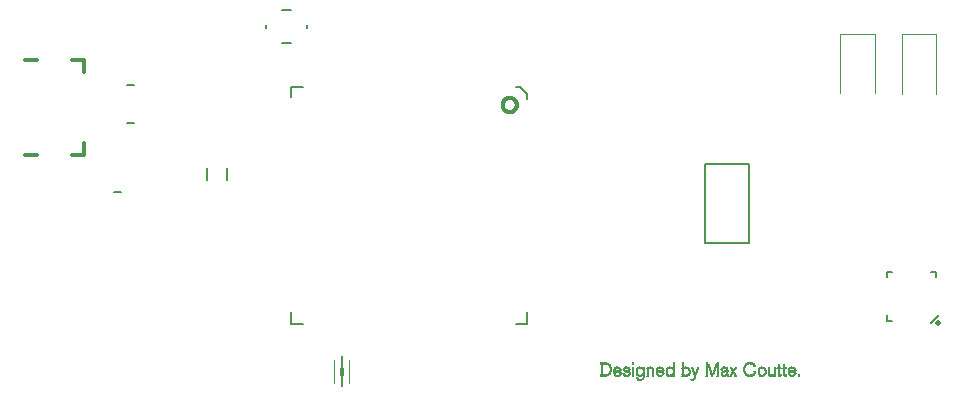
<source format=gbr>
G04 EAGLE Gerber RS-274X export*
G75*
%MOMM*%
%FSLAX34Y34*%
%LPD*%
%INSilkscreen Top*%
%IPPOS*%
%AMOC8*
5,1,8,0,0,1.08239X$1,22.5*%
G01*
%ADD10R,0.002538X0.002538*%
%ADD11R,0.048256X0.002538*%
%ADD12R,0.083819X0.002538*%
%ADD13R,0.119381X0.002538*%
%ADD14R,0.134619X0.002538*%
%ADD15R,0.149856X0.002538*%
%ADD16R,0.170175X0.002538*%
%ADD17R,0.185419X0.002538*%
%ADD18R,0.195575X0.002538*%
%ADD19R,0.109219X0.002538*%
%ADD20R,0.210819X0.002538*%
%ADD21R,0.154938X0.002538*%
%ADD22R,0.215900X0.002538*%
%ADD23R,0.195581X0.002538*%
%ADD24R,0.218438X0.002538*%
%ADD25R,0.220981X0.002538*%
%ADD26R,0.220975X0.002538*%
%ADD27R,0.246381X0.002538*%
%ADD28R,0.228600X0.002538*%
%ADD29R,0.266700X0.002538*%
%ADD30R,0.231138X0.002538*%
%ADD31R,0.287019X0.002538*%
%ADD32R,0.233675X0.002538*%
%ADD33R,0.302256X0.002538*%
%ADD34R,0.236219X0.002538*%
%ADD35R,0.317500X0.002538*%
%ADD36R,0.243838X0.002538*%
%ADD37R,0.332738X0.002538*%
%ADD38R,0.347981X0.002538*%
%ADD39R,0.248919X0.002538*%
%ADD40R,0.358137X0.002538*%
%ADD41R,0.251456X0.002538*%
%ADD42R,0.373381X0.002538*%
%ADD43R,0.254000X0.002538*%
%ADD44R,0.378463X0.002538*%
%ADD45R,0.256538X0.002538*%
%ADD46R,0.393700X0.002538*%
%ADD47R,0.259075X0.002538*%
%ADD48R,0.398781X0.002538*%
%ADD49R,0.414019X0.002538*%
%ADD50R,0.264156X0.002538*%
%ADD51R,0.419100X0.002538*%
%ADD52R,0.431800X0.002538*%
%ADD53R,0.269238X0.002538*%
%ADD54R,0.436875X0.002538*%
%ADD55R,0.447038X0.002538*%
%ADD56R,0.271775X0.002538*%
%ADD57R,0.454656X0.002538*%
%ADD58R,0.462275X0.002538*%
%ADD59R,0.274319X0.002538*%
%ADD60R,0.467356X0.002538*%
%ADD61R,0.276856X0.002538*%
%ADD62R,0.477519X0.002538*%
%ADD63R,0.279400X0.002538*%
%ADD64R,0.482600X0.002538*%
%ADD65R,0.490219X0.002538*%
%ADD66R,0.281938X0.002538*%
%ADD67R,0.495300X0.002538*%
%ADD68R,0.502919X0.002538*%
%ADD69R,0.284475X0.002538*%
%ADD70R,0.505456X0.002538*%
%ADD71R,0.518156X0.002538*%
%ADD72R,0.289556X0.002538*%
%ADD73R,0.528319X0.002538*%
%ADD74R,0.292100X0.002538*%
%ADD75R,0.538475X0.002538*%
%ADD76R,0.294637X0.002538*%
%ADD77R,0.297175X0.002538*%
%ADD78R,0.548638X0.002538*%
%ADD79R,0.558800X0.002538*%
%ADD80R,0.299719X0.002538*%
%ADD81R,0.241300X0.002538*%
%ADD82R,0.060956X0.002538*%
%ADD83R,0.193038X0.002538*%
%ADD84R,0.043175X0.002538*%
%ADD85R,0.180338X0.002538*%
%ADD86R,0.213356X0.002538*%
%ADD87R,0.035556X0.002538*%
%ADD88R,0.175263X0.002538*%
%ADD89R,0.200656X0.002538*%
%ADD90R,0.022856X0.002538*%
%ADD91R,0.205738X0.002538*%
%ADD92R,0.010156X0.002538*%
%ADD93R,0.167637X0.002538*%
%ADD94R,0.190500X0.002538*%
%ADD95R,0.160019X0.002538*%
%ADD96R,0.187956X0.002538*%
%ADD97R,0.157475X0.002538*%
%ADD98R,0.157481X0.002538*%
%ADD99R,0.177800X0.002538*%
%ADD100R,0.152400X0.002538*%
%ADD101R,0.172719X0.002538*%
%ADD102R,0.175256X0.002538*%
%ADD103R,0.170181X0.002538*%
%ADD104R,0.165100X0.002538*%
%ADD105R,0.147319X0.002538*%
%ADD106R,0.162556X0.002538*%
%ADD107R,0.144781X0.002538*%
%ADD108R,0.144775X0.002538*%
%ADD109R,0.162562X0.002538*%
%ADD110R,0.142238X0.002538*%
%ADD111R,0.139700X0.002538*%
%ADD112R,0.137162X0.002538*%
%ADD113R,0.149863X0.002538*%
%ADD114R,0.137156X0.002538*%
%ADD115R,0.132081X0.002538*%
%ADD116R,0.132075X0.002538*%
%ADD117R,0.129537X0.002538*%
%ADD118R,0.073656X0.002538*%
%ADD119R,0.063500X0.002538*%
%ADD120R,0.053338X0.002538*%
%ADD121R,0.058419X0.002538*%
%ADD122R,0.068575X0.002538*%
%ADD123R,0.124456X0.002538*%
%ADD124R,0.099063X0.002538*%
%ADD125R,0.114300X0.002538*%
%ADD126R,0.104138X0.002538*%
%ADD127R,0.124463X0.002538*%
%ADD128R,0.307338X0.002538*%
%ADD129R,0.327656X0.002538*%
%ADD130R,0.226056X0.002538*%
%ADD131R,0.048262X0.002538*%
%ADD132R,0.342900X0.002538*%
%ADD133R,0.027938X0.002538*%
%ADD134R,0.246375X0.002538*%
%ADD135R,0.271781X0.002538*%
%ADD136R,0.261619X0.002538*%
%ADD137R,0.251463X0.002538*%
%ADD138R,0.226062X0.002538*%
%ADD139R,0.373375X0.002538*%
%ADD140R,0.223519X0.002538*%
%ADD141R,0.485137X0.002538*%
%ADD142R,0.388619X0.002538*%
%ADD143R,0.078738X0.002538*%
%ADD144R,0.513075X0.002538*%
%ADD145R,0.276863X0.002538*%
%ADD146R,0.127000X0.002538*%
%ADD147R,0.403856X0.002538*%
%ADD148R,0.530856X0.002538*%
%ADD149R,0.297181X0.002538*%
%ADD150R,0.322575X0.002538*%
%ADD151R,0.096519X0.002538*%
%ADD152R,0.543556X0.002538*%
%ADD153R,0.312419X0.002538*%
%ADD154R,0.302262X0.002538*%
%ADD155R,0.434338X0.002538*%
%ADD156R,0.238756X0.002538*%
%ADD157R,0.101600X0.002538*%
%ADD158R,0.556256X0.002538*%
%ADD159R,0.353056X0.002538*%
%ADD160R,0.449575X0.002538*%
%ADD161R,0.568956X0.002538*%
%ADD162R,0.322581X0.002538*%
%ADD163R,0.327663X0.002538*%
%ADD164R,0.581656X0.002538*%
%ADD165R,0.347975X0.002538*%
%ADD166R,0.337819X0.002538*%
%ADD167R,0.469900X0.002538*%
%ADD168R,0.121919X0.002538*%
%ADD169R,0.589275X0.002538*%
%ADD170R,0.378456X0.002538*%
%ADD171R,0.320038X0.002538*%
%ADD172R,0.480056X0.002538*%
%ADD173R,0.596900X0.002538*%
%ADD174R,0.368300X0.002538*%
%ADD175R,0.363219X0.002538*%
%ADD176R,0.353063X0.002538*%
%ADD177R,0.604519X0.002538*%
%ADD178R,0.398775X0.002538*%
%ADD179R,0.370838X0.002538*%
%ADD180R,0.360675X0.002538*%
%ADD181R,0.500375X0.002538*%
%ADD182R,0.325119X0.002538*%
%ADD183R,0.612138X0.002538*%
%ADD184R,0.383538X0.002538*%
%ADD185R,0.350519X0.002538*%
%ADD186R,0.182881X0.002538*%
%ADD187R,0.515619X0.002538*%
%ADD188R,0.619756X0.002538*%
%ADD189R,0.355600X0.002538*%
%ADD190R,0.520700X0.002538*%
%ADD191R,0.627375X0.002538*%
%ADD192R,0.429256X0.002538*%
%ADD193R,0.365756X0.002538*%
%ADD194R,0.535938X0.002538*%
%ADD195R,0.635000X0.002538*%
%ADD196R,0.406400X0.002538*%
%ADD197R,0.408938X0.002538*%
%ADD198R,0.360681X0.002538*%
%ADD199R,0.541019X0.002538*%
%ADD200R,0.642619X0.002538*%
%ADD201R,0.416556X0.002538*%
%ADD202R,0.416563X0.002538*%
%ADD203R,0.645156X0.002538*%
%ADD204R,0.421637X0.002538*%
%ADD205R,0.452119X0.002538*%
%ADD206R,0.375919X0.002538*%
%ADD207R,0.561338X0.002538*%
%ADD208R,0.424175X0.002538*%
%ADD209R,0.652775X0.002538*%
%ADD210R,0.459738X0.002538*%
%ADD211R,0.391156X0.002538*%
%ADD212R,0.386081X0.002538*%
%ADD213R,0.571500X0.002538*%
%ADD214R,0.655319X0.002538*%
%ADD215R,0.464819X0.002538*%
%ADD216R,0.396238X0.002538*%
%ADD217R,0.439419X0.002538*%
%ADD218R,0.579119X0.002538*%
%ADD219R,0.259081X0.002538*%
%ADD220R,0.662938X0.002538*%
%ADD221R,0.444500X0.002538*%
%ADD222R,0.198119X0.002538*%
%ADD223R,0.589281X0.002538*%
%ADD224R,0.381000X0.002538*%
%ADD225R,0.665475X0.002538*%
%ADD226R,0.449581X0.002538*%
%ADD227R,0.673100X0.002538*%
%ADD228R,0.457200X0.002538*%
%ADD229R,0.441956X0.002538*%
%ADD230R,0.607056X0.002538*%
%ADD231R,0.462281X0.002538*%
%ADD232R,0.675638X0.002538*%
%ADD233R,0.424181X0.002538*%
%ADD234R,0.411481X0.002538*%
%ADD235R,0.683256X0.002538*%
%ADD236R,0.472438X0.002538*%
%ADD237R,0.474981X0.002538*%
%ADD238R,0.203200X0.002538*%
%ADD239R,0.622300X0.002538*%
%ADD240R,0.474975X0.002538*%
%ADD241R,0.685800X0.002538*%
%ADD242R,0.401319X0.002538*%
%ADD243R,0.693419X0.002538*%
%ADD244R,0.513081X0.002538*%
%ADD245R,0.467363X0.002538*%
%ADD246R,0.637537X0.002538*%
%ADD247R,0.695956X0.002538*%
%ADD248R,0.487675X0.002538*%
%ADD249R,0.701037X0.002538*%
%ADD250R,0.523238X0.002538*%
%ADD251R,0.497838X0.002538*%
%ADD252R,0.492763X0.002538*%
%ADD253R,0.703575X0.002538*%
%ADD254R,0.525775X0.002538*%
%ADD255R,0.500381X0.002538*%
%ADD256R,0.657856X0.002538*%
%ADD257R,0.708656X0.002538*%
%ADD258R,0.505463X0.002538*%
%ADD259R,0.668019X0.002538*%
%ADD260R,0.508000X0.002538*%
%ADD261R,0.711200X0.002538*%
%ADD262R,0.510537X0.002538*%
%ADD263R,0.487681X0.002538*%
%ADD264R,0.454663X0.002538*%
%ADD265R,0.718819X0.002538*%
%ADD266R,0.543563X0.002538*%
%ADD267R,0.680719X0.002538*%
%ADD268R,0.518162X0.002538*%
%ADD269R,0.721356X0.002538*%
%ADD270R,0.546100X0.002538*%
%ADD271R,0.723900X0.002538*%
%ADD272R,0.695963X0.002538*%
%ADD273R,0.726438X0.002538*%
%ADD274R,0.698500X0.002538*%
%ADD275R,0.441963X0.002538*%
%ADD276R,0.731519X0.002538*%
%ADD277R,0.200663X0.002538*%
%ADD278R,0.647700X0.002538*%
%ADD279R,0.739138X0.002538*%
%ADD280R,0.340356X0.002538*%
%ADD281R,0.741675X0.002538*%
%ADD282R,0.045719X0.002538*%
%ADD283R,0.744219X0.002538*%
%ADD284R,0.233681X0.002538*%
%ADD285R,0.304800X0.002538*%
%ADD286R,0.182875X0.002538*%
%ADD287R,0.033019X0.002538*%
%ADD288R,0.746756X0.002538*%
%ADD289R,0.187963X0.002538*%
%ADD290R,0.208281X0.002538*%
%ADD291R,0.591819X0.002538*%
%ADD292R,0.020319X0.002538*%
%ADD293R,0.749300X0.002538*%
%ADD294R,0.017781X0.002538*%
%ADD295R,0.017775X0.002538*%
%ADD296R,0.751838X0.002538*%
%ADD297R,0.005081X0.002538*%
%ADD298R,0.756919X0.002538*%
%ADD299R,0.007619X0.002538*%
%ADD300R,0.764538X0.002538*%
%ADD301R,0.769619X0.002538*%
%ADD302R,0.774700X0.002538*%
%ADD303R,0.779775X0.002538*%
%ADD304R,0.345438X0.002538*%
%ADD305R,0.208275X0.002538*%
%ADD306R,0.284481X0.002538*%
%ADD307R,0.116838X0.002538*%
%ADD308R,0.099056X0.002538*%
%ADD309R,0.055875X0.002538*%
%ADD310R,0.055881X0.002538*%
%ADD311R,0.012700X0.002538*%
%ADD312R,0.106681X0.002538*%
%ADD313R,0.088900X0.002538*%
%ADD314R,0.066037X0.002538*%
%ADD315R,0.025400X0.002538*%
%ADD316R,0.289563X0.002538*%
%ADD317R,0.264163X0.002538*%
%ADD318R,0.238763X0.002538*%
%ADD319R,0.213363X0.002538*%
%ADD320R,0.309881X0.002538*%
%ADD321R,0.335281X0.002538*%
%ADD322R,0.365762X0.002538*%
%ADD323R,0.716281X0.002538*%
%ADD324R,0.713738X0.002538*%
%ADD325R,0.716275X0.002538*%
%ADD326R,0.538481X0.002538*%
%ADD327R,0.525781X0.002538*%
%ADD328R,0.429263X0.002538*%
%ADD329R,0.426719X0.002538*%
%ADD330R,0.068581X0.002538*%
%ADD331R,0.708663X0.002538*%
%ADD332R,0.093975X0.002538*%
%ADD333R,0.111756X0.002538*%
%ADD334R,0.309875X0.002538*%
%ADD335R,0.436881X0.002538*%
%ADD336R,0.492756X0.002538*%
%ADD337R,0.391163X0.002538*%
%ADD338R,0.330200X0.002538*%
%ADD339R,0.386075X0.002538*%
%ADD340R,0.005075X0.002538*%
%ADD341R,0.050800X0.002538*%
%ADD342R,0.782319X0.002538*%
%ADD343R,0.777238X0.002538*%
%ADD344R,0.772156X0.002538*%
%ADD345R,0.767075X0.002538*%
%ADD346R,0.762000X0.002538*%
%ADD347R,0.759456X0.002538*%
%ADD348R,0.754375X0.002538*%
%ADD349R,0.736600X0.002538*%
%ADD350R,0.734056X0.002538*%
%ADD351R,0.728975X0.002538*%
%ADD352R,0.706119X0.002538*%
%ADD353R,0.688338X0.002538*%
%ADD354R,0.678175X0.002538*%
%ADD355R,0.632456X0.002538*%
%ADD356R,0.617219X0.002538*%
%ADD357R,0.599438X0.002538*%
%ADD358R,0.576575X0.002538*%
%ADD359R,0.584200X0.002538*%
%ADD360R,0.563875X0.002538*%
%ADD361R,0.551175X0.002538*%
%ADD362R,0.533400X0.002538*%
%ADD363C,0.120000*%
%ADD364C,0.304800*%
%ADD365C,0.127000*%
%ADD366C,0.070000*%
%ADD367R,0.300000X0.700000*%
%ADD368C,0.200000*%
%ADD369C,0.152400*%
%ADD370C,0.508000*%
%ADD371C,0.203200*%


D10*
X565201Y31598D03*
X565252Y31598D03*
D11*
X565531Y31598D03*
D10*
X565810Y31598D03*
X565861Y31598D03*
X565074Y31623D03*
D12*
X565531Y31623D03*
D10*
X565988Y31623D03*
D13*
X565531Y31648D03*
D14*
X565531Y31674D03*
D10*
X564744Y31699D03*
D15*
X565531Y31699D03*
D16*
X565506Y31725D03*
D17*
X565506Y31750D03*
D10*
X520929Y31775D03*
X520979Y31775D03*
X521030Y31775D03*
X521081Y31775D03*
X521132Y31775D03*
X521183Y31775D03*
X521233Y31775D03*
X521284Y31775D03*
X521335Y31775D03*
X521386Y31775D03*
X521437Y31775D03*
X521487Y31775D03*
X521538Y31775D03*
X521589Y31775D03*
D18*
X565480Y31775D03*
D10*
X520598Y31801D03*
X520649Y31801D03*
X520700Y31801D03*
D19*
X521284Y31801D03*
D10*
X521868Y31801D03*
X521919Y31801D03*
D20*
X565480Y31801D03*
D10*
X520421Y31826D03*
X520471Y31826D03*
D21*
X521284Y31826D03*
D10*
X522097Y31826D03*
X522148Y31826D03*
D22*
X565480Y31826D03*
D10*
X520243Y31852D03*
D23*
X521259Y31852D03*
D10*
X522275Y31852D03*
D24*
X565493Y31852D03*
D25*
X521259Y31877D03*
D10*
X522402Y31877D03*
D26*
X565506Y31877D03*
D27*
X521259Y31902D03*
D10*
X522529Y31902D03*
D28*
X565544Y31902D03*
D10*
X519913Y31928D03*
D29*
X521284Y31928D03*
D30*
X565556Y31928D03*
D31*
X521259Y31953D03*
D10*
X522732Y31953D03*
D32*
X565569Y31953D03*
D33*
X521259Y31979D03*
D34*
X565582Y31979D03*
D10*
X519633Y32004D03*
D35*
X521259Y32004D03*
D36*
X565620Y32004D03*
D37*
X521259Y32029D03*
D36*
X565620Y32029D03*
D38*
X521259Y32055D03*
D39*
X565645Y32055D03*
D40*
X521233Y32080D03*
D41*
X565658Y32080D03*
D42*
X521233Y32106D03*
D43*
X565671Y32106D03*
D44*
X521233Y32131D03*
D45*
X565683Y32131D03*
D46*
X521233Y32156D03*
D47*
X565696Y32156D03*
D48*
X521233Y32182D03*
D47*
X565696Y32182D03*
D49*
X521233Y32207D03*
D50*
X565722Y32207D03*
D51*
X521233Y32233D03*
D50*
X565722Y32233D03*
D52*
X521221Y32258D03*
D53*
X565747Y32258D03*
D54*
X521221Y32283D03*
D29*
X565734Y32283D03*
D55*
X521221Y32309D03*
D56*
X565760Y32309D03*
D57*
X521208Y32334D03*
D56*
X565760Y32334D03*
D58*
X521221Y32360D03*
D59*
X565772Y32360D03*
D60*
X521221Y32385D03*
D61*
X565785Y32385D03*
D62*
X521221Y32410D03*
D63*
X565798Y32410D03*
D64*
X521221Y32436D03*
D63*
X565798Y32436D03*
D65*
X521208Y32461D03*
D66*
X565810Y32461D03*
D67*
X521208Y32487D03*
D66*
X565810Y32487D03*
D68*
X521221Y32512D03*
D69*
X565823Y32512D03*
D70*
X521208Y32537D03*
D31*
X565836Y32537D03*
D71*
X521221Y32563D03*
D72*
X565849Y32563D03*
D71*
X521221Y32588D03*
D72*
X565849Y32588D03*
D73*
X521221Y32614D03*
D74*
X565861Y32614D03*
D73*
X521221Y32639D03*
D74*
X565861Y32639D03*
D75*
X521221Y32664D03*
D76*
X565874Y32664D03*
D75*
X521221Y32690D03*
D77*
X565887Y32690D03*
D78*
X521221Y32715D03*
D77*
X565887Y32715D03*
D78*
X521221Y32741D03*
D77*
X565887Y32741D03*
D79*
X521221Y32766D03*
D80*
X565899Y32766D03*
D79*
X521221Y32791D03*
D33*
X565912Y32791D03*
D39*
X519621Y32817D03*
D10*
X520903Y32817D03*
X520954Y32817D03*
X521513Y32817D03*
X521564Y32817D03*
X521614Y32817D03*
D81*
X522859Y32817D03*
D82*
X564706Y32817D03*
D10*
X565048Y32817D03*
X565455Y32817D03*
D83*
X566458Y32817D03*
D30*
X519532Y32842D03*
D10*
X520725Y32842D03*
X521792Y32842D03*
D26*
X522935Y32842D03*
D84*
X564617Y32842D03*
D10*
X564871Y32842D03*
X565582Y32842D03*
D85*
X566522Y32842D03*
D25*
X519455Y32868D03*
D10*
X521919Y32868D03*
D86*
X523024Y32868D03*
D87*
X564579Y32868D03*
D10*
X565658Y32868D03*
D88*
X566572Y32868D03*
D20*
X519379Y32893D03*
D10*
X522046Y32893D03*
D89*
X523088Y32893D03*
D90*
X564515Y32893D03*
D10*
X565734Y32893D03*
D16*
X566623Y32893D03*
D91*
X519328Y32918D03*
D10*
X522122Y32918D03*
D23*
X523138Y32918D03*
D92*
X564452Y32918D03*
D10*
X564540Y32918D03*
D93*
X566636Y32918D03*
D89*
X519278Y32944D03*
D94*
X523189Y32944D03*
D10*
X564413Y32944D03*
D95*
X566674Y32944D03*
D23*
X519227Y32969D03*
D94*
X523215Y32969D03*
D95*
X566699Y32969D03*
D96*
X519189Y32995D03*
D17*
X523265Y32995D03*
D97*
X566712Y32995D03*
D96*
X519163Y33020D03*
D85*
X523316Y33020D03*
D98*
X566738Y33020D03*
D85*
X519125Y33045D03*
D99*
X523329Y33045D03*
D100*
X566763Y33045D03*
D85*
X519100Y33071D03*
D101*
X523354Y33071D03*
D21*
X566776Y33071D03*
D102*
X519049Y33096D03*
D103*
X523392Y33096D03*
D15*
X566801Y33096D03*
D102*
X519024Y33122D03*
D103*
X523418Y33122D03*
D15*
X566801Y33122D03*
D93*
X518986Y33147D03*
D104*
X523469Y33147D03*
D105*
X566839Y33147D03*
D93*
X518960Y33172D03*
D106*
X523481Y33172D03*
D15*
X566852Y33172D03*
D104*
X518947Y33198D03*
D95*
X523494Y33198D03*
D107*
X566852Y33198D03*
D104*
X518922Y33223D03*
D95*
X523519Y33223D03*
D108*
X566877Y33223D03*
D109*
X518884Y33249D03*
D95*
X523545Y33249D03*
D108*
X566903Y33249D03*
D109*
X518884Y33274D03*
D95*
X523570Y33274D03*
D108*
X566903Y33274D03*
D21*
X518846Y33299D03*
D100*
X523583Y33299D03*
D110*
X566915Y33299D03*
D97*
X518833Y33325D03*
D21*
X523596Y33325D03*
D107*
X566928Y33325D03*
D21*
X518795Y33350D03*
D100*
X523634Y33350D03*
D110*
X566941Y33350D03*
D98*
X518782Y33376D03*
D21*
X523646Y33376D03*
D111*
X566953Y33376D03*
D15*
X518770Y33401D03*
X523672Y33401D03*
D111*
X566979Y33401D03*
D100*
X518757Y33426D03*
D15*
X523672Y33426D03*
D107*
X566979Y33426D03*
D100*
X518732Y33452D03*
D105*
X523710Y33452D03*
D111*
X566979Y33452D03*
D100*
X518732Y33477D03*
D15*
X523723Y33477D03*
D111*
X567004Y33477D03*
D15*
X518719Y33503D03*
D108*
X523723Y33503D03*
D112*
X567017Y33503D03*
D113*
X518693Y33528D03*
D107*
X523748Y33528D03*
D111*
X567004Y33528D03*
D105*
X518681Y33553D03*
D107*
X523773Y33553D03*
D111*
X567030Y33553D03*
D107*
X518668Y33579D03*
D110*
X523786Y33579D03*
D111*
X567055Y33579D03*
D108*
X518643Y33604D03*
D111*
X523799Y33604D03*
D14*
X567055Y33604D03*
D105*
X518630Y33630D03*
D110*
X523812Y33630D03*
D111*
X567055Y33630D03*
D108*
X518643Y33655D03*
D111*
X523824Y33655D03*
X567080Y33655D03*
D108*
X518617Y33680D03*
D111*
X523824Y33680D03*
D114*
X567093Y33680D03*
D107*
X518592Y33706D03*
D111*
X523850Y33706D03*
D114*
X567093Y33706D03*
D107*
X518592Y33731D03*
D110*
X523862Y33731D03*
D111*
X567106Y33731D03*
D110*
X518579Y33757D03*
D114*
X523862Y33757D03*
X567119Y33757D03*
D107*
X518566Y33782D03*
D111*
X523875Y33782D03*
D114*
X567119Y33782D03*
D111*
X518566Y33807D03*
D114*
X523888Y33807D03*
D111*
X567131Y33807D03*
D110*
X518554Y33833D03*
D114*
X523888Y33833D03*
D112*
X567144Y33833D03*
D110*
X518554Y33858D03*
D114*
X523913Y33858D03*
D14*
X567157Y33858D03*
D111*
X518541Y33884D03*
D114*
X523913Y33884D03*
D111*
X567157Y33884D03*
X518516Y33909D03*
D14*
X523926Y33909D03*
D114*
X567169Y33909D03*
D110*
X518528Y33934D03*
D114*
X523939Y33934D03*
D14*
X567182Y33934D03*
D111*
X518516Y33960D03*
D114*
X523939Y33960D03*
X567195Y33960D03*
D111*
X518490Y33985D03*
D14*
X523951Y33985D03*
D114*
X567195Y33985D03*
D111*
X518516Y34011D03*
D14*
X523977Y34011D03*
X567207Y34011D03*
D111*
X518490Y34036D03*
D14*
X523951Y34036D03*
D111*
X567207Y34036D03*
X518490Y34061D03*
D14*
X523977Y34061D03*
D114*
X567220Y34061D03*
D111*
X518490Y34087D03*
D14*
X523977Y34087D03*
X567233Y34087D03*
D111*
X518465Y34112D03*
D14*
X523977Y34112D03*
D114*
X567246Y34112D03*
X518478Y34138D03*
D14*
X524002Y34138D03*
D111*
X567258Y34138D03*
X518465Y34163D03*
D115*
X523989Y34163D03*
D14*
X567258Y34163D03*
D111*
X518465Y34188D03*
D14*
X524002Y34188D03*
D112*
X567271Y34188D03*
D111*
X518465Y34214D03*
D116*
X524015Y34214D03*
D112*
X567271Y34214D03*
D114*
X518452Y34239D03*
D116*
X524015Y34239D03*
D14*
X567284Y34239D03*
D111*
X518465Y34265D03*
D116*
X524015Y34265D03*
D114*
X567296Y34265D03*
D111*
X518439Y34290D03*
D117*
X524027Y34290D03*
D111*
X567309Y34290D03*
D114*
X518452Y34315D03*
D14*
X524027Y34315D03*
X567309Y34315D03*
D111*
X518439Y34341D03*
D117*
X524027Y34341D03*
D114*
X567322Y34341D03*
D111*
X518439Y34366D03*
D116*
X524040Y34366D03*
D111*
X567334Y34366D03*
X518439Y34392D03*
D116*
X524040Y34392D03*
D114*
X567347Y34392D03*
D111*
X518439Y34417D03*
D117*
X524053Y34417D03*
D14*
X567360Y34417D03*
D111*
X518439Y34442D03*
D116*
X524040Y34442D03*
D111*
X567360Y34442D03*
X518439Y34468D03*
D117*
X524053Y34468D03*
D14*
X567360Y34468D03*
D111*
X518439Y34493D03*
D14*
X524053Y34493D03*
D114*
X567373Y34493D03*
D110*
X518427Y34519D03*
D117*
X524053Y34519D03*
D111*
X567385Y34519D03*
X518439Y34544D03*
D115*
X524066Y34544D03*
D112*
X567398Y34544D03*
D115*
X524066Y34569D03*
D14*
X567411Y34569D03*
D115*
X524066Y34595D03*
D111*
X567411Y34595D03*
D115*
X524066Y34620D03*
D114*
X567423Y34620D03*
D115*
X524066Y34646D03*
D14*
X567436Y34646D03*
D115*
X524066Y34671D03*
D114*
X567449Y34671D03*
D117*
X524078Y34696D03*
D114*
X567449Y34696D03*
D14*
X524078Y34722D03*
X567461Y34722D03*
D117*
X524078Y34747D03*
D114*
X567474Y34747D03*
D14*
X524078Y34773D03*
D114*
X567474Y34773D03*
D117*
X524078Y34798D03*
D14*
X567487Y34798D03*
X524078Y34823D03*
D114*
X567500Y34823D03*
D115*
X524091Y34849D03*
D114*
X567500Y34849D03*
D115*
X524091Y34874D03*
D14*
X567512Y34874D03*
D115*
X524091Y34900D03*
D112*
X567525Y34900D03*
D115*
X524091Y34925D03*
D112*
X567525Y34925D03*
D115*
X524091Y34950D03*
D14*
X567538Y34950D03*
D115*
X524091Y34976D03*
D114*
X567550Y34976D03*
D14*
X524104Y35001D03*
D111*
X567563Y35001D03*
D115*
X524091Y35027D03*
D14*
X567563Y35027D03*
X524104Y35052D03*
D114*
X567576Y35052D03*
D10*
X613562Y35052D03*
X613613Y35052D03*
X613664Y35052D03*
X613715Y35052D03*
D118*
X614121Y35052D03*
D10*
X614528Y35052D03*
X614578Y35052D03*
X614629Y35052D03*
D117*
X524104Y35077D03*
D114*
X567576Y35077D03*
D10*
X613334Y35077D03*
X613385Y35077D03*
D14*
X614096Y35077D03*
D10*
X614807Y35077D03*
X614858Y35077D03*
D14*
X524104Y35103D03*
X567588Y35103D03*
D10*
X613105Y35103D03*
X613156Y35103D03*
D85*
X614096Y35103D03*
D10*
X615036Y35103D03*
D117*
X524104Y35128D03*
D14*
X567614Y35128D03*
D10*
X612978Y35128D03*
D20*
X614070Y35128D03*
D10*
X615163Y35128D03*
X501396Y35154D03*
X501447Y35154D03*
D118*
X501853Y35154D03*
D10*
X502260Y35154D03*
X502310Y35154D03*
X502361Y35154D03*
X509372Y35154D03*
X509422Y35154D03*
X509473Y35154D03*
D119*
X509829Y35154D03*
D10*
X510184Y35154D03*
X510235Y35154D03*
X510286Y35154D03*
X520446Y35154D03*
X520497Y35154D03*
X520548Y35154D03*
D120*
X520852Y35154D03*
D10*
X521157Y35154D03*
X521208Y35154D03*
X521259Y35154D03*
D14*
X524104Y35154D03*
D10*
X537566Y35154D03*
X537616Y35154D03*
D118*
X538023Y35154D03*
D10*
X538429Y35154D03*
X538480Y35154D03*
X538531Y35154D03*
X545897Y35154D03*
X545948Y35154D03*
X545998Y35154D03*
D119*
X546354Y35154D03*
D10*
X546710Y35154D03*
X546760Y35154D03*
X546811Y35154D03*
X559562Y35154D03*
X559613Y35154D03*
D119*
X559968Y35154D03*
D10*
X560324Y35154D03*
X560375Y35154D03*
X560426Y35154D03*
D111*
X567614Y35154D03*
D10*
X591414Y35154D03*
X591464Y35154D03*
D121*
X591795Y35154D03*
D10*
X592125Y35154D03*
X592176Y35154D03*
X612800Y35154D03*
D81*
X614045Y35154D03*
D10*
X615290Y35154D03*
X623875Y35154D03*
X623926Y35154D03*
D122*
X624307Y35154D03*
D10*
X624688Y35154D03*
X624738Y35154D03*
X631800Y35154D03*
X631850Y35154D03*
X631901Y35154D03*
D121*
X632231Y35154D03*
D10*
X632562Y35154D03*
X632612Y35154D03*
X639115Y35154D03*
X639166Y35154D03*
D119*
X639521Y35154D03*
D10*
X639877Y35154D03*
X639928Y35154D03*
X639978Y35154D03*
X643534Y35154D03*
X643585Y35154D03*
D119*
X643941Y35154D03*
D10*
X644296Y35154D03*
X644347Y35154D03*
X644398Y35154D03*
X649275Y35154D03*
X649326Y35154D03*
X649376Y35154D03*
D118*
X649783Y35154D03*
D10*
X650189Y35154D03*
X650240Y35154D03*
X501218Y35179D03*
D123*
X501879Y35179D03*
D10*
X502539Y35179D03*
X509143Y35179D03*
X509194Y35179D03*
D13*
X509829Y35179D03*
D10*
X510464Y35179D03*
X510515Y35179D03*
X520319Y35179D03*
D124*
X520852Y35179D03*
D10*
X521386Y35179D03*
D117*
X524104Y35179D03*
D10*
X537388Y35179D03*
D123*
X538048Y35179D03*
D10*
X538709Y35179D03*
X545719Y35179D03*
D125*
X546329Y35179D03*
D10*
X546938Y35179D03*
X559384Y35179D03*
D125*
X559994Y35179D03*
D10*
X560603Y35179D03*
X560654Y35179D03*
D14*
X567614Y35179D03*
D10*
X591236Y35179D03*
D126*
X591795Y35179D03*
D10*
X592353Y35179D03*
D29*
X614045Y35179D03*
D10*
X623646Y35179D03*
X623697Y35179D03*
D125*
X624307Y35179D03*
D10*
X624916Y35179D03*
X624967Y35179D03*
X631622Y35179D03*
D19*
X632206Y35179D03*
D10*
X632790Y35179D03*
X638988Y35179D03*
D19*
X639572Y35179D03*
D10*
X640156Y35179D03*
X640207Y35179D03*
D125*
X643966Y35179D03*
D10*
X644576Y35179D03*
X644627Y35179D03*
X649097Y35179D03*
D127*
X649757Y35179D03*
D10*
X650418Y35179D03*
X501040Y35204D03*
D95*
X501879Y35204D03*
D10*
X502717Y35204D03*
X509016Y35204D03*
D95*
X509854Y35204D03*
D10*
X510692Y35204D03*
X520141Y35204D03*
D14*
X520852Y35204D03*
D10*
X521564Y35204D03*
D14*
X524104Y35204D03*
D10*
X537210Y35204D03*
D95*
X538048Y35204D03*
D10*
X538886Y35204D03*
X545541Y35204D03*
D15*
X546329Y35204D03*
D10*
X547116Y35204D03*
X559257Y35204D03*
D15*
X560045Y35204D03*
D10*
X560832Y35204D03*
D114*
X567627Y35204D03*
D111*
X591795Y35204D03*
D10*
X592531Y35204D03*
D74*
X614045Y35204D03*
D10*
X623519Y35204D03*
D15*
X624307Y35204D03*
D10*
X625094Y35204D03*
X631444Y35204D03*
D111*
X632181Y35204D03*
D10*
X632917Y35204D03*
D113*
X639597Y35204D03*
D10*
X640385Y35204D03*
D15*
X644017Y35204D03*
D10*
X644804Y35204D03*
D95*
X649757Y35204D03*
D10*
X650596Y35204D03*
D17*
X501879Y35230D03*
D94*
X509829Y35230D03*
D10*
X510819Y35230D03*
X520014Y35230D03*
D95*
X520852Y35230D03*
D117*
X524104Y35230D03*
D17*
X538048Y35230D03*
D10*
X539013Y35230D03*
D102*
X546278Y35230D03*
D10*
X547192Y35230D03*
D102*
X560045Y35230D03*
D10*
X560959Y35230D03*
D112*
X567652Y35230D03*
D95*
X591820Y35230D03*
D128*
X614045Y35230D03*
D10*
X623392Y35230D03*
D102*
X624307Y35230D03*
D10*
X625221Y35230D03*
D95*
X632155Y35230D03*
D10*
X632993Y35230D03*
D103*
X639623Y35230D03*
D10*
X640512Y35230D03*
D103*
X644042Y35230D03*
D10*
X644931Y35230D03*
X648843Y35230D03*
D85*
X649783Y35230D03*
D10*
X650723Y35230D03*
D20*
X501879Y35255D03*
D22*
X509829Y35255D03*
D10*
X510946Y35255D03*
D85*
X520827Y35255D03*
D10*
X521767Y35255D03*
D14*
X524104Y35255D03*
D10*
X537007Y35255D03*
D91*
X538074Y35255D03*
D89*
X546278Y35255D03*
D10*
X547319Y35255D03*
D89*
X560045Y35255D03*
D10*
X561086Y35255D03*
D112*
X567652Y35255D03*
D17*
X591820Y35255D03*
D129*
X614020Y35255D03*
D10*
X615696Y35255D03*
X623265Y35255D03*
D89*
X624307Y35255D03*
D10*
X625348Y35255D03*
D17*
X632155Y35255D03*
D94*
X639648Y35255D03*
D10*
X640639Y35255D03*
D94*
X644068Y35255D03*
D10*
X645058Y35255D03*
X648716Y35255D03*
D91*
X649783Y35255D03*
D10*
X650850Y35255D03*
D130*
X501879Y35281D03*
D10*
X508635Y35281D03*
D34*
X509854Y35281D03*
D10*
X519811Y35281D03*
D23*
X520827Y35281D03*
D10*
X521843Y35281D03*
D117*
X524104Y35281D03*
D130*
X538048Y35281D03*
D10*
X539217Y35281D03*
D22*
X546278Y35281D03*
X560045Y35281D03*
D10*
X561162Y35281D03*
D14*
X567665Y35281D03*
D10*
X590829Y35281D03*
D23*
X591845Y35281D03*
D10*
X595452Y35281D03*
X595503Y35281D03*
D131*
X595782Y35281D03*
D10*
X596062Y35281D03*
X596113Y35281D03*
D132*
X614020Y35281D03*
D26*
X624281Y35281D03*
D10*
X625424Y35281D03*
D89*
X632155Y35281D03*
D91*
X639699Y35281D03*
X644119Y35281D03*
D10*
X648640Y35281D03*
D25*
X649783Y35281D03*
D10*
X650926Y35281D03*
D133*
X655320Y35281D03*
D10*
X655498Y35281D03*
D27*
X501904Y35306D03*
D45*
X509829Y35306D03*
D10*
X511150Y35306D03*
D25*
X520827Y35306D03*
D14*
X524104Y35306D03*
D134*
X538074Y35306D03*
D34*
X546252Y35306D03*
D10*
X547472Y35306D03*
D34*
X560070Y35306D03*
D111*
X567665Y35306D03*
D22*
X591820Y35306D03*
D10*
X595325Y35306D03*
D12*
X595782Y35306D03*
D10*
X596240Y35306D03*
D40*
X614020Y35306D03*
D10*
X615848Y35306D03*
X623062Y35306D03*
D81*
X624307Y35306D03*
D10*
X631038Y35306D03*
D22*
X632155Y35306D03*
D25*
X639699Y35306D03*
D26*
X644119Y35306D03*
D27*
X649783Y35306D03*
D120*
X655320Y35306D03*
D10*
X487705Y35331D03*
X487756Y35331D03*
X487807Y35331D03*
X487858Y35331D03*
X487909Y35331D03*
X487959Y35331D03*
X488010Y35331D03*
X488061Y35331D03*
X488112Y35331D03*
X488163Y35331D03*
X488213Y35331D03*
X488264Y35331D03*
X488315Y35331D03*
X488366Y35331D03*
X488417Y35331D03*
X488467Y35331D03*
X488518Y35331D03*
X488569Y35331D03*
X488620Y35331D03*
X488671Y35331D03*
X488721Y35331D03*
X488772Y35331D03*
X488823Y35331D03*
X488874Y35331D03*
X488925Y35331D03*
X488975Y35331D03*
X489026Y35331D03*
X489077Y35331D03*
X489128Y35331D03*
X489179Y35331D03*
X489229Y35331D03*
X489280Y35331D03*
X489331Y35331D03*
X489382Y35331D03*
X489433Y35331D03*
X489483Y35331D03*
X489534Y35331D03*
X489585Y35331D03*
X489636Y35331D03*
X489687Y35331D03*
X489737Y35331D03*
X489788Y35331D03*
X489839Y35331D03*
X489890Y35331D03*
X489941Y35331D03*
X489991Y35331D03*
X490042Y35331D03*
X490093Y35331D03*
X490144Y35331D03*
X490195Y35331D03*
X490245Y35331D03*
X490296Y35331D03*
X490347Y35331D03*
X490398Y35331D03*
X490449Y35331D03*
X490499Y35331D03*
X490550Y35331D03*
X490601Y35331D03*
X490652Y35331D03*
X490703Y35331D03*
X490753Y35331D03*
X490804Y35331D03*
X490855Y35331D03*
X490906Y35331D03*
X490957Y35331D03*
X491007Y35331D03*
X491058Y35331D03*
X491109Y35331D03*
X491160Y35331D03*
X491211Y35331D03*
X491261Y35331D03*
X491312Y35331D03*
X491363Y35331D03*
X491414Y35331D03*
X491465Y35331D03*
X491515Y35331D03*
X491566Y35331D03*
X491617Y35331D03*
X491668Y35331D03*
X491719Y35331D03*
X491769Y35331D03*
X491820Y35331D03*
X491871Y35331D03*
X491922Y35331D03*
X491973Y35331D03*
X492023Y35331D03*
X492074Y35331D03*
X492125Y35331D03*
X492176Y35331D03*
X492227Y35331D03*
X492277Y35331D03*
D45*
X501879Y35331D03*
D10*
X503199Y35331D03*
D135*
X509829Y35331D03*
D10*
X511226Y35331D03*
X514579Y35331D03*
X514629Y35331D03*
X514680Y35331D03*
X514731Y35331D03*
X514782Y35331D03*
X514833Y35331D03*
X514883Y35331D03*
X514934Y35331D03*
X514985Y35331D03*
X515036Y35331D03*
X515087Y35331D03*
X515137Y35331D03*
X515188Y35331D03*
X515239Y35331D03*
X515290Y35331D03*
X515341Y35331D03*
X515391Y35331D03*
X515442Y35331D03*
X515493Y35331D03*
X515544Y35331D03*
X515595Y35331D03*
X515645Y35331D03*
X515696Y35331D03*
X515747Y35331D03*
X515798Y35331D03*
X515849Y35331D03*
D30*
X520802Y35331D03*
D117*
X524104Y35331D03*
D10*
X526669Y35331D03*
X526720Y35331D03*
X526771Y35331D03*
X526821Y35331D03*
X526872Y35331D03*
X526923Y35331D03*
X526974Y35331D03*
X527025Y35331D03*
X527075Y35331D03*
X527126Y35331D03*
X527177Y35331D03*
X527228Y35331D03*
X527279Y35331D03*
X527329Y35331D03*
X527380Y35331D03*
X527431Y35331D03*
X527482Y35331D03*
X527533Y35331D03*
X527583Y35331D03*
X527634Y35331D03*
X527685Y35331D03*
X527736Y35331D03*
X527787Y35331D03*
X527837Y35331D03*
X527888Y35331D03*
X527939Y35331D03*
X531597Y35331D03*
X531647Y35331D03*
X531698Y35331D03*
X531749Y35331D03*
X531800Y35331D03*
X531851Y35331D03*
X531901Y35331D03*
X531952Y35331D03*
X532003Y35331D03*
X532054Y35331D03*
X532105Y35331D03*
X532155Y35331D03*
X532206Y35331D03*
X532257Y35331D03*
X532308Y35331D03*
X532359Y35331D03*
X532409Y35331D03*
X532460Y35331D03*
X532511Y35331D03*
X532562Y35331D03*
X532613Y35331D03*
X532663Y35331D03*
X532714Y35331D03*
X532765Y35331D03*
X532816Y35331D03*
X532867Y35331D03*
D136*
X538074Y35331D03*
D137*
X546252Y35331D03*
D10*
X548767Y35331D03*
X548818Y35331D03*
X548869Y35331D03*
X548919Y35331D03*
X548970Y35331D03*
X549021Y35331D03*
X549072Y35331D03*
X549123Y35331D03*
X549173Y35331D03*
X549224Y35331D03*
X549275Y35331D03*
X549326Y35331D03*
X549377Y35331D03*
X549427Y35331D03*
X549478Y35331D03*
X549529Y35331D03*
X549580Y35331D03*
X549631Y35331D03*
X549681Y35331D03*
X549732Y35331D03*
X549783Y35331D03*
X549834Y35331D03*
X549885Y35331D03*
X549935Y35331D03*
X549986Y35331D03*
X550037Y35331D03*
X556285Y35331D03*
X556336Y35331D03*
X556387Y35331D03*
X556438Y35331D03*
X556489Y35331D03*
X556539Y35331D03*
X556590Y35331D03*
X556641Y35331D03*
X556692Y35331D03*
X556743Y35331D03*
X556793Y35331D03*
X556844Y35331D03*
X556895Y35331D03*
X556946Y35331D03*
X556997Y35331D03*
X557047Y35331D03*
X557098Y35331D03*
X557149Y35331D03*
X557200Y35331D03*
X557251Y35331D03*
X557301Y35331D03*
X557352Y35331D03*
X557403Y35331D03*
X557454Y35331D03*
X557505Y35331D03*
X557555Y35331D03*
D41*
X560070Y35331D03*
D114*
X567677Y35331D03*
D10*
X576859Y35331D03*
X576910Y35331D03*
X576961Y35331D03*
X577012Y35331D03*
X577063Y35331D03*
X577113Y35331D03*
X577164Y35331D03*
X577215Y35331D03*
X577266Y35331D03*
X577317Y35331D03*
X577367Y35331D03*
X577418Y35331D03*
X577469Y35331D03*
X577520Y35331D03*
X577571Y35331D03*
X577621Y35331D03*
X577672Y35331D03*
X577723Y35331D03*
X577774Y35331D03*
X577825Y35331D03*
X577875Y35331D03*
X577926Y35331D03*
X577977Y35331D03*
X578028Y35331D03*
X578079Y35331D03*
X578129Y35331D03*
X578180Y35331D03*
X578231Y35331D03*
X578282Y35331D03*
X578333Y35331D03*
X581685Y35331D03*
X581736Y35331D03*
X581787Y35331D03*
X581838Y35331D03*
X581889Y35331D03*
X581939Y35331D03*
X581990Y35331D03*
X582041Y35331D03*
X582092Y35331D03*
X582143Y35331D03*
X582193Y35331D03*
X582244Y35331D03*
X582295Y35331D03*
X582346Y35331D03*
X582397Y35331D03*
X582447Y35331D03*
X582498Y35331D03*
X582549Y35331D03*
X582600Y35331D03*
X582651Y35331D03*
X582701Y35331D03*
X582752Y35331D03*
X582803Y35331D03*
X582854Y35331D03*
X586207Y35331D03*
X586257Y35331D03*
X586308Y35331D03*
X586359Y35331D03*
X586410Y35331D03*
X586461Y35331D03*
X586511Y35331D03*
X586562Y35331D03*
X586613Y35331D03*
X586664Y35331D03*
X586715Y35331D03*
X586765Y35331D03*
X586816Y35331D03*
X586867Y35331D03*
X586918Y35331D03*
X586969Y35331D03*
X587019Y35331D03*
X587070Y35331D03*
X587121Y35331D03*
X587172Y35331D03*
X587223Y35331D03*
X587273Y35331D03*
X587324Y35331D03*
X587375Y35331D03*
X587426Y35331D03*
X587477Y35331D03*
X587527Y35331D03*
X587578Y35331D03*
X587629Y35331D03*
X587680Y35331D03*
D138*
X591845Y35331D03*
D125*
X595808Y35331D03*
D10*
X597027Y35331D03*
X597078Y35331D03*
X597129Y35331D03*
X597179Y35331D03*
X597230Y35331D03*
X597281Y35331D03*
X597332Y35331D03*
X597383Y35331D03*
X597433Y35331D03*
X597484Y35331D03*
X597535Y35331D03*
X597586Y35331D03*
X597637Y35331D03*
X597687Y35331D03*
X597738Y35331D03*
X597789Y35331D03*
X597840Y35331D03*
X597891Y35331D03*
X597941Y35331D03*
X597992Y35331D03*
X598043Y35331D03*
X598094Y35331D03*
X598145Y35331D03*
X598195Y35331D03*
X598246Y35331D03*
X598297Y35331D03*
X598348Y35331D03*
X598399Y35331D03*
X601650Y35331D03*
X601701Y35331D03*
X601751Y35331D03*
X601802Y35331D03*
X601853Y35331D03*
X601904Y35331D03*
X601955Y35331D03*
X602005Y35331D03*
X602056Y35331D03*
X602107Y35331D03*
X602158Y35331D03*
X602209Y35331D03*
X602259Y35331D03*
X602310Y35331D03*
X602361Y35331D03*
X602412Y35331D03*
X602463Y35331D03*
X602513Y35331D03*
X602564Y35331D03*
X602615Y35331D03*
X602666Y35331D03*
X602717Y35331D03*
X602767Y35331D03*
X602818Y35331D03*
X602869Y35331D03*
X602920Y35331D03*
X602971Y35331D03*
X603021Y35331D03*
X603072Y35331D03*
D139*
X614020Y35331D03*
D45*
X624307Y35331D03*
D30*
X632155Y35331D03*
D10*
X634517Y35331D03*
X634568Y35331D03*
X634619Y35331D03*
X634670Y35331D03*
X634721Y35331D03*
X634771Y35331D03*
X634822Y35331D03*
X634873Y35331D03*
X634924Y35331D03*
X634975Y35331D03*
X635025Y35331D03*
X635076Y35331D03*
X635127Y35331D03*
X635178Y35331D03*
X635229Y35331D03*
X635279Y35331D03*
X635330Y35331D03*
X635381Y35331D03*
X635432Y35331D03*
X635483Y35331D03*
X635533Y35331D03*
X635584Y35331D03*
X635635Y35331D03*
X635686Y35331D03*
X635737Y35331D03*
X635787Y35331D03*
D140*
X639686Y35331D03*
D26*
X644093Y35331D03*
D10*
X648487Y35331D03*
D45*
X649808Y35331D03*
D119*
X655345Y35331D03*
D141*
X490093Y35357D03*
D10*
X492557Y35357D03*
X492608Y35357D03*
X492658Y35357D03*
D61*
X501904Y35357D03*
D74*
X509854Y35357D03*
D14*
X515214Y35357D03*
D134*
X520802Y35357D03*
D14*
X524104Y35357D03*
D116*
X527317Y35357D03*
D115*
X532244Y35357D03*
D61*
X538074Y35357D03*
D29*
X546252Y35357D03*
D116*
X549415Y35357D03*
X556933Y35357D03*
D29*
X560070Y35357D03*
D111*
X567665Y35357D03*
D100*
X577609Y35357D03*
D123*
X582270Y35357D03*
D100*
X586956Y35357D03*
D81*
X591845Y35357D03*
D14*
X595833Y35357D03*
D105*
X597726Y35357D03*
D15*
X602361Y35357D03*
D10*
X612038Y35357D03*
D142*
X614020Y35357D03*
D10*
X616001Y35357D03*
X622910Y35357D03*
D56*
X624307Y35357D03*
D81*
X632130Y35357D03*
D10*
X633374Y35357D03*
D116*
X635140Y35357D03*
D28*
X639661Y35357D03*
D30*
X644068Y35357D03*
D61*
X649783Y35357D03*
D143*
X655345Y35357D03*
D144*
X490233Y35382D03*
D10*
X492836Y35382D03*
D31*
X501879Y35382D03*
D128*
X509854Y35382D03*
D117*
X515214Y35382D03*
D136*
X520802Y35382D03*
D117*
X524104Y35382D03*
D116*
X527317Y35382D03*
D115*
X532244Y35382D03*
D66*
X538074Y35382D03*
D10*
X539521Y35382D03*
X544855Y35382D03*
D61*
X546278Y35382D03*
D116*
X549415Y35382D03*
X556933Y35382D03*
D145*
X560095Y35382D03*
D110*
X567677Y35382D03*
D15*
X577596Y35382D03*
D146*
X582282Y35382D03*
D15*
X586943Y35382D03*
D45*
X591845Y35382D03*
D15*
X595833Y35382D03*
D108*
X597738Y35382D03*
D15*
X602336Y35382D03*
D147*
X614020Y35382D03*
D31*
X624307Y35382D03*
D45*
X632130Y35382D03*
D116*
X635140Y35382D03*
D30*
X639648Y35382D03*
D28*
X644055Y35382D03*
D31*
X649808Y35382D03*
D12*
X655345Y35382D03*
D148*
X490322Y35408D03*
D10*
X493014Y35408D03*
X500380Y35408D03*
D149*
X501904Y35408D03*
D150*
X509854Y35408D03*
D14*
X515214Y35408D03*
D61*
X520802Y35408D03*
D14*
X524104Y35408D03*
D116*
X527317Y35408D03*
D115*
X532244Y35408D03*
D33*
X538099Y35408D03*
D149*
X546252Y35408D03*
D116*
X549415Y35408D03*
X556933Y35408D03*
D74*
X560095Y35408D03*
D110*
X567677Y35408D03*
D100*
X577609Y35408D03*
D146*
X582282Y35408D03*
D100*
X586956Y35408D03*
D29*
X591871Y35408D03*
D21*
X595833Y35408D03*
D105*
X597751Y35408D03*
D15*
X602310Y35408D03*
D51*
X614020Y35408D03*
D33*
X624307Y35408D03*
D29*
X632155Y35408D03*
D116*
X635140Y35408D03*
D34*
X639623Y35408D03*
X644042Y35408D03*
D33*
X649808Y35408D03*
D151*
X655333Y35408D03*
D152*
X490385Y35433D03*
D10*
X493141Y35433D03*
D153*
X501904Y35433D03*
D37*
X509829Y35433D03*
D10*
X511531Y35433D03*
D117*
X515214Y35433D03*
D66*
X520802Y35433D03*
D117*
X524104Y35433D03*
D116*
X527317Y35433D03*
D115*
X532244Y35433D03*
D153*
X538074Y35433D03*
D154*
X546252Y35433D03*
D116*
X549415Y35433D03*
X556933Y35433D03*
D33*
X560070Y35433D03*
D10*
X561619Y35433D03*
D108*
X567665Y35433D03*
D15*
X577596Y35433D03*
D117*
X582270Y35433D03*
D15*
X586943Y35433D03*
D145*
X591845Y35433D03*
D95*
X595782Y35433D03*
D105*
X597776Y35433D03*
X602298Y35433D03*
D155*
X614020Y35433D03*
D10*
X622732Y35433D03*
D128*
X624307Y35433D03*
D61*
X632130Y35433D03*
D116*
X635140Y35433D03*
D156*
X639610Y35433D03*
D34*
X644017Y35433D03*
D128*
X649808Y35433D03*
D157*
X655333Y35433D03*
D158*
X490449Y35458D03*
D10*
X493268Y35458D03*
D129*
X501904Y35458D03*
D159*
X509854Y35458D03*
D14*
X515214Y35458D03*
D77*
X520802Y35458D03*
D14*
X524104Y35458D03*
D116*
X527317Y35458D03*
D115*
X532244Y35458D03*
D129*
X538074Y35458D03*
D35*
X546252Y35458D03*
D116*
X549415Y35458D03*
X556933Y35458D03*
D153*
X560095Y35458D03*
D105*
X567677Y35458D03*
D100*
X577609Y35458D03*
D14*
X582270Y35458D03*
D100*
X586956Y35458D03*
D31*
X591871Y35458D03*
D104*
X595782Y35458D03*
D15*
X597789Y35458D03*
X602285Y35458D03*
D160*
X614020Y35458D03*
D150*
X624307Y35458D03*
D66*
X632130Y35458D03*
D116*
X635140Y35458D03*
D81*
X639597Y35458D03*
X644017Y35458D03*
D150*
X649808Y35458D03*
D19*
X655345Y35458D03*
D161*
X490512Y35484D03*
D37*
X501904Y35484D03*
D40*
X509854Y35484D03*
D117*
X515214Y35484D03*
D128*
X520776Y35484D03*
D117*
X524104Y35484D03*
D116*
X527317Y35484D03*
D115*
X532244Y35484D03*
D37*
X538074Y35484D03*
D162*
X546252Y35484D03*
D116*
X549415Y35484D03*
X556933Y35484D03*
D163*
X560095Y35484D03*
D105*
X567677Y35484D03*
D15*
X577596Y35484D03*
D117*
X582270Y35484D03*
D15*
X586943Y35484D03*
D74*
X591871Y35484D03*
D104*
X595757Y35484D03*
D107*
X597789Y35484D03*
D105*
X602272Y35484D03*
D57*
X614020Y35484D03*
D37*
X624281Y35484D03*
D74*
X632130Y35484D03*
D116*
X635140Y35484D03*
D81*
X639597Y35484D03*
X643992Y35484D03*
D37*
X649834Y35484D03*
D125*
X655345Y35484D03*
D164*
X490576Y35509D03*
D38*
X501904Y35509D03*
D139*
X509854Y35509D03*
D14*
X515214Y35509D03*
D153*
X520776Y35509D03*
D14*
X524104Y35509D03*
D116*
X527317Y35509D03*
D115*
X532244Y35509D03*
D165*
X538074Y35509D03*
D166*
X546252Y35509D03*
D116*
X549415Y35509D03*
X556933Y35509D03*
D37*
X560095Y35509D03*
D15*
X567665Y35509D03*
D100*
X577609Y35509D03*
D14*
X582270Y35509D03*
D100*
X586956Y35509D03*
D128*
X591871Y35509D03*
D101*
X595744Y35509D03*
D107*
X597814Y35509D03*
D113*
X602259Y35509D03*
D167*
X614020Y35509D03*
D132*
X624307Y35509D03*
D33*
X632130Y35509D03*
D116*
X635140Y35509D03*
D27*
X639572Y35509D03*
D134*
X643992Y35509D03*
D132*
X649808Y35509D03*
D168*
X655333Y35509D03*
D169*
X490614Y35535D03*
D159*
X501904Y35535D03*
D170*
X509854Y35535D03*
D117*
X515214Y35535D03*
D171*
X520764Y35535D03*
D117*
X524104Y35535D03*
D116*
X527317Y35535D03*
D115*
X532244Y35535D03*
D159*
X538074Y35535D03*
D132*
X546252Y35535D03*
D116*
X549415Y35535D03*
X556933Y35535D03*
D132*
X560121Y35535D03*
D100*
X567677Y35535D03*
D15*
X577596Y35535D03*
D114*
X582282Y35535D03*
D15*
X586943Y35535D03*
D153*
X591871Y35535D03*
D16*
X595732Y35535D03*
D107*
X597840Y35535D03*
D15*
X602234Y35535D03*
D172*
X613994Y35535D03*
D159*
X624281Y35535D03*
D128*
X632130Y35535D03*
D116*
X635140Y35535D03*
D27*
X639572Y35535D03*
D36*
X643979Y35535D03*
D159*
X649834Y35535D03*
D127*
X655345Y35535D03*
D173*
X490652Y35560D03*
D10*
X493674Y35560D03*
D174*
X501904Y35560D03*
D46*
X509854Y35560D03*
D14*
X515214Y35560D03*
D37*
X520776Y35560D03*
D14*
X524104Y35560D03*
D116*
X527317Y35560D03*
D115*
X532244Y35560D03*
D175*
X538099Y35560D03*
D159*
X546227Y35560D03*
D116*
X549415Y35560D03*
X556933Y35560D03*
D176*
X560095Y35560D03*
D100*
X567677Y35560D03*
X577609Y35560D03*
D114*
X582282Y35560D03*
D100*
X586956Y35560D03*
D129*
X591871Y35560D03*
D85*
X595706Y35560D03*
D15*
X597840Y35560D03*
X602209Y35560D03*
D10*
X611530Y35560D03*
D65*
X614020Y35560D03*
D175*
X624307Y35560D03*
D162*
X632130Y35560D03*
D116*
X635140Y35560D03*
D39*
X639559Y35560D03*
X643979Y35560D03*
D175*
X649808Y35560D03*
D117*
X655345Y35560D03*
D177*
X490690Y35585D03*
D42*
X501904Y35585D03*
D178*
X509854Y35585D03*
D117*
X515214Y35585D03*
D166*
X520776Y35585D03*
D117*
X524104Y35585D03*
D116*
X527317Y35585D03*
D115*
X532244Y35585D03*
D179*
X538086Y35585D03*
D180*
X546240Y35585D03*
D116*
X549415Y35585D03*
X556933Y35585D03*
D175*
X560121Y35585D03*
D21*
X567665Y35585D03*
D15*
X577596Y35585D03*
D111*
X582270Y35585D03*
D15*
X586943Y35585D03*
D37*
X591871Y35585D03*
D99*
X595694Y35585D03*
D105*
X597853Y35585D03*
X602221Y35585D03*
D181*
X613994Y35585D03*
D139*
X624281Y35585D03*
D182*
X632143Y35585D03*
D116*
X635140Y35585D03*
D39*
X639559Y35585D03*
D134*
X643966Y35585D03*
D139*
X649834Y35585D03*
D116*
X655333Y35585D03*
D183*
X490728Y35611D03*
D10*
X493827Y35611D03*
D184*
X501929Y35611D03*
D49*
X509854Y35611D03*
D14*
X515214Y35611D03*
D185*
X520764Y35611D03*
D14*
X524104Y35611D03*
D116*
X527317Y35611D03*
D115*
X532244Y35611D03*
D184*
X538099Y35611D03*
D42*
X546227Y35611D03*
D116*
X549415Y35611D03*
X556933Y35611D03*
D42*
X560095Y35611D03*
D98*
X567677Y35611D03*
D100*
X577609Y35611D03*
D108*
X582270Y35611D03*
D100*
X586956Y35611D03*
D132*
X591896Y35611D03*
D186*
X595694Y35611D03*
D105*
X597878Y35611D03*
D15*
X602209Y35611D03*
D187*
X613994Y35611D03*
D184*
X624307Y35611D03*
D37*
X632130Y35611D03*
D116*
X635140Y35611D03*
D41*
X639547Y35611D03*
X643966Y35611D03*
D184*
X649808Y35611D03*
D111*
X655345Y35611D03*
D188*
X490766Y35636D03*
D142*
X501929Y35636D03*
D51*
X509854Y35636D03*
D117*
X515214Y35636D03*
D189*
X520764Y35636D03*
D117*
X524104Y35636D03*
D116*
X527317Y35636D03*
D115*
X532244Y35636D03*
D142*
X538099Y35636D03*
D170*
X546227Y35636D03*
D116*
X549415Y35636D03*
X556933Y35636D03*
D44*
X560095Y35636D03*
D98*
X567677Y35636D03*
D15*
X577596Y35636D03*
D110*
X582282Y35636D03*
D15*
X586943Y35636D03*
D165*
X591896Y35636D03*
D85*
X595681Y35636D03*
D108*
X597891Y35636D03*
D15*
X602183Y35636D03*
D190*
X613994Y35636D03*
D142*
X624307Y35636D03*
D166*
X632130Y35636D03*
D116*
X635140Y35636D03*
D41*
X639547Y35636D03*
X643941Y35636D03*
D142*
X649808Y35636D03*
D111*
X655320Y35636D03*
D191*
X490804Y35662D03*
D48*
X501904Y35662D03*
D192*
X509880Y35662D03*
D14*
X515214Y35662D03*
D193*
X520764Y35662D03*
D14*
X524104Y35662D03*
D116*
X527317Y35662D03*
D115*
X532244Y35662D03*
D147*
X538099Y35662D03*
D142*
X546227Y35662D03*
D116*
X549415Y35662D03*
X556933Y35662D03*
D142*
X560121Y35662D03*
D95*
X567665Y35662D03*
D100*
X577609Y35662D03*
D108*
X582270Y35662D03*
D100*
X586956Y35662D03*
D40*
X591896Y35662D03*
D96*
X595668Y35662D03*
D105*
X597903Y35662D03*
D15*
X602158Y35662D03*
D194*
X613994Y35662D03*
D147*
X624307Y35662D03*
D132*
X632130Y35662D03*
D116*
X635140Y35662D03*
D43*
X639534Y35662D03*
X643954Y35662D03*
D178*
X649834Y35662D03*
D107*
X655320Y35662D03*
D195*
X490842Y35687D03*
D196*
X501917Y35687D03*
D155*
X509880Y35687D03*
D117*
X515214Y35687D03*
D179*
X520764Y35687D03*
D117*
X524104Y35687D03*
D116*
X527317Y35687D03*
D115*
X532244Y35687D03*
D197*
X538099Y35687D03*
D46*
X546227Y35687D03*
D116*
X549415Y35687D03*
X556933Y35687D03*
D46*
X560121Y35687D03*
D106*
X567677Y35687D03*
D15*
X577596Y35687D03*
X582270Y35687D03*
X586943Y35687D03*
D198*
X591909Y35687D03*
D17*
X595655Y35687D03*
D105*
X597929Y35687D03*
X602145Y35687D03*
D199*
X613994Y35687D03*
D197*
X624307Y35687D03*
D38*
X632130Y35687D03*
D116*
X635140Y35687D03*
D43*
X639534Y35687D03*
D41*
X643941Y35687D03*
D196*
X649821Y35687D03*
D105*
X655333Y35687D03*
D200*
X490880Y35712D03*
D201*
X501917Y35712D03*
D55*
X509867Y35712D03*
D14*
X515214Y35712D03*
D170*
X520751Y35712D03*
D14*
X524104Y35712D03*
D116*
X527317Y35712D03*
D115*
X532244Y35712D03*
D49*
X538099Y35712D03*
D147*
X546227Y35712D03*
D116*
X549415Y35712D03*
X556933Y35712D03*
D147*
X560121Y35712D03*
D104*
X567690Y35712D03*
D100*
X577609Y35712D03*
D15*
X582270Y35712D03*
D100*
X586956Y35712D03*
D139*
X591896Y35712D03*
D94*
X595655Y35712D03*
D113*
X597941Y35712D03*
X602132Y35712D03*
D158*
X613994Y35712D03*
D202*
X624294Y35712D03*
D40*
X632130Y35712D03*
D116*
X635140Y35712D03*
D45*
X639521Y35712D03*
X643941Y35712D03*
D202*
X649821Y35712D03*
D100*
X655333Y35712D03*
D203*
X490893Y35738D03*
D204*
X501917Y35738D03*
D205*
X509867Y35738D03*
D117*
X515214Y35738D03*
D184*
X520751Y35738D03*
D117*
X524104Y35738D03*
D116*
X527317Y35738D03*
D115*
X532244Y35738D03*
D51*
X538099Y35738D03*
D197*
X546227Y35738D03*
D116*
X549415Y35738D03*
X556933Y35738D03*
D196*
X560134Y35738D03*
D104*
X567665Y35738D03*
D15*
X577596Y35738D03*
X582270Y35738D03*
X586943Y35738D03*
D206*
X591909Y35738D03*
D94*
X595630Y35738D03*
D107*
X597941Y35738D03*
D105*
X602120Y35738D03*
D207*
X613994Y35738D03*
D208*
X624281Y35738D03*
D198*
X632143Y35738D03*
D116*
X635140Y35738D03*
D45*
X639521Y35738D03*
D43*
X643928Y35738D03*
D204*
X649821Y35738D03*
D100*
X655333Y35738D03*
D209*
X490931Y35763D03*
D52*
X501917Y35763D03*
D210*
X509880Y35763D03*
D14*
X515214Y35763D03*
D211*
X520764Y35763D03*
D14*
X524104Y35763D03*
D116*
X527317Y35763D03*
D115*
X532244Y35763D03*
D155*
X538099Y35763D03*
D201*
X546214Y35763D03*
D116*
X549415Y35763D03*
X556933Y35763D03*
D51*
X560121Y35763D03*
D93*
X567677Y35763D03*
D100*
X577609Y35763D03*
D21*
X582270Y35763D03*
D100*
X586956Y35763D03*
D212*
X591909Y35763D03*
D23*
X595630Y35763D03*
D107*
X597967Y35763D03*
D15*
X602107Y35763D03*
D213*
X614020Y35763D03*
D155*
X624307Y35763D03*
D179*
X632143Y35763D03*
D116*
X635140Y35763D03*
D45*
X639521Y35763D03*
D47*
X643928Y35763D03*
D192*
X649834Y35763D03*
D21*
X655320Y35763D03*
D214*
X490944Y35789D03*
D54*
X501917Y35789D03*
D215*
X509880Y35789D03*
D117*
X515214Y35789D03*
D216*
X520764Y35789D03*
D117*
X524104Y35789D03*
D116*
X527317Y35789D03*
D115*
X532244Y35789D03*
D217*
X538099Y35789D03*
D204*
X546214Y35789D03*
D116*
X549415Y35789D03*
X556933Y35789D03*
D204*
X560134Y35789D03*
D93*
X567677Y35789D03*
D15*
X577596Y35789D03*
D21*
X582270Y35789D03*
D15*
X586943Y35789D03*
D142*
X591922Y35789D03*
D83*
X595617Y35789D03*
D108*
X597992Y35789D03*
D15*
X602082Y35789D03*
D218*
X614007Y35789D03*
D217*
X624307Y35789D03*
D179*
X632143Y35789D03*
D116*
X635140Y35789D03*
D219*
X639509Y35789D03*
D45*
X643915Y35789D03*
D155*
X649834Y35789D03*
D97*
X655333Y35789D03*
D220*
X490982Y35814D03*
D221*
X501929Y35814D03*
D62*
X509867Y35814D03*
D14*
X515214Y35814D03*
D197*
X520751Y35814D03*
D14*
X524104Y35814D03*
D116*
X527317Y35814D03*
D115*
X532244Y35814D03*
D221*
X538099Y35814D03*
D192*
X546202Y35814D03*
D116*
X549415Y35814D03*
X556933Y35814D03*
D192*
X560121Y35814D03*
D16*
X567665Y35814D03*
D100*
X577609Y35814D03*
D21*
X582270Y35814D03*
D100*
X586956Y35814D03*
D178*
X591922Y35814D03*
D222*
X595617Y35814D03*
D15*
X597992Y35814D03*
X602056Y35814D03*
D223*
X614007Y35814D03*
D55*
X624294Y35814D03*
D224*
X632143Y35814D03*
D116*
X635140Y35814D03*
D219*
X639509Y35814D03*
D136*
X643915Y35814D03*
D221*
X649808Y35814D03*
D95*
X655345Y35814D03*
D225*
X490995Y35839D03*
D226*
X501929Y35839D03*
D64*
X509867Y35839D03*
D117*
X515214Y35839D03*
D49*
X520751Y35839D03*
D117*
X524104Y35839D03*
D116*
X527317Y35839D03*
D115*
X532244Y35839D03*
D226*
X538099Y35839D03*
D155*
X546202Y35839D03*
D116*
X549415Y35839D03*
X556933Y35839D03*
D155*
X560121Y35839D03*
D101*
X567677Y35839D03*
D15*
X577596Y35839D03*
D95*
X582270Y35839D03*
D15*
X586943Y35839D03*
D147*
X591922Y35839D03*
D18*
X595605Y35839D03*
D105*
X598005Y35839D03*
X602069Y35839D03*
D173*
X614020Y35839D03*
D160*
X624307Y35839D03*
D224*
X632143Y35839D03*
D116*
X635140Y35839D03*
D219*
X639509Y35839D03*
D45*
X643915Y35839D03*
D160*
X649808Y35839D03*
D95*
X655320Y35839D03*
D227*
X491033Y35865D03*
D228*
X501917Y35865D03*
D65*
X509880Y35865D03*
D14*
X515214Y35865D03*
D51*
X520751Y35865D03*
D14*
X524104Y35865D03*
D116*
X527317Y35865D03*
D115*
X532244Y35865D03*
D57*
X538099Y35865D03*
D229*
X546214Y35865D03*
D116*
X549415Y35865D03*
X556933Y35865D03*
D221*
X560146Y35865D03*
D102*
X567690Y35865D03*
D100*
X577609Y35865D03*
D106*
X582282Y35865D03*
D100*
X586956Y35865D03*
D197*
X591922Y35865D03*
D89*
X595605Y35865D03*
D105*
X598030Y35865D03*
D15*
X602056Y35865D03*
D230*
X613994Y35865D03*
D231*
X624294Y35865D03*
D211*
X632143Y35865D03*
D116*
X635140Y35865D03*
D136*
X639496Y35865D03*
X643915Y35865D03*
D210*
X649834Y35865D03*
D106*
X655333Y35865D03*
D232*
X491046Y35890D03*
D58*
X501917Y35890D03*
D67*
X509880Y35890D03*
D117*
X515214Y35890D03*
D233*
X520751Y35890D03*
D117*
X524104Y35890D03*
D116*
X527317Y35890D03*
D115*
X532244Y35890D03*
D210*
X538099Y35890D03*
D221*
X546202Y35890D03*
D116*
X549415Y35890D03*
X556933Y35890D03*
D55*
X560134Y35890D03*
D102*
X567665Y35890D03*
D15*
X577596Y35890D03*
D95*
X582270Y35890D03*
D15*
X586943Y35890D03*
D234*
X591934Y35890D03*
D222*
X595592Y35890D03*
D107*
X598043Y35890D03*
D15*
X602031Y35890D03*
D183*
X613994Y35890D03*
D215*
X624281Y35890D03*
D46*
X632155Y35890D03*
D116*
X635140Y35890D03*
D219*
X639509Y35890D03*
D47*
X643903Y35890D03*
D231*
X649821Y35890D03*
D104*
X655345Y35890D03*
D235*
X491084Y35916D03*
D236*
X501917Y35916D03*
D181*
X509880Y35916D03*
D14*
X515214Y35916D03*
D192*
X520751Y35916D03*
D14*
X524104Y35916D03*
D116*
X527317Y35916D03*
D115*
X532244Y35916D03*
D237*
X538099Y35916D03*
D57*
X546202Y35916D03*
D116*
X549415Y35916D03*
X556933Y35916D03*
D57*
X560146Y35916D03*
D99*
X567677Y35916D03*
D100*
X577609Y35916D03*
D104*
X582270Y35916D03*
D100*
X586956Y35916D03*
D204*
X591934Y35916D03*
D238*
X595592Y35916D03*
D105*
X598056Y35916D03*
D113*
X602005Y35916D03*
D239*
X614020Y35916D03*
D240*
X624307Y35916D03*
D178*
X632155Y35916D03*
D116*
X635140Y35916D03*
D136*
X639496Y35916D03*
X643915Y35916D03*
D167*
X649834Y35916D03*
D104*
X655320Y35916D03*
D241*
X491096Y35941D03*
D237*
X501904Y35941D03*
D70*
X509880Y35941D03*
D117*
X515214Y35941D03*
D155*
X520751Y35941D03*
D117*
X524104Y35941D03*
D116*
X527317Y35941D03*
D115*
X532244Y35941D03*
D237*
X538099Y35941D03*
D57*
X546202Y35941D03*
D116*
X549415Y35941D03*
X556933Y35941D03*
D210*
X560146Y35941D03*
D85*
X567690Y35941D03*
D15*
X577596Y35941D03*
D104*
X582270Y35941D03*
D15*
X586943Y35941D03*
D204*
X591934Y35941D03*
D89*
X595579Y35941D03*
D105*
X598081Y35941D03*
X601993Y35941D03*
D191*
X614020Y35941D03*
D62*
X624294Y35941D03*
D242*
X632143Y35941D03*
D116*
X635140Y35941D03*
D136*
X639496Y35941D03*
X643890Y35941D03*
D240*
X649834Y35941D03*
D93*
X655333Y35941D03*
D243*
X491134Y35966D03*
D141*
X501929Y35966D03*
D244*
X509867Y35966D03*
D14*
X515214Y35966D03*
D217*
X520751Y35966D03*
D14*
X524104Y35966D03*
D116*
X527317Y35966D03*
D115*
X532244Y35966D03*
D141*
X538099Y35966D03*
D245*
X546189Y35966D03*
D116*
X549415Y35966D03*
X556933Y35966D03*
D215*
X560146Y35966D03*
D186*
X567677Y35966D03*
D100*
X577609Y35966D03*
D93*
X582282Y35966D03*
D100*
X586956Y35966D03*
D155*
X591947Y35966D03*
D91*
X595579Y35966D03*
D15*
X598094Y35966D03*
X601980Y35966D03*
D246*
X613994Y35966D03*
D141*
X624307Y35966D03*
D197*
X632155Y35966D03*
D116*
X635140Y35966D03*
D136*
X639496Y35966D03*
X643915Y35966D03*
D64*
X649821Y35966D03*
D93*
X655333Y35966D03*
D247*
X491147Y35992D03*
D248*
X501917Y35992D03*
D187*
X509880Y35992D03*
D117*
X515214Y35992D03*
D221*
X520751Y35992D03*
D117*
X524104Y35992D03*
D116*
X527317Y35992D03*
D115*
X532244Y35992D03*
D65*
X538099Y35992D03*
D245*
X546189Y35992D03*
D116*
X549415Y35992D03*
X556933Y35992D03*
D167*
X560146Y35992D03*
D186*
X567677Y35992D03*
D15*
X577596Y35992D03*
D16*
X582270Y35992D03*
D15*
X586943Y35992D03*
D155*
X591947Y35992D03*
D238*
X595567Y35992D03*
D107*
X598094Y35992D03*
D105*
X601967Y35992D03*
D200*
X613994Y35992D03*
D65*
X624307Y35992D03*
D234*
X632143Y35992D03*
D116*
X635140Y35992D03*
D50*
X639483Y35992D03*
D136*
X643890Y35992D03*
D141*
X649834Y35992D03*
D93*
X655333Y35992D03*
D249*
X491173Y36017D03*
D67*
X501929Y36017D03*
D250*
X509867Y36017D03*
D14*
X515214Y36017D03*
D205*
X520738Y36017D03*
D14*
X524104Y36017D03*
D116*
X527317Y36017D03*
D115*
X532244Y36017D03*
D67*
X538099Y36017D03*
D240*
X546176Y36017D03*
D116*
X549415Y36017D03*
X556933Y36017D03*
D240*
X560146Y36017D03*
D17*
X567690Y36017D03*
D100*
X577609Y36017D03*
D101*
X582282Y36017D03*
D100*
X586956Y36017D03*
D229*
X591960Y36017D03*
D91*
X595579Y36017D03*
D108*
X598119Y36017D03*
D15*
X601955Y36017D03*
D209*
X614020Y36017D03*
D251*
X624294Y36017D03*
D51*
X632155Y36017D03*
D116*
X635140Y36017D03*
D136*
X639496Y36017D03*
D50*
X643903Y36017D03*
D252*
X649821Y36017D03*
D103*
X655345Y36017D03*
D253*
X491185Y36043D03*
D251*
X501917Y36043D03*
D254*
X509880Y36043D03*
D117*
X515214Y36043D03*
D57*
X520751Y36043D03*
D117*
X524104Y36043D03*
D116*
X527317Y36043D03*
D115*
X532244Y36043D03*
D255*
X538099Y36043D03*
D62*
X546189Y36043D03*
D116*
X549415Y36043D03*
X556933Y36043D03*
D172*
X560146Y36043D03*
D17*
X567665Y36043D03*
D15*
X577596Y36043D03*
D16*
X582270Y36043D03*
D15*
X586943Y36043D03*
D221*
X591972Y36043D03*
D91*
X595554Y36043D03*
D108*
X598145Y36043D03*
D15*
X601929Y36043D03*
D256*
X614020Y36043D03*
D181*
X624307Y36043D03*
D201*
X632143Y36043D03*
D116*
X635140Y36043D03*
D50*
X639483Y36043D03*
D136*
X643890Y36043D03*
D251*
X649821Y36043D03*
D103*
X655320Y36043D03*
D257*
X491211Y36068D03*
D258*
X501929Y36068D03*
D194*
X509880Y36068D03*
D14*
X515214Y36068D03*
D58*
X520738Y36068D03*
D14*
X524104Y36068D03*
D116*
X527317Y36068D03*
D115*
X532244Y36068D03*
D70*
X538099Y36068D03*
D141*
X546176Y36068D03*
D116*
X549415Y36068D03*
X556933Y36068D03*
D141*
X560146Y36068D03*
D96*
X567677Y36068D03*
D100*
X577609Y36068D03*
D102*
X582270Y36068D03*
D100*
X586956Y36068D03*
D226*
X591972Y36068D03*
D20*
X595554Y36068D03*
D15*
X598145Y36068D03*
D105*
X601917Y36068D03*
D259*
X613994Y36068D03*
D260*
X624294Y36068D03*
D208*
X632155Y36068D03*
D116*
X635140Y36068D03*
D136*
X639496Y36068D03*
D50*
X643903Y36068D03*
D70*
X649808Y36068D03*
D103*
X655345Y36068D03*
D261*
X491223Y36093D03*
D260*
X501917Y36093D03*
D194*
X509880Y36093D03*
D117*
X515214Y36093D03*
D215*
X520751Y36093D03*
D117*
X524104Y36093D03*
D116*
X527317Y36093D03*
D115*
X532244Y36093D03*
D262*
X538099Y36093D03*
D263*
X546189Y36093D03*
D116*
X549415Y36093D03*
X556933Y36093D03*
D65*
X560146Y36093D03*
D94*
X567690Y36093D03*
D15*
X577596Y36093D03*
D99*
X582282Y36093D03*
D15*
X586943Y36093D03*
D264*
X591972Y36093D03*
D91*
X595554Y36093D03*
D105*
X598157Y36093D03*
D107*
X601904Y36093D03*
D227*
X613994Y36093D03*
D262*
X624307Y36093D03*
D208*
X632155Y36093D03*
D116*
X635140Y36093D03*
D50*
X639483Y36093D03*
D136*
X643890Y36093D03*
D260*
X649821Y36093D03*
D103*
X655320Y36093D03*
D265*
X491261Y36119D03*
D187*
X501929Y36119D03*
D266*
X509867Y36119D03*
D14*
X515214Y36119D03*
D236*
X520738Y36119D03*
D14*
X524104Y36119D03*
D116*
X527317Y36119D03*
D115*
X532244Y36119D03*
D187*
X538099Y36119D03*
D67*
X546176Y36119D03*
D116*
X549415Y36119D03*
X556933Y36119D03*
D67*
X560146Y36119D03*
D83*
X567677Y36119D03*
D100*
X577609Y36119D03*
D99*
X582282Y36119D03*
D100*
X586956Y36119D03*
D210*
X591972Y36119D03*
D20*
X595554Y36119D03*
D105*
X598183Y36119D03*
D15*
X601904Y36119D03*
D267*
X614007Y36119D03*
D268*
X624294Y36119D03*
D192*
X632155Y36119D03*
D116*
X635140Y36119D03*
D50*
X639483Y36119D03*
X643903Y36119D03*
D187*
X649808Y36119D03*
D103*
X655345Y36119D03*
D269*
X491274Y36144D03*
D71*
X501917Y36144D03*
D270*
X509880Y36144D03*
D117*
X515214Y36144D03*
D237*
X520751Y36144D03*
D117*
X524104Y36144D03*
D116*
X527317Y36144D03*
D115*
X532244Y36144D03*
D190*
X538099Y36144D03*
D251*
X546189Y36144D03*
D116*
X549415Y36144D03*
X556933Y36144D03*
D251*
X560159Y36144D03*
D83*
X567677Y36144D03*
D15*
X577596Y36144D03*
D85*
X582270Y36144D03*
D15*
X586943Y36144D03*
D215*
X591972Y36144D03*
D20*
X595528Y36144D03*
D107*
X598195Y36144D03*
D113*
X601878Y36144D03*
D235*
X613994Y36144D03*
D190*
X624307Y36144D03*
D155*
X632155Y36144D03*
D116*
X635140Y36144D03*
D50*
X639483Y36144D03*
D136*
X643890Y36144D03*
D268*
X649821Y36144D03*
D103*
X655320Y36144D03*
D271*
X491287Y36170D03*
D81*
X500507Y36170D03*
D10*
X501752Y36170D03*
X501802Y36170D03*
X501853Y36170D03*
X501904Y36170D03*
X501955Y36170D03*
X502006Y36170D03*
X502056Y36170D03*
X502107Y36170D03*
D81*
X503352Y36170D03*
D29*
X508457Y36170D03*
D10*
X509829Y36170D03*
X509880Y36170D03*
X509930Y36170D03*
X509981Y36170D03*
X510032Y36170D03*
X510083Y36170D03*
X510134Y36170D03*
X510184Y36170D03*
D81*
X511429Y36170D03*
D14*
X515214Y36170D03*
D172*
X520751Y36170D03*
D14*
X524104Y36170D03*
D116*
X527317Y36170D03*
D115*
X532244Y36170D03*
D27*
X536702Y36170D03*
D10*
X537972Y36170D03*
X538023Y36170D03*
X538074Y36170D03*
X538124Y36170D03*
X538175Y36170D03*
X538226Y36170D03*
X538277Y36170D03*
X538328Y36170D03*
D34*
X539547Y36170D03*
D70*
X546176Y36170D03*
D116*
X549415Y36170D03*
X556933Y36170D03*
D68*
X560159Y36170D03*
D23*
X567690Y36170D03*
D100*
X577609Y36170D03*
D17*
X582270Y36170D03*
D100*
X586956Y36170D03*
D34*
X590804Y36170D03*
D10*
X592023Y36170D03*
X592074Y36170D03*
X592125Y36170D03*
X592176Y36170D03*
X592226Y36170D03*
X592277Y36170D03*
X592328Y36170D03*
X592379Y36170D03*
D94*
X593369Y36170D03*
D20*
X595554Y36170D03*
D105*
X598208Y36170D03*
D15*
X601853Y36170D03*
D272*
X614007Y36170D03*
D36*
X622872Y36170D03*
D10*
X624129Y36170D03*
X624180Y36170D03*
X624230Y36170D03*
X624281Y36170D03*
X624332Y36170D03*
X624383Y36170D03*
X624434Y36170D03*
X624484Y36170D03*
D81*
X625729Y36170D03*
D217*
X632155Y36170D03*
D116*
X635140Y36170D03*
D50*
X639483Y36170D03*
X643903Y36170D03*
D134*
X648411Y36170D03*
D10*
X649681Y36170D03*
X649732Y36170D03*
X649783Y36170D03*
X649834Y36170D03*
X649884Y36170D03*
X649935Y36170D03*
X649986Y36170D03*
X650037Y36170D03*
D34*
X651256Y36170D03*
D103*
X655345Y36170D03*
D273*
X491300Y36195D03*
D138*
X500405Y36195D03*
D10*
X501574Y36195D03*
X502336Y36195D03*
D24*
X503466Y36195D03*
D81*
X508305Y36195D03*
D10*
X509549Y36195D03*
X509600Y36195D03*
X510362Y36195D03*
X510413Y36195D03*
D25*
X511556Y36195D03*
D117*
X515214Y36195D03*
D141*
X520751Y36195D03*
D117*
X524104Y36195D03*
D116*
X527317Y36195D03*
D115*
X532244Y36195D03*
D130*
X536575Y36195D03*
D10*
X537743Y36195D03*
X538505Y36195D03*
X538556Y36195D03*
D22*
X539674Y36195D03*
D70*
X546176Y36195D03*
D116*
X549415Y36195D03*
X556933Y36195D03*
D70*
X560172Y36195D03*
D222*
X567677Y36195D03*
D15*
X577596Y36195D03*
D186*
X582282Y36195D03*
D15*
X586943Y36195D03*
D86*
X590690Y36195D03*
D10*
X591795Y36195D03*
X592557Y36195D03*
D102*
X593471Y36195D03*
D20*
X595528Y36195D03*
D105*
X598234Y36195D03*
X601840Y36195D03*
D274*
X614020Y36195D03*
D26*
X622757Y36195D03*
D10*
X623900Y36195D03*
X624713Y36195D03*
D25*
X625856Y36195D03*
D275*
X632168Y36195D03*
D116*
X635140Y36195D03*
D50*
X639483Y36195D03*
D136*
X643890Y36195D03*
D140*
X648297Y36195D03*
D10*
X649453Y36195D03*
X650265Y36195D03*
D22*
X651383Y36195D03*
D103*
X655320Y36195D03*
D276*
X491325Y36220D03*
D22*
X500329Y36220D03*
D10*
X501447Y36220D03*
D20*
X503555Y36220D03*
D30*
X508229Y36220D03*
D10*
X509422Y36220D03*
X510540Y36220D03*
D20*
X511632Y36220D03*
D14*
X515214Y36220D03*
D65*
X520751Y36220D03*
D14*
X524104Y36220D03*
D116*
X527317Y36220D03*
D115*
X532244Y36220D03*
D22*
X536499Y36220D03*
D10*
X537616Y36220D03*
D20*
X539725Y36220D03*
D244*
X546164Y36220D03*
D116*
X549415Y36220D03*
X556933Y36220D03*
D262*
X560172Y36220D03*
D222*
X567677Y36220D03*
D100*
X577609Y36220D03*
D17*
X582270Y36220D03*
D100*
X586956Y36220D03*
D89*
X590626Y36220D03*
D10*
X591668Y36220D03*
D104*
X593547Y36220D03*
D22*
X595528Y36220D03*
D15*
X598246Y36220D03*
D105*
X601840Y36220D03*
D257*
X613994Y36220D03*
D86*
X622668Y36220D03*
D10*
X623773Y36220D03*
X624840Y36220D03*
D20*
X625932Y36220D03*
D55*
X632168Y36220D03*
D116*
X635140Y36220D03*
D50*
X639483Y36220D03*
D29*
X643890Y36220D03*
D86*
X648221Y36220D03*
D10*
X649326Y36220D03*
X650392Y36220D03*
D91*
X651459Y36220D03*
D103*
X655345Y36220D03*
D276*
X491325Y36246D03*
D91*
X500253Y36246D03*
D10*
X501320Y36246D03*
D222*
X503619Y36246D03*
D25*
X508152Y36246D03*
D10*
X509295Y36246D03*
X510667Y36246D03*
D277*
X511708Y36246D03*
D117*
X515214Y36246D03*
D67*
X520751Y36246D03*
D117*
X524104Y36246D03*
D116*
X527317Y36246D03*
D115*
X532244Y36246D03*
D91*
X536423Y36246D03*
D10*
X537489Y36246D03*
D222*
X539788Y36246D03*
D244*
X546164Y36246D03*
D116*
X549415Y36246D03*
D278*
X559511Y36246D03*
D89*
X567690Y36246D03*
D15*
X577596Y36246D03*
D94*
X582270Y36246D03*
D15*
X586943Y36246D03*
D23*
X590575Y36246D03*
D21*
X593623Y36246D03*
D20*
X595528Y36246D03*
D105*
X598259Y36246D03*
X601815Y36246D03*
D261*
X614007Y36246D03*
D89*
X622605Y36246D03*
D10*
X623646Y36246D03*
X624967Y36246D03*
D277*
X626008Y36246D03*
D55*
X632168Y36246D03*
D116*
X635140Y36246D03*
D50*
X639483Y36246D03*
D136*
X643890Y36246D03*
D91*
X648183Y36246D03*
D10*
X650519Y36246D03*
D23*
X651535Y36246D03*
D93*
X655333Y36246D03*
D279*
X491363Y36271D03*
D89*
X500202Y36271D03*
D10*
X501244Y36271D03*
D83*
X503669Y36271D03*
D22*
X508102Y36271D03*
D10*
X510743Y36271D03*
D18*
X511759Y36271D03*
D14*
X515214Y36271D03*
D45*
X519532Y36271D03*
D10*
X520852Y36271D03*
X520903Y36271D03*
X520954Y36271D03*
X521005Y36271D03*
X521056Y36271D03*
X521106Y36271D03*
X521157Y36271D03*
D91*
X522224Y36271D03*
D14*
X524104Y36271D03*
D116*
X527317Y36271D03*
D115*
X532244Y36271D03*
D91*
X536397Y36271D03*
D18*
X539852Y36271D03*
D50*
X544894Y36271D03*
D10*
X546252Y36271D03*
X546303Y36271D03*
X546354Y36271D03*
X546405Y36271D03*
X546456Y36271D03*
X546506Y36271D03*
X546557Y36271D03*
X546608Y36271D03*
D132*
X548361Y36271D03*
D280*
X557975Y36271D03*
D10*
X559714Y36271D03*
X559765Y36271D03*
X559816Y36271D03*
X559867Y36271D03*
X559918Y36271D03*
X559968Y36271D03*
X560019Y36271D03*
X560070Y36271D03*
D29*
X561442Y36271D03*
D238*
X567677Y36271D03*
D100*
X577609Y36271D03*
D94*
X582270Y36271D03*
D100*
X586956Y36271D03*
D94*
X590525Y36271D03*
D15*
X593674Y36271D03*
D22*
X595528Y36271D03*
D108*
X598272Y36271D03*
D15*
X601802Y36271D03*
D163*
X612038Y36271D03*
D10*
X613715Y36271D03*
X613766Y36271D03*
X613816Y36271D03*
X614426Y36271D03*
X614477Y36271D03*
X614528Y36271D03*
D33*
X616077Y36271D03*
D222*
X622541Y36271D03*
D10*
X623570Y36271D03*
D89*
X626034Y36271D03*
D205*
X632168Y36271D03*
D116*
X635140Y36271D03*
D101*
X639026Y36271D03*
D10*
X639928Y36271D03*
X639978Y36271D03*
X640029Y36271D03*
X640080Y36271D03*
X640131Y36271D03*
D119*
X640486Y36271D03*
D103*
X643407Y36271D03*
D10*
X644296Y36271D03*
X644347Y36271D03*
X644398Y36271D03*
X644449Y36271D03*
X644500Y36271D03*
X644550Y36271D03*
D119*
X644906Y36271D03*
D238*
X648119Y36271D03*
D10*
X650596Y36271D03*
D94*
X651586Y36271D03*
D93*
X655333Y36271D03*
D281*
X491376Y36297D03*
D23*
X500151Y36297D03*
D17*
X503707Y36297D03*
D91*
X508025Y36297D03*
D10*
X509092Y36297D03*
D96*
X511797Y36297D03*
D117*
X515214Y36297D03*
D34*
X519405Y36297D03*
D10*
X520624Y36297D03*
X521386Y36297D03*
D186*
X522338Y36297D03*
D117*
X524104Y36297D03*
D116*
X527317Y36297D03*
D115*
X532244Y36297D03*
D83*
X536334Y36297D03*
D10*
X537337Y36297D03*
D96*
X539890Y36297D03*
D81*
X544779Y36297D03*
D10*
X546024Y36297D03*
X546837Y36297D03*
D171*
X548475Y36297D03*
D35*
X557860Y36297D03*
D10*
X559486Y36297D03*
X560299Y36297D03*
D134*
X561569Y36297D03*
D238*
X567677Y36297D03*
D15*
X577596Y36297D03*
D94*
X582270Y36297D03*
D15*
X586943Y36297D03*
D186*
X590487Y36297D03*
D40*
X594792Y36297D03*
D107*
X598297Y36297D03*
D105*
X601790Y36297D03*
D128*
X611911Y36297D03*
D10*
X613486Y36297D03*
X613537Y36297D03*
X614705Y36297D03*
X614756Y36297D03*
D66*
X616204Y36297D03*
D94*
X622503Y36297D03*
D10*
X625119Y36297D03*
D94*
X626110Y36297D03*
D57*
X632155Y36297D03*
D116*
X635140Y36297D03*
D95*
X638962Y36297D03*
D10*
X640309Y36297D03*
D282*
X640575Y36297D03*
D21*
X643357Y36297D03*
D10*
X644169Y36297D03*
X644728Y36297D03*
D84*
X644982Y36297D03*
D23*
X648081Y36297D03*
D17*
X651637Y36297D03*
D93*
X655333Y36297D03*
D283*
X491388Y36322D03*
D23*
X500126Y36322D03*
D186*
X503771Y36322D03*
D91*
X508000Y36322D03*
D96*
X511823Y36322D03*
D14*
X515214Y36322D03*
D138*
X519328Y36322D03*
D10*
X520497Y36322D03*
X521513Y36322D03*
D102*
X522427Y36322D03*
D14*
X524104Y36322D03*
D116*
X527317Y36322D03*
D115*
X532244Y36322D03*
D18*
X536296Y36322D03*
D186*
X539941Y36322D03*
D284*
X544690Y36322D03*
D10*
X545897Y36322D03*
X546964Y36322D03*
D128*
X548538Y36322D03*
D285*
X557797Y36322D03*
D10*
X559359Y36322D03*
X560426Y36322D03*
D34*
X561645Y36322D03*
D91*
X567690Y36322D03*
D100*
X577609Y36322D03*
D18*
X582270Y36322D03*
D100*
X586956Y36322D03*
D286*
X590461Y36322D03*
D159*
X594843Y36322D03*
D105*
X598310Y36322D03*
X601764Y36322D03*
D77*
X611835Y36322D03*
D10*
X613359Y36322D03*
X614883Y36322D03*
D59*
X616293Y36322D03*
D94*
X622478Y36322D03*
X626135Y36322D03*
D228*
X632168Y36322D03*
D116*
X635140Y36322D03*
D21*
X638912Y36322D03*
D10*
X640436Y36322D03*
D287*
X640639Y36322D03*
D21*
X643331Y36322D03*
D10*
X644855Y36322D03*
D287*
X645058Y36322D03*
D94*
X648030Y36322D03*
D17*
X651662Y36322D03*
D104*
X655320Y36322D03*
D288*
X491401Y36347D03*
D289*
X500088Y36347D03*
D102*
X503809Y36347D03*
D222*
X507962Y36347D03*
D85*
X511861Y36347D03*
D117*
X515214Y36347D03*
D24*
X519290Y36347D03*
D93*
X522465Y36347D03*
D117*
X524104Y36347D03*
D116*
X527317Y36347D03*
D115*
X532244Y36347D03*
D17*
X536270Y36347D03*
D102*
X539979Y36347D03*
D130*
X544652Y36347D03*
D10*
X547091Y36347D03*
D76*
X548602Y36347D03*
D74*
X557733Y36347D03*
D10*
X559232Y36347D03*
X560553Y36347D03*
D140*
X561708Y36347D03*
D290*
X567677Y36347D03*
D15*
X577596Y36347D03*
D83*
X582282Y36347D03*
D15*
X586943Y36347D03*
D102*
X590423Y36347D03*
D132*
X594868Y36347D03*
D105*
X598310Y36347D03*
D107*
X601751Y36347D03*
D31*
X611759Y36347D03*
D10*
X615010Y36347D03*
D136*
X616356Y36347D03*
D17*
X622427Y36347D03*
X626186Y36347D03*
D291*
X632841Y36347D03*
D105*
X638899Y36347D03*
D10*
X640563Y36347D03*
D292*
X640702Y36347D03*
D107*
X643306Y36347D03*
D90*
X645084Y36347D03*
D17*
X647979Y36347D03*
D99*
X651701Y36347D03*
D104*
X655345Y36347D03*
D293*
X491414Y36373D03*
D17*
X500024Y36373D03*
D88*
X503834Y36373D03*
D83*
X507911Y36373D03*
D102*
X511912Y36373D03*
D14*
X515214Y36373D03*
D22*
X519227Y36373D03*
D106*
X522516Y36373D03*
D14*
X524104Y36373D03*
D116*
X527317Y36373D03*
D115*
X532244Y36373D03*
D96*
X536232Y36373D03*
D102*
X540004Y36373D03*
D25*
X544601Y36373D03*
D31*
X548640Y36373D03*
D72*
X557721Y36373D03*
D10*
X560629Y36373D03*
D24*
X561759Y36373D03*
D290*
X567677Y36373D03*
D100*
X577609Y36373D03*
D18*
X582270Y36373D03*
D100*
X586956Y36373D03*
D102*
X590398Y36373D03*
D132*
X594893Y36373D03*
D105*
X598335Y36373D03*
D113*
X601751Y36373D03*
D61*
X611683Y36373D03*
D10*
X613105Y36373D03*
D219*
X616420Y36373D03*
D17*
X622402Y36373D03*
X626212Y36373D03*
D30*
X631012Y36373D03*
D10*
X632206Y36373D03*
X632257Y36373D03*
X632714Y36373D03*
X632765Y36373D03*
D80*
X634302Y36373D03*
D15*
X638886Y36373D03*
D294*
X640715Y36373D03*
D105*
X643293Y36373D03*
D295*
X645135Y36373D03*
D17*
X647954Y36373D03*
D102*
X651764Y36373D03*
D106*
X655333Y36373D03*
D296*
X491427Y36398D03*
D85*
X500024Y36398D03*
D16*
X503885Y36398D03*
D17*
X507873Y36398D03*
D102*
X511937Y36398D03*
D117*
X515214Y36398D03*
D91*
X519201Y36398D03*
D21*
X522554Y36398D03*
D117*
X524104Y36398D03*
D116*
X527317Y36398D03*
D115*
X532244Y36398D03*
D85*
X536194Y36398D03*
D103*
X540055Y36398D03*
D20*
X544525Y36398D03*
D10*
X545617Y36398D03*
D63*
X548678Y36398D03*
D61*
X557657Y36398D03*
D10*
X559079Y36398D03*
D20*
X561797Y36398D03*
X567690Y36398D03*
D15*
X577596Y36398D03*
D89*
X582270Y36398D03*
D15*
X586943Y36398D03*
D103*
X590347Y36398D03*
D66*
X594665Y36398D03*
D10*
X596113Y36398D03*
X596163Y36398D03*
X596214Y36398D03*
X596265Y36398D03*
D133*
X596443Y36398D03*
D107*
X598348Y36398D03*
D15*
X601726Y36398D03*
D135*
X611632Y36398D03*
D10*
X615213Y36398D03*
D39*
X616496Y36398D03*
D85*
X622351Y36398D03*
D99*
X626250Y36398D03*
D22*
X630911Y36398D03*
D10*
X632028Y36398D03*
X632943Y36398D03*
D66*
X634390Y36398D03*
D110*
X638874Y36398D03*
D10*
X640715Y36398D03*
D297*
X640779Y36398D03*
D111*
X643280Y36398D03*
D10*
X645135Y36398D03*
X645185Y36398D03*
D85*
X647903Y36398D03*
D103*
X651764Y36398D03*
D95*
X655320Y36398D03*
D298*
X491452Y36424D03*
D186*
X499986Y36424D03*
D16*
X503911Y36424D03*
D17*
X507848Y36424D03*
D88*
X511962Y36424D03*
D14*
X515214Y36424D03*
D238*
X519138Y36424D03*
D15*
X522605Y36424D03*
D14*
X524104Y36424D03*
D116*
X527317Y36424D03*
D115*
X532244Y36424D03*
D85*
X536169Y36424D03*
D16*
X540080Y36424D03*
D20*
X544500Y36424D03*
D10*
X547319Y36424D03*
D56*
X548716Y36424D03*
D59*
X557644Y36424D03*
D20*
X561823Y36424D03*
D86*
X567677Y36424D03*
D100*
X577609Y36424D03*
D238*
X582282Y36424D03*
D100*
X586956Y36424D03*
D93*
X590334Y36424D03*
D135*
X594639Y36424D03*
D10*
X596036Y36424D03*
X596392Y36424D03*
D294*
X596519Y36424D03*
D105*
X598361Y36424D03*
D15*
X601701Y36424D03*
D29*
X611581Y36424D03*
D10*
X615290Y36424D03*
D134*
X616560Y36424D03*
D85*
X622325Y36424D03*
D99*
X626275Y36424D03*
D290*
X630873Y36424D03*
D10*
X631952Y36424D03*
X633019Y36424D03*
D59*
X634429Y36424D03*
D107*
X638861Y36424D03*
D10*
X640791Y36424D03*
D110*
X643268Y36424D03*
D10*
X645211Y36424D03*
D85*
X647878Y36424D03*
D103*
X651815Y36424D03*
D95*
X655345Y36424D03*
D298*
X491452Y36449D03*
D102*
X499948Y36449D03*
D104*
X503961Y36449D03*
D85*
X507797Y36449D03*
D93*
X512001Y36449D03*
D117*
X515214Y36449D03*
D23*
X519100Y36449D03*
D107*
X522656Y36449D03*
D117*
X524104Y36449D03*
D116*
X527317Y36449D03*
D115*
X532244Y36449D03*
D102*
X536118Y36449D03*
D104*
X540131Y36449D03*
D238*
X544462Y36449D03*
D53*
X548729Y36449D03*
D29*
X557606Y36449D03*
D91*
X561873Y36449D03*
D86*
X567677Y36449D03*
D15*
X577596Y36449D03*
D89*
X582270Y36449D03*
D15*
X586943Y36449D03*
D104*
X590321Y36449D03*
D136*
X594665Y36449D03*
D299*
X596544Y36449D03*
D105*
X598386Y36449D03*
D108*
X601701Y36449D03*
D45*
X611505Y36449D03*
D10*
X612826Y36449D03*
D156*
X616598Y36449D03*
D102*
X622275Y36449D03*
D16*
X626313Y36449D03*
D277*
X630834Y36449D03*
D10*
X633146Y36449D03*
D136*
X634492Y36449D03*
D111*
X638861Y36449D03*
X643280Y36449D03*
D102*
X647827Y36449D03*
D104*
X651840Y36449D03*
D97*
X655333Y36449D03*
D300*
X491490Y36474D03*
D102*
X499923Y36474D03*
D104*
X503987Y36474D03*
D85*
X507771Y36474D03*
D93*
X512026Y36474D03*
D14*
X515214Y36474D03*
D23*
X519074Y36474D03*
D108*
X522681Y36474D03*
D14*
X524104Y36474D03*
D116*
X527317Y36474D03*
D115*
X532244Y36474D03*
D88*
X536092Y36474D03*
D104*
X540156Y36474D03*
D91*
X544424Y36474D03*
D136*
X548767Y36474D03*
D50*
X557594Y36474D03*
D89*
X561924Y36474D03*
D22*
X567690Y36474D03*
D100*
X577609Y36474D03*
D91*
X582270Y36474D03*
D100*
X586956Y36474D03*
D104*
X590296Y36474D03*
D137*
X594639Y36474D03*
D10*
X596595Y36474D03*
D15*
X598399Y36474D03*
D105*
X601688Y36474D03*
D219*
X611467Y36474D03*
D10*
X615442Y36474D03*
D34*
X616661Y36474D03*
D102*
X622249Y36474D03*
D16*
X626339Y36474D03*
D18*
X630784Y36474D03*
D47*
X634505Y36474D03*
D111*
X638835Y36474D03*
X643255Y36474D03*
D102*
X647802Y36474D03*
D104*
X651866Y36474D03*
D21*
X655320Y36474D03*
D300*
X491490Y36500D03*
D103*
X499872Y36500D03*
D95*
X503987Y36500D03*
D99*
X507759Y36500D03*
D104*
X512039Y36500D03*
D117*
X515214Y36500D03*
D94*
X519024Y36500D03*
D111*
X522732Y36500D03*
D117*
X524104Y36500D03*
D116*
X527317Y36500D03*
D115*
X532244Y36500D03*
D16*
X536042Y36500D03*
D95*
X540182Y36500D03*
D18*
X544398Y36500D03*
D43*
X548805Y36500D03*
D45*
X557555Y36500D03*
D89*
X561950Y36500D03*
D24*
X567677Y36500D03*
D15*
X577596Y36500D03*
D91*
X582270Y36500D03*
D15*
X586943Y36500D03*
D104*
X590271Y36500D03*
D81*
X594665Y36500D03*
D105*
X598411Y36500D03*
X601663Y36500D03*
D27*
X611403Y36500D03*
D10*
X612673Y36500D03*
X615518Y36500D03*
D28*
X616699Y36500D03*
D101*
X622237Y36500D03*
D103*
X626364Y36500D03*
D96*
X630746Y36500D03*
D41*
X634543Y36500D03*
D114*
X638848Y36500D03*
D14*
X643255Y36500D03*
D101*
X647789Y36500D03*
D95*
X651916Y36500D03*
D100*
X655333Y36500D03*
D301*
X491515Y36525D03*
D16*
X499847Y36525D03*
D109*
X504025Y36525D03*
D99*
X507733Y36525D03*
D104*
X512064Y36525D03*
D14*
X515214Y36525D03*
D94*
X518998Y36525D03*
D135*
X523418Y36525D03*
D116*
X527317Y36525D03*
D115*
X532244Y36525D03*
D16*
X536016Y36525D03*
D106*
X540195Y36525D03*
D23*
X544373Y36525D03*
D41*
X548818Y36525D03*
D43*
X557543Y36525D03*
D23*
X562000Y36525D03*
D24*
X567677Y36525D03*
D100*
X577609Y36525D03*
D91*
X582270Y36525D03*
D100*
X586956Y36525D03*
D109*
X590258Y36525D03*
D34*
X594665Y36525D03*
D107*
X598424Y36525D03*
D15*
X601650Y36525D03*
D39*
X611365Y36525D03*
D30*
X616737Y36525D03*
D103*
X622198Y36525D03*
X626389Y36525D03*
D96*
X630720Y36525D03*
D36*
X634581Y36525D03*
D111*
X638835Y36525D03*
X643255Y36525D03*
D101*
X647764Y36525D03*
D95*
X651942Y36525D03*
D100*
X655333Y36525D03*
D301*
X491515Y36551D03*
D16*
X499821Y36551D03*
D21*
X504063Y36551D03*
D16*
X507695Y36551D03*
D95*
X512115Y36551D03*
D117*
X515214Y36551D03*
D17*
X518973Y36551D03*
D136*
X523443Y36551D03*
D116*
X527317Y36551D03*
D115*
X532244Y36551D03*
D93*
X536004Y36551D03*
D21*
X540233Y36551D03*
D94*
X544322Y36551D03*
D39*
X548831Y36551D03*
D134*
X557505Y36551D03*
D83*
X562013Y36551D03*
D25*
X567690Y36551D03*
D15*
X577596Y36551D03*
D20*
X582270Y36551D03*
D15*
X586943Y36551D03*
D98*
X590233Y36551D03*
D28*
X594652Y36551D03*
D107*
X598449Y36551D03*
D105*
X601637Y36551D03*
D81*
X611327Y36551D03*
D130*
X616788Y36551D03*
D104*
X622173Y36551D03*
X626440Y36551D03*
D85*
X630682Y36551D03*
D34*
X634619Y36551D03*
D14*
X638835Y36551D03*
X643255Y36551D03*
D104*
X647725Y36551D03*
D98*
X651955Y36551D03*
D105*
X655333Y36551D03*
D302*
X491541Y36576D03*
D103*
X499796Y36576D03*
D21*
X504088Y36576D03*
D103*
X507670Y36576D03*
D106*
X512128Y36576D03*
D14*
X515214Y36576D03*
D286*
X518935Y36576D03*
D136*
X523469Y36576D03*
D116*
X527317Y36576D03*
D115*
X532244Y36576D03*
D93*
X535978Y36576D03*
D21*
X540258Y36576D03*
D94*
X544297Y36576D03*
D134*
X548843Y36576D03*
D36*
X557492Y36576D03*
D83*
X562039Y36576D03*
D130*
X567690Y36576D03*
D100*
X577609Y36576D03*
D86*
X582282Y36576D03*
D100*
X586956Y36576D03*
D95*
X590220Y36576D03*
D130*
X594665Y36576D03*
D105*
X598462Y36576D03*
X601612Y36576D03*
D36*
X611289Y36576D03*
D130*
X616814Y36576D03*
D104*
X622148Y36576D03*
D93*
X626453Y36576D03*
D85*
X630657Y36576D03*
D32*
X634632Y36576D03*
D111*
X638835Y36576D03*
D114*
X643242Y36576D03*
D104*
X647700Y36576D03*
D98*
X651980Y36576D03*
D107*
X655320Y36576D03*
D302*
X491541Y36601D03*
D106*
X499783Y36601D03*
D21*
X504114Y36601D03*
D103*
X507644Y36601D03*
D21*
X512140Y36601D03*
D117*
X515214Y36601D03*
D85*
X518922Y36601D03*
D45*
X523469Y36601D03*
D116*
X527317Y36601D03*
D115*
X532244Y36601D03*
D104*
X535965Y36601D03*
D21*
X540283Y36601D03*
D94*
X544271Y36601D03*
D156*
X548881Y36601D03*
X557467Y36601D03*
D17*
X562077Y36601D03*
D140*
X567677Y36601D03*
D15*
X577596Y36601D03*
D20*
X582270Y36601D03*
D15*
X586943Y36601D03*
D21*
X590194Y36601D03*
D22*
X594690Y36601D03*
D15*
X598475Y36601D03*
D107*
X601599Y36601D03*
D34*
X611251Y36601D03*
D25*
X616864Y36601D03*
D104*
X622122Y36601D03*
D106*
X626478Y36601D03*
D101*
X630619Y36601D03*
D130*
X634670Y36601D03*
D14*
X638835Y36601D03*
X643255Y36601D03*
D104*
X647675Y36601D03*
D100*
X652005Y36601D03*
D111*
X655320Y36601D03*
D303*
X491566Y36627D03*
D106*
X499758Y36627D03*
D21*
X504139Y36627D03*
D93*
X507632Y36627D03*
D98*
X512153Y36627D03*
D14*
X515214Y36627D03*
D85*
X518897Y36627D03*
D45*
X523494Y36627D03*
D116*
X527317Y36627D03*
D115*
X532244Y36627D03*
D104*
X535940Y36627D03*
D21*
X540309Y36627D03*
D94*
X544246Y36627D03*
D34*
X548894Y36627D03*
X557454Y36627D03*
D17*
X562102Y36627D03*
D130*
X567690Y36627D03*
D100*
X577609Y36627D03*
D22*
X582270Y36627D03*
D100*
X586956Y36627D03*
D21*
X590194Y36627D03*
D20*
X594690Y36627D03*
D105*
X598488Y36627D03*
D15*
X601599Y36627D03*
D284*
X611188Y36627D03*
D22*
X616915Y36627D03*
D104*
X622097Y36627D03*
D106*
X626504Y36627D03*
D103*
X630606Y36627D03*
D140*
X634683Y36627D03*
D114*
X638823Y36627D03*
D14*
X643230Y36627D03*
D104*
X647649Y36627D03*
D21*
X652018Y36627D03*
D111*
X655345Y36627D03*
D100*
X488429Y36652D03*
D10*
X489229Y36652D03*
X489280Y36652D03*
X489331Y36652D03*
X489382Y36652D03*
X489433Y36652D03*
X489483Y36652D03*
X489534Y36652D03*
X489585Y36652D03*
X489636Y36652D03*
X489687Y36652D03*
X489737Y36652D03*
X489788Y36652D03*
X489839Y36652D03*
X489890Y36652D03*
X489941Y36652D03*
X489991Y36652D03*
X490042Y36652D03*
X490093Y36652D03*
X490144Y36652D03*
X490195Y36652D03*
X490245Y36652D03*
X490296Y36652D03*
X490347Y36652D03*
X490398Y36652D03*
X490449Y36652D03*
X490499Y36652D03*
X490550Y36652D03*
X490601Y36652D03*
X490652Y36652D03*
X490703Y36652D03*
X490753Y36652D03*
X490804Y36652D03*
X490855Y36652D03*
X490906Y36652D03*
X490957Y36652D03*
X491007Y36652D03*
X491058Y36652D03*
X491109Y36652D03*
X491160Y36652D03*
X491211Y36652D03*
X491261Y36652D03*
X491312Y36652D03*
X491363Y36652D03*
X491414Y36652D03*
X491465Y36652D03*
X491515Y36652D03*
X491566Y36652D03*
X491617Y36652D03*
X491668Y36652D03*
X491719Y36652D03*
X491769Y36652D03*
X491820Y36652D03*
X491871Y36652D03*
X491922Y36652D03*
X491973Y36652D03*
D304*
X493738Y36652D03*
D95*
X499720Y36652D03*
D15*
X504139Y36652D03*
D106*
X507606Y36652D03*
D21*
X512191Y36652D03*
D117*
X515214Y36652D03*
D102*
X518846Y36652D03*
D27*
X523519Y36652D03*
D116*
X527317Y36652D03*
D115*
X532244Y36652D03*
D95*
X535889Y36652D03*
D100*
X540322Y36652D03*
D85*
X544220Y36652D03*
D32*
X548907Y36652D03*
D30*
X557428Y36652D03*
D17*
X562127Y36652D03*
D28*
X567677Y36652D03*
D15*
X577596Y36652D03*
D24*
X582282Y36652D03*
D15*
X586943Y36652D03*
D21*
X590169Y36652D03*
D91*
X594690Y36652D03*
D108*
X598500Y36652D03*
D15*
X601574Y36652D03*
D30*
X611175Y36652D03*
D22*
X616941Y36652D03*
D95*
X622071Y36652D03*
X626516Y36652D03*
D103*
X630580Y36652D03*
D26*
X634695Y36652D03*
D14*
X638835Y36652D03*
X643255Y36652D03*
D106*
X647637Y36652D03*
D15*
X652069Y36652D03*
D116*
X655333Y36652D03*
D15*
X488417Y36678D03*
D10*
X492201Y36678D03*
X492252Y36678D03*
D162*
X493903Y36678D03*
D95*
X499694Y36678D03*
D15*
X504165Y36678D03*
D104*
X507594Y36678D03*
D21*
X512191Y36678D03*
D14*
X515214Y36678D03*
D99*
X518833Y36678D03*
D27*
X523545Y36678D03*
D116*
X527317Y36678D03*
D115*
X532244Y36678D03*
D106*
X535877Y36678D03*
D100*
X540347Y36678D03*
D85*
X544195Y36678D03*
D30*
X548919Y36678D03*
D28*
X557416Y36678D03*
D17*
X562153Y36678D03*
D28*
X567677Y36678D03*
D100*
X577609Y36678D03*
D24*
X582282Y36678D03*
D100*
X586956Y36678D03*
X590156Y36678D03*
D238*
X594703Y36678D03*
D105*
X598513Y36678D03*
D15*
X601548Y36678D03*
D32*
X611137Y36678D03*
D20*
X616991Y36678D03*
D106*
X622059Y36678D03*
D95*
X626542Y36678D03*
D93*
X630568Y36678D03*
D22*
X634721Y36678D03*
D14*
X638810Y36678D03*
X643230Y36678D03*
D106*
X647611Y36678D03*
D100*
X652082Y36678D03*
D117*
X655345Y36678D03*
D100*
X488429Y36703D03*
D10*
X492430Y36703D03*
D285*
X493992Y36703D03*
D95*
X499669Y36703D03*
D15*
X504190Y36703D03*
D95*
X507543Y36703D03*
D113*
X512216Y36703D03*
D117*
X515214Y36703D03*
D103*
X518820Y36703D03*
D81*
X523545Y36703D03*
D116*
X527317Y36703D03*
D115*
X532244Y36703D03*
D97*
X535851Y36703D03*
D105*
X540372Y36703D03*
D85*
X544170Y36703D03*
D140*
X548958Y36703D03*
D130*
X557403Y36703D03*
D102*
X562178Y36703D03*
D30*
X567690Y36703D03*
D15*
X577596Y36703D03*
D26*
X582270Y36703D03*
D15*
X586943Y36703D03*
X590144Y36703D03*
D89*
X594716Y36703D03*
D105*
X598538Y36703D03*
D108*
X601548Y36703D03*
D130*
X611099Y36703D03*
D305*
X617004Y36703D03*
D98*
X622033Y36703D03*
D95*
X626567Y36703D03*
D106*
X630542Y36703D03*
D20*
X634746Y36703D03*
D14*
X638835Y36703D03*
D115*
X643242Y36703D03*
D97*
X647586Y36703D03*
D105*
X652107Y36703D03*
D127*
X655345Y36703D03*
D15*
X488417Y36728D03*
D149*
X494081Y36728D03*
D97*
X499656Y36728D03*
D113*
X504215Y36728D03*
D106*
X507530Y36728D03*
D100*
X512229Y36728D03*
D14*
X515214Y36728D03*
D103*
X518795Y36728D03*
D81*
X523570Y36728D03*
D116*
X527317Y36728D03*
D115*
X532244Y36728D03*
D95*
X535838Y36728D03*
D15*
X540385Y36728D03*
D85*
X544144Y36728D03*
D26*
X548970Y36728D03*
D140*
X557390Y36728D03*
D99*
X562191Y36728D03*
D34*
X567690Y36728D03*
D100*
X577609Y36728D03*
D130*
X582270Y36728D03*
D100*
X586956Y36728D03*
D15*
X590118Y36728D03*
D18*
X594716Y36728D03*
D15*
X598551Y36728D03*
D105*
X601536Y36728D03*
D130*
X611073Y36728D03*
D20*
X617042Y36728D03*
D95*
X622021Y36728D03*
X626593Y36728D03*
D104*
X630530Y36728D03*
D305*
X634759Y36728D03*
D14*
X638810Y36728D03*
X643230Y36728D03*
D95*
X647573Y36728D03*
D15*
X652120Y36728D03*
D168*
X655333Y36728D03*
D100*
X488429Y36754D03*
D306*
X494144Y36754D03*
D21*
X499643Y36754D03*
D105*
X504228Y36754D03*
D21*
X507517Y36754D03*
D15*
X512242Y36754D03*
D117*
X515214Y36754D03*
D16*
X518770Y36754D03*
D284*
X523583Y36754D03*
D116*
X527317Y36754D03*
D115*
X532244Y36754D03*
D21*
X535813Y36754D03*
D105*
X540423Y36754D03*
D102*
X544119Y36754D03*
D24*
X548983Y36754D03*
D22*
X557352Y36754D03*
D102*
X562229Y36754D03*
D284*
X567677Y36754D03*
D15*
X577596Y36754D03*
D140*
X582282Y36754D03*
D15*
X586943Y36754D03*
D105*
X590106Y36754D03*
D83*
X594728Y36754D03*
D105*
X598564Y36754D03*
X601510Y36754D03*
D25*
X611022Y36754D03*
D238*
X617080Y36754D03*
D21*
X621970Y36754D03*
D98*
X626605Y36754D03*
X630492Y36754D03*
D91*
X634771Y36754D03*
D116*
X638823Y36754D03*
D115*
X643242Y36754D03*
D98*
X647535Y36754D03*
D107*
X652145Y36754D03*
D125*
X655345Y36754D03*
D15*
X488417Y36779D03*
D10*
X492811Y36779D03*
D61*
X494233Y36779D03*
D21*
X499618Y36779D03*
D105*
X504254Y36779D03*
D95*
X507517Y36779D03*
D15*
X512242Y36779D03*
D14*
X515214Y36779D03*
D16*
X518744Y36779D03*
D34*
X523596Y36779D03*
D116*
X527317Y36779D03*
D115*
X532244Y36779D03*
D98*
X535800Y36779D03*
D15*
X540436Y36779D03*
D99*
X544106Y36779D03*
D22*
X548996Y36779D03*
X557352Y36779D03*
D88*
X562254Y36779D03*
D34*
X567690Y36779D03*
D100*
X577609Y36779D03*
D130*
X582270Y36779D03*
D100*
X586956Y36779D03*
D15*
X590118Y36779D03*
D94*
X594741Y36779D03*
D105*
X598589Y36779D03*
D113*
X601497Y36779D03*
D25*
X610997Y36779D03*
D91*
X617118Y36779D03*
D95*
X621970Y36779D03*
D97*
X626631Y36779D03*
D98*
X630492Y36779D03*
D238*
X634784Y36779D03*
D14*
X638810Y36779D03*
X643230Y36779D03*
D95*
X647522Y36779D03*
D105*
X652158Y36779D03*
D19*
X655345Y36779D03*
D100*
X488429Y36805D03*
D53*
X494271Y36805D03*
D21*
X499593Y36805D03*
D108*
X504266Y36805D03*
D98*
X507479Y36805D03*
D15*
X512267Y36805D03*
D117*
X515214Y36805D03*
D93*
X518732Y36805D03*
D130*
X523621Y36805D03*
D116*
X527317Y36805D03*
D115*
X532244Y36805D03*
D21*
X535762Y36805D03*
D107*
X540436Y36805D03*
D103*
X544068Y36805D03*
D86*
X549008Y36805D03*
D20*
X557327Y36805D03*
D101*
X562267Y36805D03*
D81*
X567690Y36805D03*
D15*
X577596Y36805D03*
D30*
X582270Y36805D03*
D15*
X586943Y36805D03*
X590093Y36805D03*
D17*
X594741Y36805D03*
D107*
X598602Y36805D03*
D105*
X601485Y36805D03*
D22*
X610946Y36805D03*
D222*
X617157Y36805D03*
D21*
X621944Y36805D03*
X626643Y36805D03*
X630453Y36805D03*
D18*
X634822Y36805D03*
D116*
X638823Y36805D03*
D117*
X643230Y36805D03*
D21*
X647497Y36805D03*
D107*
X652170Y36805D03*
D157*
X655333Y36805D03*
D15*
X488417Y36830D03*
D50*
X494322Y36830D03*
D21*
X499567Y36830D03*
D108*
X504292Y36830D03*
D98*
X507479Y36830D03*
D15*
X512293Y36830D03*
D14*
X515214Y36830D03*
D93*
X518706Y36830D03*
D28*
X523634Y36830D03*
D116*
X527317Y36830D03*
D115*
X532244Y36830D03*
D21*
X535762Y36830D03*
D108*
X540461Y36830D03*
D101*
X544055Y36830D03*
D20*
X549021Y36830D03*
X557327Y36830D03*
D101*
X562293Y36830D03*
D81*
X567690Y36830D03*
D100*
X577609Y36830D03*
D30*
X582270Y36830D03*
D100*
X586956Y36830D03*
D107*
X590093Y36830D03*
D286*
X594754Y36830D03*
D105*
X598615Y36830D03*
X601459Y36830D03*
D22*
X610921Y36830D03*
D222*
X617182Y36830D03*
D97*
X621932Y36830D03*
D21*
X626669Y36830D03*
X630453Y36830D03*
D18*
X634822Y36830D03*
D14*
X638810Y36830D03*
X643230Y36830D03*
D21*
X647497Y36830D03*
D105*
X652183Y36830D03*
D151*
X655333Y36830D03*
D100*
X488429Y36855D03*
D45*
X494360Y36855D03*
D100*
X499555Y36855D03*
D107*
X504317Y36855D03*
D100*
X507454Y36855D03*
D108*
X512293Y36855D03*
D117*
X515214Y36855D03*
D104*
X518693Y36855D03*
D25*
X523646Y36855D03*
D116*
X527317Y36855D03*
D115*
X532244Y36855D03*
D15*
X535737Y36855D03*
D108*
X540487Y36855D03*
D16*
X544017Y36855D03*
D305*
X549034Y36855D03*
D91*
X557301Y36855D03*
D16*
X562305Y36855D03*
D81*
X567690Y36855D03*
D15*
X577596Y36855D03*
D30*
X582270Y36855D03*
D15*
X586943Y36855D03*
D107*
X590067Y36855D03*
D85*
X594766Y36855D03*
D15*
X598627Y36855D03*
D108*
X601447Y36855D03*
D22*
X610895Y36855D03*
D18*
X617195Y36855D03*
D100*
X621906Y36855D03*
D21*
X626694Y36855D03*
D15*
X630428Y36855D03*
D94*
X634848Y36855D03*
D117*
X638810Y36855D03*
X643230Y36855D03*
D100*
X647459Y36855D03*
D110*
X652209Y36855D03*
D12*
X655345Y36855D03*
D15*
X488417Y36881D03*
D43*
X494424Y36881D03*
D100*
X499555Y36881D03*
D110*
X504330Y36881D03*
D21*
X507441Y36881D03*
D105*
X512305Y36881D03*
D14*
X515214Y36881D03*
D104*
X518668Y36881D03*
D140*
X523659Y36881D03*
D116*
X527317Y36881D03*
D115*
X532244Y36881D03*
D100*
X535724Y36881D03*
D107*
X540512Y36881D03*
D16*
X544017Y36881D03*
D91*
X549046Y36881D03*
X557301Y36881D03*
D16*
X562331Y36881D03*
D27*
X567690Y36881D03*
D100*
X577609Y36881D03*
D34*
X582270Y36881D03*
D100*
X586956Y36881D03*
D105*
X590080Y36881D03*
D99*
X594779Y36881D03*
D105*
X598640Y36881D03*
D15*
X601447Y36881D03*
D22*
X610870Y36881D03*
D222*
X617233Y36881D03*
D21*
X621894Y36881D03*
D100*
X626707Y36881D03*
D21*
X630428Y36881D03*
D94*
X634848Y36881D03*
D14*
X638810Y36881D03*
X643230Y36881D03*
D21*
X647446Y36881D03*
D108*
X652221Y36881D03*
D143*
X655345Y36881D03*
D100*
X488429Y36906D03*
D27*
X494462Y36906D03*
D113*
X499516Y36906D03*
D111*
X504342Y36906D03*
D100*
X507429Y36906D03*
D107*
X512318Y36906D03*
D117*
X515214Y36906D03*
D106*
X518655Y36906D03*
D22*
X523672Y36906D03*
D116*
X527317Y36906D03*
D115*
X532244Y36906D03*
D100*
X535699Y36906D03*
D111*
X540512Y36906D03*
D104*
X543992Y36906D03*
D238*
X549059Y36906D03*
D89*
X557276Y36906D03*
D93*
X562343Y36906D03*
D27*
X567690Y36906D03*
D15*
X577596Y36906D03*
D284*
X582282Y36906D03*
D15*
X586943Y36906D03*
D107*
X590067Y36906D03*
D102*
X594792Y36906D03*
D108*
X598653Y36906D03*
D15*
X601421Y36906D03*
D20*
X610819Y36906D03*
D94*
X617271Y36906D03*
D100*
X621881Y36906D03*
D15*
X626720Y36906D03*
D105*
X630415Y36906D03*
D17*
X634873Y36906D03*
D117*
X638810Y36906D03*
X643230Y36906D03*
D100*
X647433Y36906D03*
D108*
X652247Y36906D03*
D119*
X655345Y36906D03*
D15*
X488417Y36932D03*
D10*
X493268Y36932D03*
D81*
X494513Y36932D03*
D100*
X499504Y36932D03*
D110*
X504355Y36932D03*
D100*
X507403Y36932D03*
D107*
X512318Y36932D03*
D14*
X515214Y36932D03*
D109*
X518630Y36932D03*
D22*
X523697Y36932D03*
D116*
X527317Y36932D03*
D115*
X532244Y36932D03*
D21*
X535686Y36932D03*
D110*
X540525Y36932D03*
D93*
X543979Y36932D03*
D89*
X549072Y36932D03*
X557276Y36932D03*
D93*
X562369Y36932D03*
D27*
X567690Y36932D03*
D100*
X577609Y36932D03*
D34*
X582270Y36932D03*
D100*
X586956Y36932D03*
D107*
X590042Y36932D03*
D103*
X594792Y36932D03*
D105*
X598665Y36932D03*
X601409Y36932D03*
D20*
X610794Y36932D03*
D94*
X617296Y36932D03*
D100*
X621856Y36932D03*
D15*
X626745Y36932D03*
X630403Y36932D03*
D17*
X634873Y36932D03*
D14*
X638810Y36932D03*
X643230Y36932D03*
D100*
X647408Y36932D03*
D110*
X652259Y36932D03*
D120*
X655320Y36932D03*
D100*
X488429Y36957D03*
D81*
X494538Y36957D03*
D15*
X499491Y36957D03*
D110*
X504381Y36957D03*
D113*
X507390Y36957D03*
D107*
X512343Y36957D03*
D117*
X515214Y36957D03*
D95*
X518617Y36957D03*
D20*
X523697Y36957D03*
D116*
X527317Y36957D03*
D115*
X532244Y36957D03*
D15*
X535686Y36957D03*
D111*
X540563Y36957D03*
D104*
X543941Y36957D03*
D222*
X549085Y36957D03*
D18*
X557251Y36957D03*
D104*
X562381Y36957D03*
D41*
X567690Y36957D03*
D15*
X577596Y36957D03*
D81*
X582270Y36957D03*
D15*
X586943Y36957D03*
D110*
X590055Y36957D03*
D16*
X594817Y36957D03*
D105*
X598691Y36957D03*
D107*
X601396Y36957D03*
D305*
X610781Y36957D03*
D94*
X617322Y36957D03*
D15*
X621843Y36957D03*
D113*
X626770Y36957D03*
D105*
X630390Y36957D03*
D85*
X634898Y36957D03*
D117*
X638810Y36957D03*
X643230Y36957D03*
D15*
X647395Y36957D03*
D111*
X652272Y36957D03*
D133*
X655320Y36957D03*
D10*
X655498Y36957D03*
D15*
X488417Y36982D03*
D34*
X494589Y36982D03*
D100*
X499478Y36982D03*
D110*
X504381Y36982D03*
D100*
X507378Y36982D03*
D107*
X512343Y36982D03*
D14*
X515214Y36982D03*
D95*
X518592Y36982D03*
D20*
X523723Y36982D03*
D116*
X527317Y36982D03*
D115*
X532244Y36982D03*
D15*
X535661Y36982D03*
D107*
X540563Y36982D03*
D93*
X543954Y36982D03*
D18*
X549097Y36982D03*
X557251Y36982D03*
D104*
X562407Y36982D03*
D41*
X567690Y36982D03*
D100*
X577609Y36982D03*
D36*
X582282Y36982D03*
D100*
X586956Y36982D03*
D107*
X590042Y36982D03*
D93*
X594805Y36982D03*
D113*
X598703Y36982D03*
D105*
X601383Y36982D03*
D20*
X610743Y36982D03*
D94*
X617347Y36982D03*
D113*
X621817Y36982D03*
D100*
X626783Y36982D03*
D108*
X630377Y36982D03*
D85*
X634898Y36982D03*
D14*
X638810Y36982D03*
X643230Y36982D03*
D15*
X647370Y36982D03*
D111*
X652297Y36982D03*
D100*
X488429Y37008D03*
D34*
X494614Y37008D03*
D15*
X499466Y37008D03*
D111*
X504393Y37008D03*
D105*
X507378Y37008D03*
D107*
X512343Y37008D03*
D117*
X515214Y37008D03*
D95*
X518566Y37008D03*
D91*
X523723Y37008D03*
D116*
X527317Y37008D03*
D115*
X532244Y37008D03*
D15*
X535635Y37008D03*
D111*
X540563Y37008D03*
D106*
X543928Y37008D03*
D83*
X549110Y37008D03*
D94*
X557225Y37008D03*
D106*
X562420Y37008D03*
D41*
X567690Y37008D03*
D15*
X577596Y37008D03*
D81*
X582270Y37008D03*
D15*
X586943Y37008D03*
D111*
X590042Y37008D03*
D104*
X594817Y37008D03*
D105*
X598716Y37008D03*
X601358Y37008D03*
D238*
X610730Y37008D03*
D94*
X617372Y37008D03*
D15*
X621792Y37008D03*
D105*
X626783Y37008D03*
D107*
X630352Y37008D03*
D102*
X634924Y37008D03*
D117*
X638810Y37008D03*
X643230Y37008D03*
D105*
X647357Y37008D03*
D111*
X652323Y37008D03*
D15*
X488417Y37033D03*
D30*
X494665Y37033D03*
D15*
X499440Y37033D03*
D111*
X504419Y37033D03*
D15*
X507365Y37033D03*
D107*
X512369Y37033D03*
D14*
X515214Y37033D03*
D97*
X518554Y37033D03*
D290*
X523735Y37033D03*
D116*
X527317Y37033D03*
D115*
X532244Y37033D03*
D15*
X535610Y37033D03*
D111*
X540588Y37033D03*
D104*
X543916Y37033D03*
D94*
X549123Y37033D03*
D83*
X557238Y37033D03*
D104*
X562432Y37033D03*
D45*
X567690Y37033D03*
D100*
X577609Y37033D03*
D134*
X582270Y37033D03*
D100*
X586956Y37033D03*
D107*
X590042Y37033D03*
D104*
X594817Y37033D03*
D105*
X598742Y37033D03*
D15*
X601345Y37033D03*
D290*
X610705Y37033D03*
D94*
X617398Y37033D03*
D15*
X621792Y37033D03*
X626796Y37033D03*
D107*
X630352Y37033D03*
D102*
X634924Y37033D03*
D14*
X638810Y37033D03*
D115*
X643217Y37033D03*
D113*
X647344Y37033D03*
D110*
X652310Y37033D03*
D100*
X488429Y37059D03*
D28*
X494678Y37059D03*
D105*
X499428Y37059D03*
D111*
X504444Y37059D03*
D15*
X507340Y37059D03*
D111*
X512369Y37059D03*
D117*
X515214Y37059D03*
D21*
X518541Y37059D03*
D89*
X523748Y37059D03*
D116*
X527317Y37059D03*
D115*
X532244Y37059D03*
D107*
X535610Y37059D03*
D111*
X540614Y37059D03*
D104*
X543890Y37059D03*
D96*
X549135Y37059D03*
X557213Y37059D03*
D95*
X562458Y37059D03*
D45*
X567690Y37059D03*
D15*
X577596Y37059D03*
D134*
X582270Y37059D03*
D15*
X586943Y37059D03*
D110*
X590029Y37059D03*
D109*
X594830Y37059D03*
D108*
X598754Y37059D03*
D105*
X601332Y37059D03*
D89*
X610667Y37059D03*
D289*
X617436Y37059D03*
D105*
X621779Y37059D03*
D15*
X626821Y37059D03*
D107*
X630352Y37059D03*
D101*
X634937Y37059D03*
D117*
X638810Y37059D03*
X643230Y37059D03*
D105*
X647332Y37059D03*
D111*
X652323Y37059D03*
D15*
X488417Y37084D03*
D140*
X494729Y37084D03*
D15*
X499415Y37084D03*
D111*
X504444Y37084D03*
D105*
X507327Y37084D03*
D107*
X512369Y37084D03*
D14*
X515214Y37084D03*
D21*
X518516Y37084D03*
D238*
X523761Y37084D03*
D116*
X527317Y37084D03*
D115*
X532244Y37084D03*
D105*
X535597Y37084D03*
D111*
X540639Y37084D03*
D106*
X543878Y37084D03*
D96*
X549135Y37084D03*
X557213Y37084D03*
D106*
X562470Y37084D03*
D45*
X567690Y37084D03*
D100*
X577609Y37084D03*
D134*
X582270Y37084D03*
D100*
X586956Y37084D03*
D110*
X590029Y37084D03*
D95*
X594843Y37084D03*
D105*
X598767Y37084D03*
D108*
X601320Y37084D03*
D277*
X610641Y37084D03*
D96*
X617461Y37084D03*
D15*
X621767Y37084D03*
X626847Y37084D03*
D110*
X630339Y37084D03*
D101*
X634937Y37084D03*
D14*
X638810Y37084D03*
D115*
X643217Y37084D03*
D15*
X647319Y37084D03*
D111*
X652348Y37084D03*
D100*
X488429Y37109D03*
D26*
X494741Y37109D03*
D105*
X499402Y37109D03*
D114*
X504457Y37109D03*
D108*
X507314Y37109D03*
D110*
X512382Y37109D03*
D117*
X515214Y37109D03*
D100*
X518503Y37109D03*
D222*
X523761Y37109D03*
D116*
X527317Y37109D03*
D115*
X532244Y37109D03*
D105*
X535572Y37109D03*
D114*
X540626Y37109D03*
D95*
X543865Y37109D03*
D17*
X549148Y37109D03*
X557200Y37109D03*
D95*
X562483Y37109D03*
D136*
X567690Y37109D03*
D15*
X577596Y37109D03*
D41*
X582270Y37109D03*
D15*
X586943Y37109D03*
D110*
X590029Y37109D03*
D98*
X594855Y37109D03*
D105*
X598792Y37109D03*
D108*
X601294Y37109D03*
D89*
X610616Y37109D03*
D286*
X617487Y37109D03*
D15*
X621741Y37109D03*
D108*
X626847Y37109D03*
D111*
X630326Y37109D03*
D16*
X634949Y37109D03*
D117*
X638810Y37109D03*
X643230Y37109D03*
D105*
X647306Y37109D03*
D112*
X652361Y37109D03*
D15*
X488417Y37135D03*
D26*
X494767Y37135D03*
D113*
X499389Y37135D03*
D111*
X504469Y37135D03*
D15*
X507314Y37135D03*
D110*
X512382Y37135D03*
D14*
X515214Y37135D03*
D21*
X518490Y37135D03*
D277*
X523773Y37135D03*
D116*
X527317Y37135D03*
D115*
X532244Y37135D03*
D15*
X535559Y37135D03*
D111*
X540639Y37135D03*
D95*
X543839Y37135D03*
D17*
X549148Y37135D03*
D286*
X557187Y37135D03*
D95*
X562483Y37135D03*
D136*
X567690Y37135D03*
D100*
X577609Y37135D03*
D43*
X582282Y37135D03*
D100*
X586956Y37135D03*
D110*
X590029Y37135D03*
D98*
X594855Y37135D03*
D15*
X598805Y37135D03*
X601294Y37135D03*
D89*
X610591Y37135D03*
D17*
X617499Y37135D03*
D105*
X621729Y37135D03*
X626859Y37135D03*
D110*
X630314Y37135D03*
D93*
X634962Y37135D03*
D14*
X638810Y37135D03*
D115*
X643217Y37135D03*
D108*
X647294Y37135D03*
D111*
X652374Y37135D03*
D100*
X488429Y37160D03*
D22*
X494817Y37160D03*
D105*
X499377Y37160D03*
D114*
X504482Y37160D03*
D108*
X507314Y37160D03*
D110*
X512382Y37160D03*
D117*
X515214Y37160D03*
D100*
X518478Y37160D03*
D83*
X523786Y37160D03*
D116*
X527317Y37160D03*
D115*
X532244Y37160D03*
D107*
X535559Y37160D03*
D111*
X540664Y37160D03*
D97*
X543827Y37160D03*
D286*
X549161Y37160D03*
D85*
X557174Y37160D03*
D95*
X562508Y37160D03*
D136*
X567690Y37160D03*
D15*
X577596Y37160D03*
D41*
X582270Y37160D03*
D15*
X586943Y37160D03*
D110*
X590029Y37160D03*
D21*
X594868Y37160D03*
D107*
X598805Y37160D03*
D105*
X601282Y37160D03*
D222*
X610578Y37160D03*
D85*
X617525Y37160D03*
D107*
X621716Y37160D03*
D105*
X626885Y37160D03*
D111*
X630326Y37160D03*
D104*
X634975Y37160D03*
D117*
X638810Y37160D03*
X643230Y37160D03*
D108*
X647268Y37160D03*
D114*
X652386Y37160D03*
D15*
X488417Y37186D03*
D22*
X494843Y37186D03*
D107*
X499364Y37186D03*
D14*
X504495Y37186D03*
D107*
X507289Y37186D03*
D111*
X512394Y37186D03*
D14*
X515214Y37186D03*
D21*
X518465Y37186D03*
D23*
X523799Y37186D03*
D116*
X527317Y37186D03*
D115*
X532244Y37186D03*
D108*
X535534Y37186D03*
D114*
X540677Y37186D03*
D97*
X543827Y37186D03*
D85*
X549173Y37186D03*
X557174Y37186D03*
D95*
X562534Y37186D03*
D29*
X567690Y37186D03*
D100*
X577609Y37186D03*
D45*
X582270Y37186D03*
D100*
X586956Y37186D03*
D111*
X590017Y37186D03*
D21*
X594868Y37186D03*
D107*
X598830Y37186D03*
D105*
X601256Y37186D03*
D89*
X610540Y37186D03*
D85*
X617550Y37186D03*
D105*
X621703Y37186D03*
D113*
X626897Y37186D03*
D111*
X630301Y37186D03*
D106*
X634987Y37186D03*
D14*
X638810Y37186D03*
D115*
X643217Y37186D03*
D105*
X647256Y37186D03*
D111*
X652399Y37186D03*
D100*
X488429Y37211D03*
D22*
X494868Y37211D03*
D108*
X499339Y37211D03*
D114*
X504508Y37211D03*
D107*
X507263Y37211D03*
D108*
X512394Y37211D03*
D117*
X515214Y37211D03*
D100*
X518452Y37211D03*
D94*
X523799Y37211D03*
D116*
X527317Y37211D03*
D115*
X532244Y37211D03*
D108*
X535508Y37211D03*
D14*
X540690Y37211D03*
D98*
X543801Y37211D03*
D99*
X549186Y37211D03*
X557162Y37211D03*
D21*
X562534Y37211D03*
D14*
X567030Y37211D03*
D117*
X568376Y37211D03*
D15*
X577596Y37211D03*
D219*
X582282Y37211D03*
D15*
X586943Y37211D03*
D110*
X590029Y37211D03*
D100*
X594881Y37211D03*
D105*
X598843Y37211D03*
D107*
X601243Y37211D03*
D23*
X610540Y37211D03*
D85*
X617576Y37211D03*
D107*
X621690Y37211D03*
X626897Y37211D03*
D114*
X630288Y37211D03*
D95*
X635000Y37211D03*
D117*
X638810Y37211D03*
X643230Y37211D03*
D105*
X647256Y37211D03*
D114*
X652412Y37211D03*
D15*
X488417Y37236D03*
D22*
X494894Y37236D03*
D105*
X499326Y37236D03*
D111*
X504520Y37236D03*
D107*
X507289Y37236D03*
D111*
X512394Y37236D03*
D14*
X515214Y37236D03*
D113*
X518439Y37236D03*
D94*
X523824Y37236D03*
D116*
X527317Y37236D03*
D115*
X532244Y37236D03*
D105*
X535521Y37236D03*
D111*
X540690Y37236D03*
D95*
X543789Y37236D03*
D102*
X549199Y37236D03*
D99*
X557162Y37236D03*
D98*
X562547Y37236D03*
D14*
X567030Y37236D03*
D117*
X568376Y37236D03*
D100*
X577609Y37236D03*
D219*
X582282Y37236D03*
D100*
X586956Y37236D03*
D111*
X590017Y37236D03*
D100*
X594881Y37236D03*
D15*
X598856Y37236D03*
D105*
X601231Y37236D03*
D23*
X610514Y37236D03*
D85*
X617601Y37236D03*
D105*
X621678Y37236D03*
D107*
X626923Y37236D03*
D111*
X630301Y37236D03*
D106*
X634987Y37236D03*
D14*
X638810Y37236D03*
D115*
X643217Y37236D03*
D107*
X647243Y37236D03*
D14*
X652424Y37236D03*
D100*
X488429Y37262D03*
D305*
X494932Y37262D03*
D110*
X499326Y37262D03*
D14*
X504520Y37262D03*
D107*
X507263Y37262D03*
D110*
X512407Y37262D03*
D117*
X515214Y37262D03*
D15*
X518414Y37262D03*
D17*
X523824Y37262D03*
D116*
X527317Y37262D03*
D115*
X532244Y37262D03*
D108*
X535508Y37262D03*
D114*
X540703Y37262D03*
D21*
X543789Y37262D03*
D101*
X549212Y37262D03*
D102*
X557149Y37262D03*
D98*
X562572Y37262D03*
D14*
X567004Y37262D03*
D117*
X568401Y37262D03*
D15*
X577596Y37262D03*
D136*
X582270Y37262D03*
D15*
X586943Y37262D03*
D110*
X590029Y37262D03*
D113*
X594893Y37262D03*
D105*
X598869Y37262D03*
X601205Y37262D03*
D83*
X610476Y37262D03*
D85*
X617626Y37262D03*
D107*
X621665Y37262D03*
D108*
X626948Y37262D03*
D114*
X630288Y37262D03*
D95*
X635000Y37262D03*
D117*
X638810Y37262D03*
X643230Y37262D03*
D107*
X647217Y37262D03*
D114*
X652437Y37262D03*
D15*
X488417Y37287D03*
D305*
X494957Y37287D03*
D108*
X499313Y37287D03*
D14*
X504546Y37287D03*
D110*
X507251Y37287D03*
D111*
X512394Y37287D03*
D14*
X515214Y37287D03*
D100*
X518401Y37287D03*
D289*
X523837Y37287D03*
D116*
X527317Y37287D03*
D115*
X532244Y37287D03*
D107*
X535483Y37287D03*
D14*
X540715Y37287D03*
D21*
X543763Y37287D03*
D102*
X549199Y37287D03*
D101*
X557136Y37287D03*
D98*
X562572Y37287D03*
D14*
X567004Y37287D03*
D115*
X568414Y37287D03*
D100*
X577609Y37287D03*
D29*
X582270Y37287D03*
D100*
X586956Y37287D03*
D111*
X590017Y37287D03*
D113*
X594893Y37287D03*
D105*
X598894Y37287D03*
D15*
X601193Y37287D03*
D18*
X610464Y37287D03*
D85*
X617652Y37287D03*
D108*
X621640Y37287D03*
D105*
X626936Y37287D03*
D14*
X630276Y37287D03*
D97*
X635013Y37287D03*
D14*
X638810Y37287D03*
D115*
X643217Y37287D03*
D105*
X647205Y37287D03*
D111*
X652450Y37287D03*
D100*
X488429Y37313D03*
D91*
X494970Y37313D03*
D107*
X499288Y37313D03*
D114*
X504558Y37313D03*
D110*
X507251Y37313D03*
X512407Y37313D03*
D117*
X515214Y37313D03*
D105*
X518401Y37313D03*
D186*
X523837Y37313D03*
D116*
X527317Y37313D03*
D115*
X532244Y37313D03*
D110*
X535470Y37313D03*
D14*
X540741Y37313D03*
D21*
X543738Y37313D03*
D101*
X549212Y37313D03*
D16*
X557124Y37313D03*
D21*
X562585Y37313D03*
D14*
X567004Y37313D03*
D117*
X568401Y37313D03*
D15*
X577596Y37313D03*
D50*
X582282Y37313D03*
D15*
X586943Y37313D03*
D110*
X590029Y37313D03*
D105*
X594906Y37313D03*
D108*
X598907Y37313D03*
X601193Y37313D03*
D83*
X610426Y37313D03*
D99*
X617665Y37313D03*
D108*
X621640Y37313D03*
X626948Y37313D03*
D111*
X630276Y37313D03*
D21*
X635025Y37313D03*
D117*
X638810Y37313D03*
X643230Y37313D03*
D110*
X647205Y37313D03*
D14*
X652450Y37313D03*
D15*
X488417Y37338D03*
D91*
X494995Y37338D03*
D107*
X499288Y37338D03*
D114*
X504558Y37338D03*
D107*
X507238Y37338D03*
D110*
X512407Y37338D03*
D14*
X515214Y37338D03*
D15*
X518389Y37338D03*
D17*
X523850Y37338D03*
D116*
X527317Y37338D03*
D115*
X532244Y37338D03*
D110*
X535470Y37338D03*
D111*
X540741Y37338D03*
D21*
X543738Y37338D03*
D16*
X549224Y37338D03*
X557124Y37338D03*
D21*
X562610Y37338D03*
D14*
X566979Y37338D03*
D117*
X568427Y37338D03*
D100*
X577609Y37338D03*
D29*
X582270Y37338D03*
D100*
X586956Y37338D03*
D111*
X590017Y37338D03*
D105*
X594906Y37338D03*
X598919Y37338D03*
D108*
X601167Y37338D03*
D23*
X610413Y37338D03*
D99*
X617690Y37338D03*
D108*
X621640Y37338D03*
X626974Y37338D03*
D14*
X630276Y37338D03*
D21*
X635025Y37338D03*
D14*
X638810Y37338D03*
D115*
X643217Y37338D03*
D107*
X647192Y37338D03*
D114*
X652463Y37338D03*
D100*
X488429Y37363D03*
D238*
X495033Y37363D03*
D110*
X499275Y37363D03*
D14*
X504571Y37363D03*
D110*
X507225Y37363D03*
D111*
X512420Y37363D03*
D117*
X515214Y37363D03*
D15*
X518363Y37363D03*
D85*
X523850Y37363D03*
D116*
X527317Y37363D03*
D115*
X532244Y37363D03*
D107*
X535457Y37363D03*
D14*
X540741Y37363D03*
D21*
X543738Y37363D03*
D93*
X549237Y37363D03*
X557111Y37363D03*
D100*
X562623Y37363D03*
D14*
X566979Y37363D03*
D117*
X568427Y37363D03*
D15*
X577596Y37363D03*
D53*
X582282Y37363D03*
D15*
X586943Y37363D03*
D110*
X590029Y37363D03*
D105*
X594906Y37363D03*
X598945Y37363D03*
D107*
X601142Y37363D03*
D94*
X610387Y37363D03*
D102*
X617703Y37363D03*
D108*
X621614Y37363D03*
D110*
X626986Y37363D03*
D14*
X630250Y37363D03*
D100*
X635038Y37363D03*
D117*
X638810Y37363D03*
X643230Y37363D03*
D110*
X647179Y37363D03*
D14*
X652475Y37363D03*
D15*
X488417Y37389D03*
D91*
X495046Y37389D03*
D107*
X499262Y37389D03*
D114*
X504584Y37389D03*
D107*
X507238Y37389D03*
D110*
X512407Y37389D03*
D14*
X515214Y37389D03*
D105*
X518351Y37389D03*
D85*
X523875Y37389D03*
D116*
X527317Y37389D03*
D115*
X532244Y37389D03*
D107*
X535432Y37389D03*
D14*
X540766Y37389D03*
D21*
X543712Y37389D03*
D93*
X549237Y37389D03*
X557111Y37389D03*
D21*
X562610Y37389D03*
D14*
X566979Y37389D03*
D117*
X568427Y37389D03*
D100*
X577609Y37389D03*
D56*
X582270Y37389D03*
D100*
X586956Y37389D03*
D111*
X590017Y37389D03*
D107*
X594919Y37389D03*
D113*
X598957Y37389D03*
D15*
X601142Y37389D03*
D83*
X610375Y37389D03*
D102*
X617728Y37389D03*
D107*
X621589Y37389D03*
D108*
X626974Y37389D03*
D112*
X630263Y37389D03*
D100*
X635038Y37389D03*
D14*
X638810Y37389D03*
D115*
X643217Y37389D03*
D108*
X647167Y37389D03*
D112*
X652488Y37389D03*
D100*
X488429Y37414D03*
D222*
X495084Y37414D03*
D110*
X499250Y37414D03*
D14*
X504596Y37414D03*
D110*
X507225Y37414D03*
D111*
X512420Y37414D03*
D117*
X515214Y37414D03*
D107*
X518338Y37414D03*
D102*
X523875Y37414D03*
D116*
X527317Y37414D03*
D115*
X532244Y37414D03*
D111*
X535432Y37414D03*
D114*
X540779Y37414D03*
D100*
X543700Y37414D03*
D104*
X549250Y37414D03*
X557098Y37414D03*
D21*
X562635Y37414D03*
D14*
X566953Y37414D03*
D117*
X568452Y37414D03*
D15*
X577596Y37414D03*
D56*
X582270Y37414D03*
D15*
X586943Y37414D03*
D110*
X590029Y37414D03*
D107*
X594919Y37414D03*
X598957Y37414D03*
D105*
X601129Y37414D03*
D96*
X610349Y37414D03*
D88*
X617753Y37414D03*
D110*
X621602Y37414D03*
D107*
X626999Y37414D03*
D14*
X630250Y37414D03*
D15*
X635051Y37414D03*
D117*
X638810Y37414D03*
X643230Y37414D03*
D110*
X647154Y37414D03*
D14*
X652501Y37414D03*
D15*
X488417Y37440D03*
D222*
X495084Y37440D03*
D110*
X499250Y37440D03*
D14*
X504596Y37440D03*
D111*
X507213Y37440D03*
D110*
X512407Y37440D03*
D14*
X515214Y37440D03*
D15*
X518338Y37440D03*
D99*
X523888Y37440D03*
D116*
X527317Y37440D03*
D115*
X532244Y37440D03*
D110*
X535419Y37440D03*
D114*
X540779Y37440D03*
D100*
X543700Y37440D03*
D104*
X549250Y37440D03*
D106*
X557086Y37440D03*
D100*
X562648Y37440D03*
D14*
X566953Y37440D03*
D116*
X568465Y37440D03*
D100*
X577609Y37440D03*
D61*
X582270Y37440D03*
D100*
X586956Y37440D03*
D111*
X590017Y37440D03*
D107*
X594919Y37440D03*
X598983Y37440D03*
D105*
X601104Y37440D03*
D94*
X610337Y37440D03*
D99*
X617766Y37440D03*
D107*
X621589Y37440D03*
X627024Y37440D03*
D14*
X630250Y37440D03*
D15*
X635051Y37440D03*
D14*
X638810Y37440D03*
D115*
X643217Y37440D03*
D108*
X647141Y37440D03*
D114*
X652513Y37440D03*
D100*
X488429Y37465D03*
D18*
X495122Y37465D03*
D110*
X499224Y37465D03*
D14*
X504622Y37465D03*
D108*
X507213Y37465D03*
D111*
X512420Y37465D03*
D117*
X515214Y37465D03*
D105*
X518325Y37465D03*
D101*
X523888Y37465D03*
D116*
X527317Y37465D03*
D115*
X532244Y37465D03*
D108*
X535407Y37465D03*
D14*
X540791Y37465D03*
D100*
X543674Y37465D03*
D106*
X549262Y37465D03*
X557086Y37465D03*
D15*
X562661Y37465D03*
D14*
X566953Y37465D03*
D117*
X568452Y37465D03*
D15*
X577596Y37465D03*
D59*
X582282Y37465D03*
D15*
X586943Y37465D03*
D110*
X590029Y37465D03*
X594932Y37465D03*
D105*
X598996Y37465D03*
D107*
X601091Y37465D03*
D94*
X610311Y37465D03*
D101*
X617792Y37465D03*
D107*
X621563Y37465D03*
D110*
X627012Y37465D03*
D14*
X630250Y37465D03*
D15*
X635051Y37465D03*
D117*
X638810Y37465D03*
X643230Y37465D03*
D111*
X647141Y37465D03*
D14*
X652501Y37465D03*
D15*
X488417Y37490D03*
D18*
X495148Y37490D03*
D110*
X499224Y37490D03*
D14*
X504622Y37490D03*
D110*
X507200Y37490D03*
X512407Y37490D03*
D14*
X515214Y37490D03*
D107*
X518312Y37490D03*
D88*
X523900Y37490D03*
D116*
X527317Y37490D03*
D115*
X532244Y37490D03*
D110*
X535394Y37490D03*
D114*
X540804Y37490D03*
D100*
X543674Y37490D03*
D106*
X549262Y37490D03*
X557086Y37490D03*
D100*
X562674Y37490D03*
D14*
X566928Y37490D03*
D117*
X568477Y37490D03*
D100*
X577609Y37490D03*
D61*
X582270Y37490D03*
D100*
X586956Y37490D03*
D111*
X590017Y37490D03*
D110*
X594932Y37490D03*
D15*
X599008Y37490D03*
D105*
X601078Y37490D03*
D94*
X610286Y37490D03*
D102*
X617804Y37490D03*
D107*
X621563Y37490D03*
X627024Y37490D03*
D115*
X630238Y37490D03*
D105*
X635064Y37490D03*
D14*
X638810Y37490D03*
D115*
X643217Y37490D03*
D110*
X647129Y37490D03*
D14*
X652526Y37490D03*
D100*
X488429Y37516D03*
D23*
X495173Y37516D03*
D111*
X499212Y37516D03*
D14*
X504622Y37516D03*
D110*
X507200Y37516D03*
D111*
X512420Y37516D03*
D117*
X515214Y37516D03*
D107*
X518287Y37516D03*
D103*
X523900Y37516D03*
D116*
X527317Y37516D03*
D115*
X532244Y37516D03*
D111*
X535381Y37516D03*
D14*
X540791Y37516D03*
D15*
X543662Y37516D03*
D95*
X549275Y37516D03*
X557073Y37516D03*
D100*
X562674Y37516D03*
D14*
X566928Y37516D03*
D116*
X568490Y37516D03*
D15*
X577596Y37516D03*
D111*
X581558Y37516D03*
X582981Y37516D03*
D15*
X586943Y37516D03*
D110*
X590029Y37516D03*
X594932Y37516D03*
D105*
X599021Y37516D03*
X601053Y37516D03*
D17*
X610286Y37516D03*
D101*
X617817Y37516D03*
D110*
X621551Y37516D03*
D107*
X627050Y37516D03*
D14*
X630250Y37516D03*
D108*
X635076Y37516D03*
D117*
X638810Y37516D03*
X643230Y37516D03*
D107*
X647116Y37516D03*
D14*
X652551Y37516D03*
D15*
X488417Y37541D03*
D83*
X495186Y37541D03*
D110*
X499199Y37541D03*
D14*
X504647Y37541D03*
D110*
X507200Y37541D03*
X512407Y37541D03*
D14*
X515214Y37541D03*
D105*
X518300Y37541D03*
D103*
X523926Y37541D03*
D116*
X527317Y37541D03*
D115*
X532244Y37541D03*
D108*
X535381Y37541D03*
D14*
X540817Y37541D03*
D100*
X543649Y37541D03*
D95*
X549275Y37541D03*
D97*
X557060Y37541D03*
D15*
X562686Y37541D03*
D14*
X566928Y37541D03*
D116*
X568490Y37541D03*
D100*
X577609Y37541D03*
D111*
X581558Y37541D03*
D114*
X582994Y37541D03*
D100*
X586956Y37541D03*
D110*
X590029Y37541D03*
D111*
X594944Y37541D03*
D105*
X599046Y37541D03*
D15*
X601040Y37541D03*
D17*
X610260Y37541D03*
D102*
X617830Y37541D03*
D107*
X621538Y37541D03*
D110*
X627063Y37541D03*
D14*
X630225Y37541D03*
D105*
X635064Y37541D03*
D14*
X638810Y37541D03*
D115*
X643217Y37541D03*
D110*
X647103Y37541D03*
D114*
X652539Y37541D03*
D100*
X488429Y37567D03*
D94*
X495198Y37567D03*
D110*
X499199Y37567D03*
D14*
X504647Y37567D03*
D111*
X507187Y37567D03*
D110*
X512407Y37567D03*
D117*
X515214Y37567D03*
D107*
X518287Y37567D03*
D93*
X523913Y37567D03*
D116*
X527317Y37567D03*
D115*
X532244Y37567D03*
D111*
X535381Y37567D03*
D14*
X540842Y37567D03*
D100*
X543649Y37567D03*
D97*
X549288Y37567D03*
X557060Y37567D03*
D15*
X562712Y37567D03*
D14*
X566903Y37567D03*
D117*
X568503Y37567D03*
D15*
X577596Y37567D03*
D114*
X581546Y37567D03*
X582994Y37567D03*
D15*
X586943Y37567D03*
D111*
X590042Y37567D03*
X594944Y37567D03*
D107*
X599059Y37567D03*
D108*
X601040Y37567D03*
D17*
X610235Y37567D03*
D101*
X617868Y37567D03*
D111*
X621538Y37567D03*
D110*
X627063Y37567D03*
D115*
X630238Y37567D03*
D108*
X635076Y37567D03*
D117*
X638810Y37567D03*
X643230Y37567D03*
D111*
X647090Y37567D03*
D14*
X652551Y37567D03*
D15*
X488417Y37592D03*
D94*
X495224Y37592D03*
D111*
X499186Y37592D03*
D14*
X504647Y37592D03*
D108*
X507187Y37592D03*
D110*
X512407Y37592D03*
D14*
X515214Y37592D03*
D108*
X518262Y37592D03*
D103*
X523926Y37592D03*
D116*
X527317Y37592D03*
D115*
X532244Y37592D03*
D111*
X535356Y37592D03*
D114*
X540830Y37592D03*
D15*
X543636Y37592D03*
D97*
X549288Y37592D03*
X557060Y37592D03*
D15*
X562712Y37592D03*
D14*
X566903Y37592D03*
D115*
X568516Y37592D03*
D100*
X577609Y37592D03*
D111*
X581533Y37592D03*
X583006Y37592D03*
D100*
X586956Y37592D03*
D107*
X590042Y37592D03*
D111*
X594944Y37592D03*
D105*
X599072Y37592D03*
D107*
X601015Y37592D03*
D17*
X610210Y37592D03*
D88*
X617880Y37592D03*
D110*
X621525Y37592D03*
D108*
X627075Y37592D03*
D14*
X630225Y37592D03*
D110*
X635089Y37592D03*
D14*
X638810Y37592D03*
D115*
X643217Y37592D03*
D107*
X647090Y37592D03*
D114*
X652564Y37592D03*
D100*
X488429Y37617D03*
D94*
X495249Y37617D03*
D111*
X499161Y37617D03*
D14*
X504673Y37617D03*
D111*
X507187Y37617D03*
D110*
X512407Y37617D03*
D117*
X515214Y37617D03*
D111*
X518262Y37617D03*
D104*
X523926Y37617D03*
D116*
X527317Y37617D03*
D115*
X532244Y37617D03*
D110*
X535343Y37617D03*
D14*
X540842Y37617D03*
D15*
X543611Y37617D03*
D97*
X549288Y37617D03*
D21*
X557047Y37617D03*
D15*
X562712Y37617D03*
D14*
X566903Y37617D03*
D117*
X568503Y37617D03*
D15*
X577596Y37617D03*
D114*
X581520Y37617D03*
D112*
X583019Y37617D03*
D15*
X586943Y37617D03*
D111*
X590042Y37617D03*
D112*
X594957Y37617D03*
D105*
X599097Y37617D03*
D107*
X600989Y37617D03*
D186*
X610197Y37617D03*
D103*
X617880Y37617D03*
D108*
X621513Y37617D03*
D111*
X627075Y37617D03*
D115*
X630238Y37617D03*
D110*
X635089Y37617D03*
D117*
X638810Y37617D03*
X643230Y37617D03*
D111*
X647090Y37617D03*
D14*
X652551Y37617D03*
D15*
X488417Y37643D03*
D94*
X495275Y37643D03*
D110*
X499174Y37643D03*
D14*
X504673Y37643D03*
D110*
X507175Y37643D03*
X512407Y37643D03*
D14*
X515214Y37643D03*
D108*
X518262Y37643D03*
D104*
X523951Y37643D03*
D116*
X527317Y37643D03*
D115*
X532244Y37643D03*
D111*
X535356Y37643D03*
D14*
X540868Y37643D03*
D105*
X543624Y37643D03*
D21*
X549300Y37643D03*
X557047Y37643D03*
D15*
X562737Y37643D03*
D14*
X566877Y37643D03*
D117*
X568528Y37643D03*
D100*
X577609Y37643D03*
D111*
X581533Y37643D03*
D112*
X583019Y37643D03*
D100*
X586956Y37643D03*
D107*
X590042Y37643D03*
D111*
X594944Y37643D03*
D15*
X599110Y37643D03*
D113*
X600989Y37643D03*
D17*
X610184Y37643D03*
D103*
X617906Y37643D03*
D110*
X621500Y37643D03*
X627088Y37643D03*
D14*
X630225Y37643D03*
D110*
X635089Y37643D03*
D14*
X638810Y37643D03*
D115*
X643217Y37643D03*
D111*
X647065Y37643D03*
D14*
X652577Y37643D03*
D100*
X488429Y37668D03*
D17*
X495275Y37668D03*
D111*
X499161Y37668D03*
D14*
X504673Y37668D03*
D110*
X507175Y37668D03*
D108*
X512394Y37668D03*
D117*
X515214Y37668D03*
D108*
X518236Y37668D03*
D95*
X523951Y37668D03*
D116*
X527317Y37668D03*
D115*
X532244Y37668D03*
D111*
X535330Y37668D03*
D115*
X540855Y37668D03*
D15*
X543611Y37668D03*
D100*
X549313Y37668D03*
D21*
X557047Y37668D03*
D107*
X562737Y37668D03*
D14*
X566877Y37668D03*
D115*
X568541Y37668D03*
D15*
X577596Y37668D03*
D111*
X581508Y37668D03*
X583032Y37668D03*
D15*
X586943Y37668D03*
D110*
X590055Y37668D03*
D112*
X594957Y37668D03*
D107*
X599110Y37668D03*
D105*
X600977Y37668D03*
D85*
X610159Y37668D03*
D16*
X617931Y37668D03*
D110*
X621500Y37668D03*
D108*
X627101Y37668D03*
D117*
X630225Y37668D03*
D111*
X635102Y37668D03*
D117*
X638810Y37668D03*
X643230Y37668D03*
D110*
X647052Y37668D03*
D115*
X652590Y37668D03*
D15*
X488417Y37694D03*
D96*
X495287Y37694D03*
D110*
X499148Y37694D03*
D14*
X504698Y37694D03*
D111*
X507162Y37694D03*
X512394Y37694D03*
D14*
X515214Y37694D03*
D111*
X518236Y37694D03*
D104*
X523951Y37694D03*
D116*
X527317Y37694D03*
D115*
X532244Y37694D03*
D110*
X535318Y37694D03*
D14*
X540868Y37694D03*
D113*
X543585Y37694D03*
D21*
X549300Y37694D03*
D100*
X557035Y37694D03*
D15*
X562737Y37694D03*
D14*
X566877Y37694D03*
D115*
X568541Y37694D03*
D100*
X577609Y37694D03*
D112*
X581495Y37694D03*
D111*
X583057Y37694D03*
D100*
X586956Y37694D03*
D110*
X590055Y37694D03*
D112*
X594957Y37694D03*
D108*
X599135Y37694D03*
D105*
X600951Y37694D03*
D17*
X610159Y37694D03*
D16*
X617957Y37694D03*
D108*
X621487Y37694D03*
D111*
X627101Y37694D03*
D14*
X630225Y37694D03*
D110*
X635089Y37694D03*
D14*
X638810Y37694D03*
D115*
X643217Y37694D03*
D111*
X647065Y37694D03*
D14*
X652577Y37694D03*
D100*
X488429Y37719D03*
D17*
X495325Y37719D03*
D110*
X499148Y37719D03*
D307*
X504609Y37719D03*
D10*
X505231Y37719D03*
X505282Y37719D03*
D110*
X507175Y37719D03*
D108*
X512394Y37719D03*
D117*
X515214Y37719D03*
D110*
X518224Y37719D03*
D95*
X523951Y37719D03*
D116*
X527317Y37719D03*
D115*
X532244Y37719D03*
D111*
X535330Y37719D03*
D13*
X540817Y37719D03*
D10*
X541452Y37719D03*
D107*
X543585Y37719D03*
D100*
X549313Y37719D03*
D15*
X557022Y37719D03*
D105*
X562750Y37719D03*
D14*
X566852Y37719D03*
D117*
X568554Y37719D03*
D15*
X577596Y37719D03*
D112*
X581495Y37719D03*
D114*
X583044Y37719D03*
D15*
X586943Y37719D03*
D107*
X590067Y37719D03*
D112*
X594957Y37719D03*
D105*
X599148Y37719D03*
D108*
X600939Y37719D03*
D85*
X610133Y37719D03*
D93*
X617969Y37719D03*
D111*
X621487Y37719D03*
D110*
X627113Y37719D03*
D117*
X630225Y37719D03*
D111*
X635102Y37719D03*
D117*
X638810Y37719D03*
X643230Y37719D03*
D111*
X647040Y37719D03*
D13*
X652526Y37719D03*
D10*
X653161Y37719D03*
D15*
X488417Y37744D03*
D96*
X495338Y37744D03*
D111*
X499135Y37744D03*
D308*
X504520Y37744D03*
D10*
X505054Y37744D03*
X505104Y37744D03*
D111*
X507162Y37744D03*
D110*
X512382Y37744D03*
D14*
X515214Y37744D03*
D110*
X518224Y37744D03*
D95*
X523977Y37744D03*
D116*
X527317Y37744D03*
D115*
X532244Y37744D03*
D111*
X535305Y37744D03*
D308*
X540690Y37744D03*
D10*
X541223Y37744D03*
X541274Y37744D03*
D113*
X543585Y37744D03*
D15*
X549326Y37744D03*
D100*
X557035Y37744D03*
D107*
X562762Y37744D03*
D14*
X566852Y37744D03*
D115*
X568566Y37744D03*
D100*
X577609Y37744D03*
D111*
X581482Y37744D03*
X583057Y37744D03*
D100*
X586956Y37744D03*
D107*
X590093Y37744D03*
D14*
X594970Y37744D03*
D15*
X599161Y37744D03*
D105*
X600926Y37744D03*
D286*
X610121Y37744D03*
D101*
X617969Y37744D03*
D110*
X621475Y37744D03*
D107*
X627126Y37744D03*
D14*
X630225Y37744D03*
D111*
X635102Y37744D03*
D14*
X638810Y37744D03*
D115*
X643217Y37744D03*
D110*
X647027Y37744D03*
D157*
X652437Y37744D03*
D10*
X652983Y37744D03*
D100*
X488429Y37770D03*
D17*
X495351Y37770D03*
D111*
X499110Y37770D03*
D118*
X504419Y37770D03*
D10*
X504825Y37770D03*
X504876Y37770D03*
D107*
X507162Y37770D03*
D108*
X512394Y37770D03*
D117*
X515214Y37770D03*
D111*
X518211Y37770D03*
D98*
X523964Y37770D03*
D116*
X527317Y37770D03*
D115*
X532244Y37770D03*
D111*
X535305Y37770D03*
D118*
X540588Y37770D03*
D10*
X540995Y37770D03*
X541045Y37770D03*
D105*
X543573Y37770D03*
D15*
X549326Y37770D03*
X557022Y37770D03*
D105*
X562775Y37770D03*
D14*
X566852Y37770D03*
D115*
X568566Y37770D03*
D15*
X577596Y37770D03*
D114*
X581470Y37770D03*
D111*
X583082Y37770D03*
D15*
X586943Y37770D03*
D107*
X590067Y37770D03*
D112*
X594957Y37770D03*
D105*
X599173Y37770D03*
X600901Y37770D03*
D85*
X610108Y37770D03*
D93*
X617995Y37770D03*
D110*
X621475Y37770D03*
D111*
X627126Y37770D03*
D116*
X630212Y37770D03*
D111*
X635102Y37770D03*
D117*
X638810Y37770D03*
X643230Y37770D03*
D111*
X647040Y37770D03*
D143*
X652323Y37770D03*
D10*
X652755Y37770D03*
D15*
X488417Y37795D03*
D17*
X495351Y37795D03*
D110*
X499123Y37795D03*
D309*
X504330Y37795D03*
D10*
X504647Y37795D03*
X504698Y37795D03*
D111*
X507162Y37795D03*
D107*
X512369Y37795D03*
D14*
X515214Y37795D03*
D110*
X518198Y37795D03*
D95*
X523977Y37795D03*
D116*
X527317Y37795D03*
D115*
X532244Y37795D03*
D111*
X535305Y37795D03*
D310*
X540499Y37795D03*
D10*
X540817Y37795D03*
X540868Y37795D03*
D105*
X543573Y37795D03*
D15*
X549326Y37795D03*
D105*
X557009Y37795D03*
X562775Y37795D03*
D14*
X566826Y37795D03*
D117*
X568579Y37795D03*
D100*
X577609Y37795D03*
D114*
X581470Y37795D03*
D111*
X583082Y37795D03*
D100*
X586956Y37795D03*
D107*
X590093Y37795D03*
D14*
X594970Y37795D03*
D105*
X599199Y37795D03*
X600901Y37795D03*
D85*
X610083Y37795D03*
D103*
X618007Y37795D03*
D111*
X621462Y37795D03*
D110*
X627139Y37795D03*
D14*
X630225Y37795D03*
D114*
X635114Y37795D03*
D14*
X638810Y37795D03*
D115*
X643217Y37795D03*
D111*
X647014Y37795D03*
D120*
X652221Y37795D03*
D10*
X652526Y37795D03*
X652577Y37795D03*
D100*
X488429Y37821D03*
D17*
X495376Y37821D03*
D111*
X499110Y37821D03*
D287*
X504215Y37821D03*
D10*
X504419Y37821D03*
X504469Y37821D03*
D110*
X507149Y37821D03*
D107*
X512369Y37821D03*
D117*
X515214Y37821D03*
D110*
X518198Y37821D03*
D21*
X523977Y37821D03*
D116*
X527317Y37821D03*
D115*
X532244Y37821D03*
D111*
X535280Y37821D03*
D287*
X540385Y37821D03*
D10*
X540588Y37821D03*
X540639Y37821D03*
D15*
X543560Y37821D03*
D105*
X549339Y37821D03*
X557009Y37821D03*
D107*
X562788Y37821D03*
D14*
X566826Y37821D03*
D117*
X568604Y37821D03*
D15*
X577596Y37821D03*
D111*
X581457Y37821D03*
X583082Y37821D03*
D15*
X586943Y37821D03*
D105*
X590106Y37821D03*
D14*
X594970Y37821D03*
D107*
X599211Y37821D03*
X600888Y37821D03*
D85*
X610057Y37821D03*
D103*
X618033Y37821D03*
D110*
X621449Y37821D03*
X627139Y37821D03*
D116*
X630212Y37821D03*
D114*
X635114Y37821D03*
D117*
X638810Y37821D03*
X643230Y37821D03*
D111*
X647014Y37821D03*
D87*
X652132Y37821D03*
D10*
X652348Y37821D03*
D15*
X488417Y37846D03*
D17*
X495402Y37846D03*
D110*
X499097Y37846D03*
D311*
X504139Y37846D03*
D10*
X504241Y37846D03*
X506527Y37846D03*
D117*
X507213Y37846D03*
D105*
X512356Y37846D03*
D14*
X515214Y37846D03*
D111*
X518185Y37846D03*
D98*
X523989Y37846D03*
D116*
X527317Y37846D03*
D115*
X532244Y37846D03*
D110*
X535292Y37846D03*
D311*
X540309Y37846D03*
D10*
X540410Y37846D03*
X540461Y37846D03*
D107*
X543560Y37846D03*
D105*
X549339Y37846D03*
X557009Y37846D03*
D15*
X562788Y37846D03*
D14*
X566826Y37846D03*
D116*
X568592Y37846D03*
D100*
X577609Y37846D03*
D111*
X581431Y37846D03*
X583108Y37846D03*
D100*
X586956Y37846D03*
D15*
X590118Y37846D03*
D14*
X594970Y37846D03*
D105*
X599224Y37846D03*
D107*
X600862Y37846D03*
D85*
X610057Y37846D03*
D93*
X618046Y37846D03*
D110*
X621449Y37846D03*
D111*
X627151Y37846D03*
D116*
X630212Y37846D03*
D114*
X635114Y37846D03*
D14*
X638810Y37846D03*
D115*
X643217Y37846D03*
D111*
X647014Y37846D03*
D311*
X652018Y37846D03*
D10*
X652120Y37846D03*
X652170Y37846D03*
D100*
X488429Y37871D03*
D186*
X495414Y37871D03*
D111*
X499110Y37871D03*
D10*
X506755Y37871D03*
D312*
X507327Y37871D03*
D105*
X512356Y37871D03*
D117*
X515214Y37871D03*
D114*
X518173Y37871D03*
D21*
X523977Y37871D03*
D116*
X527317Y37871D03*
D115*
X532244Y37871D03*
D111*
X535280Y37871D03*
D108*
X543535Y37871D03*
D105*
X549339Y37871D03*
D108*
X556997Y37871D03*
D107*
X562788Y37871D03*
D14*
X566801Y37871D03*
D117*
X568604Y37871D03*
D15*
X577596Y37871D03*
D14*
X581431Y37871D03*
X583108Y37871D03*
D15*
X586943Y37871D03*
D108*
X590118Y37871D03*
D14*
X594970Y37871D03*
D105*
X599250Y37871D03*
D107*
X600837Y37871D03*
D99*
X610045Y37871D03*
D104*
X618058Y37871D03*
D111*
X621436Y37871D03*
D110*
X627164Y37871D03*
D116*
X630212Y37871D03*
D14*
X635127Y37871D03*
D117*
X638810Y37871D03*
X643230Y37871D03*
D111*
X646989Y37871D03*
D15*
X488417Y37897D03*
D85*
X495427Y37897D03*
D111*
X499085Y37897D03*
D10*
X506933Y37897D03*
D313*
X507416Y37897D03*
D113*
X512343Y37897D03*
D14*
X515214Y37897D03*
D111*
X518185Y37897D03*
D21*
X524002Y37897D03*
D116*
X527317Y37897D03*
D115*
X532244Y37897D03*
D111*
X535254Y37897D03*
D105*
X543547Y37897D03*
D108*
X549351Y37897D03*
X556997Y37897D03*
X562813Y37897D03*
D14*
X566801Y37897D03*
D116*
X568617Y37897D03*
D100*
X577609Y37897D03*
D111*
X581431Y37897D03*
X583108Y37897D03*
D100*
X586956Y37897D03*
D15*
X590118Y37897D03*
D14*
X594970Y37897D03*
D15*
X599262Y37897D03*
X600837Y37897D03*
D85*
X610032Y37897D03*
D93*
X618071Y37897D03*
D110*
X621424Y37897D03*
X627164Y37897D03*
D116*
X630212Y37897D03*
D114*
X635114Y37897D03*
D14*
X638810Y37897D03*
D115*
X643217Y37897D03*
D110*
X647002Y37897D03*
D100*
X488429Y37922D03*
D85*
X495452Y37922D03*
D111*
X499085Y37922D03*
D10*
X507162Y37922D03*
D314*
X507530Y37922D03*
D105*
X512331Y37922D03*
D117*
X515214Y37922D03*
D111*
X518160Y37922D03*
D15*
X524002Y37922D03*
D116*
X527317Y37922D03*
D115*
X532244Y37922D03*
D111*
X535280Y37922D03*
D108*
X543535Y37922D03*
X549351Y37922D03*
X556997Y37922D03*
X562813Y37922D03*
D14*
X566801Y37922D03*
D116*
X568617Y37922D03*
D15*
X577596Y37922D03*
D114*
X581419Y37922D03*
D111*
X583133Y37922D03*
D15*
X586943Y37922D03*
X590144Y37922D03*
D115*
X594982Y37922D03*
D105*
X599275Y37922D03*
X600824Y37922D03*
D85*
X610006Y37922D03*
D93*
X618096Y37922D03*
D110*
X621424Y37922D03*
D111*
X627177Y37922D03*
D116*
X630212Y37922D03*
D14*
X635127Y37922D03*
D117*
X638810Y37922D03*
X643230Y37922D03*
D111*
X646989Y37922D03*
D15*
X488417Y37948D03*
D286*
X495465Y37948D03*
D111*
X499085Y37948D03*
D10*
X507340Y37948D03*
D11*
X507619Y37948D03*
D100*
X512331Y37948D03*
D14*
X515214Y37948D03*
D111*
X518160Y37948D03*
D21*
X524002Y37948D03*
D116*
X527317Y37948D03*
D115*
X532244Y37948D03*
D111*
X535254Y37948D03*
D105*
X543522Y37948D03*
D108*
X549351Y37948D03*
D110*
X556984Y37948D03*
D108*
X562813Y37948D03*
D14*
X566776Y37948D03*
D117*
X568630Y37948D03*
D100*
X577609Y37948D03*
D14*
X581406Y37948D03*
D112*
X583146Y37948D03*
D100*
X586956Y37948D03*
X590156Y37948D03*
D14*
X594970Y37948D03*
D108*
X599288Y37948D03*
X600812Y37948D03*
D99*
X609994Y37948D03*
D93*
X618096Y37948D03*
D111*
X621411Y37948D03*
D107*
X627177Y37948D03*
D116*
X630212Y37948D03*
D14*
X635127Y37948D03*
X638810Y37948D03*
D115*
X643217Y37948D03*
D110*
X646976Y37948D03*
D100*
X488429Y37973D03*
D99*
X495465Y37973D03*
D111*
X499059Y37973D03*
D10*
X507568Y37973D03*
D315*
X507733Y37973D03*
D15*
X512318Y37973D03*
D117*
X515214Y37973D03*
D111*
X518160Y37973D03*
D15*
X524002Y37973D03*
D116*
X527317Y37973D03*
D115*
X532244Y37973D03*
D111*
X535254Y37973D03*
D108*
X543535Y37973D03*
D110*
X549364Y37973D03*
X556984Y37973D03*
D108*
X562839Y37973D03*
D14*
X566776Y37973D03*
D117*
X568655Y37973D03*
D15*
X577596Y37973D03*
D114*
X581393Y37973D03*
D112*
X583146Y37973D03*
D15*
X586943Y37973D03*
D21*
X590169Y37973D03*
D115*
X594982Y37973D03*
D105*
X599300Y37973D03*
D108*
X600786Y37973D03*
D102*
X609981Y37973D03*
D104*
X618109Y37973D03*
D107*
X621411Y37973D03*
D111*
X627177Y37973D03*
D116*
X630212Y37973D03*
D14*
X635127Y37973D03*
D117*
X638810Y37973D03*
X643230Y37973D03*
D111*
X646989Y37973D03*
D15*
X488417Y37998D03*
D85*
X495478Y37998D03*
D111*
X499085Y37998D03*
D10*
X507746Y37998D03*
D299*
X507822Y37998D03*
D100*
X512305Y37998D03*
D14*
X515214Y37998D03*
D111*
X518135Y37998D03*
D113*
X524027Y37998D03*
D116*
X527317Y37998D03*
D115*
X532244Y37998D03*
D111*
X535254Y37998D03*
D108*
X543509Y37998D03*
D110*
X549364Y37998D03*
X556984Y37998D03*
D105*
X562826Y37998D03*
D14*
X566776Y37998D03*
D115*
X568643Y37998D03*
D100*
X577609Y37998D03*
D111*
X581381Y37998D03*
X583159Y37998D03*
D100*
X586956Y37998D03*
D21*
X590194Y37998D03*
D14*
X594970Y37998D03*
D76*
X600037Y37998D03*
D99*
X609968Y37998D03*
D104*
X618134Y37998D03*
D111*
X621411Y37998D03*
D110*
X627190Y37998D03*
D116*
X630212Y37998D03*
D14*
X635127Y37998D03*
X638810Y37998D03*
D115*
X643217Y37998D03*
D111*
X646963Y37998D03*
D100*
X488429Y38024D03*
D85*
X495503Y38024D03*
D111*
X499059Y38024D03*
D21*
X512293Y38024D03*
D117*
X515214Y38024D03*
D114*
X518147Y38024D03*
D105*
X524015Y38024D03*
D116*
X527317Y38024D03*
D115*
X532244Y38024D03*
D111*
X535229Y38024D03*
D108*
X543509Y38024D03*
D110*
X549364Y38024D03*
D111*
X556971Y38024D03*
D108*
X562839Y38024D03*
D14*
X566750Y38024D03*
D117*
X568655Y38024D03*
D15*
X577596Y38024D03*
D14*
X581381Y38024D03*
D114*
X583171Y38024D03*
D15*
X586943Y38024D03*
D21*
X590194Y38024D03*
D115*
X594982Y38024D03*
D316*
X600037Y38024D03*
D99*
X609943Y38024D03*
D93*
X618147Y38024D03*
D110*
X621398Y38024D03*
X627190Y38024D03*
D116*
X630212Y38024D03*
D14*
X635127Y38024D03*
D117*
X638810Y38024D03*
X643230Y38024D03*
D111*
X646963Y38024D03*
D15*
X488417Y38049D03*
D85*
X495529Y38049D03*
D111*
X499059Y38049D03*
D21*
X512267Y38049D03*
D14*
X515214Y38049D03*
D111*
X518135Y38049D03*
D113*
X524027Y38049D03*
D116*
X527317Y38049D03*
D115*
X532244Y38049D03*
D114*
X535242Y38049D03*
D108*
X543509Y38049D03*
D111*
X549377Y38049D03*
D110*
X556984Y38049D03*
D108*
X562839Y38049D03*
D14*
X566750Y38049D03*
D115*
X568668Y38049D03*
D100*
X577609Y38049D03*
D112*
X581368Y38049D03*
D114*
X583171Y38049D03*
D100*
X586956Y38049D03*
D95*
X590220Y38049D03*
D14*
X594970Y38049D03*
D31*
X600050Y38049D03*
D99*
X609943Y38049D03*
D93*
X618147Y38049D03*
D110*
X621398Y38049D03*
D111*
X627202Y38049D03*
D116*
X630212Y38049D03*
X635140Y38049D03*
D14*
X638810Y38049D03*
D115*
X643217Y38049D03*
D111*
X646963Y38049D03*
D100*
X488429Y38075D03*
D102*
X495529Y38075D03*
D111*
X499059Y38075D03*
D98*
X512255Y38075D03*
D117*
X515214Y38075D03*
D14*
X518135Y38075D03*
D107*
X524027Y38075D03*
D116*
X527317Y38075D03*
D115*
X532244Y38075D03*
D111*
X535229Y38075D03*
D107*
X543484Y38075D03*
D111*
X549377Y38075D03*
X556971Y38075D03*
D108*
X562839Y38075D03*
D14*
X566750Y38075D03*
D117*
X568681Y38075D03*
D15*
X577596Y38075D03*
D111*
X581355Y38075D03*
X583184Y38075D03*
D15*
X586943Y38075D03*
D98*
X590233Y38075D03*
D115*
X594982Y38075D03*
D66*
X600050Y38075D03*
D102*
X609930Y38075D03*
D104*
X618160Y38075D03*
D111*
X621386Y38075D03*
D110*
X627215Y38075D03*
D116*
X630212Y38075D03*
D14*
X635127Y38075D03*
D117*
X638810Y38075D03*
X643230Y38075D03*
D114*
X646951Y38075D03*
D15*
X488417Y38100D03*
D99*
X495541Y38100D03*
D111*
X499034Y38100D03*
D95*
X512242Y38100D03*
D14*
X515214Y38100D03*
D112*
X518122Y38100D03*
D113*
X524027Y38100D03*
D116*
X527317Y38100D03*
D115*
X532244Y38100D03*
D111*
X535229Y38100D03*
D110*
X543497Y38100D03*
D111*
X549377Y38100D03*
X556971Y38100D03*
D107*
X562864Y38100D03*
D14*
X566725Y38100D03*
D117*
X568681Y38100D03*
D100*
X577609Y38100D03*
D114*
X581343Y38100D03*
X583197Y38100D03*
D100*
X586956Y38100D03*
D109*
X590258Y38100D03*
D14*
X594970Y38100D03*
D63*
X600037Y38100D03*
D102*
X609905Y38100D03*
D104*
X618185Y38100D03*
D108*
X621386Y38100D03*
D110*
X627215Y38100D03*
D116*
X630212Y38100D03*
X635140Y38100D03*
D14*
X638810Y38100D03*
D115*
X643217Y38100D03*
D111*
X646963Y38100D03*
D100*
X488429Y38125D03*
D99*
X495567Y38125D03*
D114*
X499047Y38125D03*
D95*
X512216Y38125D03*
D117*
X515214Y38125D03*
D112*
X518122Y38125D03*
D107*
X524027Y38125D03*
D116*
X527317Y38125D03*
D115*
X532244Y38125D03*
D111*
X535229Y38125D03*
D107*
X543484Y38125D03*
D114*
X549389Y38125D03*
D111*
X556971Y38125D03*
D110*
X562851Y38125D03*
D14*
X566725Y38125D03*
D117*
X568706Y38125D03*
D15*
X577596Y38125D03*
D114*
X581343Y38125D03*
X583197Y38125D03*
D15*
X586943Y38125D03*
D109*
X590258Y38125D03*
D115*
X594982Y38125D03*
D59*
X600037Y38125D03*
D101*
X609892Y38125D03*
D104*
X618211Y38125D03*
D111*
X621386Y38125D03*
X627228Y38125D03*
D116*
X630212Y38125D03*
X635140Y38125D03*
D117*
X638810Y38125D03*
X643230Y38125D03*
D111*
X646938Y38125D03*
D15*
X488417Y38151D03*
D99*
X495567Y38151D03*
D111*
X499034Y38151D03*
D103*
X512191Y38151D03*
D14*
X515214Y38151D03*
X518109Y38151D03*
D107*
X524053Y38151D03*
D116*
X527317Y38151D03*
D115*
X532244Y38151D03*
D111*
X535203Y38151D03*
D110*
X543471Y38151D03*
D111*
X549377Y38151D03*
D114*
X556959Y38151D03*
D107*
X562864Y38151D03*
D14*
X566725Y38151D03*
X568706Y38151D03*
D100*
X577609Y38151D03*
D111*
X581330Y38151D03*
X583209Y38151D03*
D100*
X586956Y38151D03*
D104*
X590296Y38151D03*
D115*
X594982Y38151D03*
D59*
X600037Y38151D03*
D99*
X609892Y38151D03*
D104*
X618211Y38151D03*
D110*
X621373Y38151D03*
X627215Y38151D03*
D116*
X630212Y38151D03*
X635140Y38151D03*
D14*
X638810Y38151D03*
D115*
X643217Y38151D03*
D111*
X646938Y38151D03*
D100*
X488429Y38176D03*
D88*
X495579Y38176D03*
D114*
X499021Y38176D03*
D16*
X512166Y38176D03*
D117*
X515214Y38176D03*
D111*
X518109Y38176D03*
D107*
X524027Y38176D03*
D116*
X527317Y38176D03*
D115*
X532244Y38176D03*
D114*
X535216Y38176D03*
D107*
X543484Y38176D03*
D114*
X549389Y38176D03*
X556959Y38176D03*
D110*
X562877Y38176D03*
D14*
X566699Y38176D03*
D117*
X568706Y38176D03*
D15*
X577596Y38176D03*
D114*
X581317Y38176D03*
X583222Y38176D03*
D15*
X586943Y38176D03*
D93*
X590309Y38176D03*
D115*
X594982Y38176D03*
D56*
X600050Y38176D03*
D88*
X609879Y38176D03*
D104*
X618211Y38176D03*
D110*
X621373Y38176D03*
D111*
X627228Y38176D03*
D116*
X630212Y38176D03*
X635140Y38176D03*
D117*
X638810Y38176D03*
X643230Y38176D03*
D111*
X646938Y38176D03*
D15*
X488417Y38202D03*
D102*
X495605Y38202D03*
D111*
X499034Y38202D03*
D16*
X512140Y38202D03*
D14*
X515214Y38202D03*
X518109Y38202D03*
D107*
X524053Y38202D03*
D116*
X527317Y38202D03*
D115*
X532244Y38202D03*
D111*
X535203Y38202D03*
D107*
X543458Y38202D03*
D114*
X549389Y38202D03*
X556959Y38202D03*
D107*
X562864Y38202D03*
D14*
X566699Y38202D03*
D117*
X568731Y38202D03*
D100*
X577609Y38202D03*
D114*
X581317Y38202D03*
X583222Y38202D03*
D100*
X586956Y38202D03*
D103*
X590321Y38202D03*
D115*
X594982Y38202D03*
D29*
X600050Y38202D03*
D102*
X609854Y38202D03*
D104*
X618236Y38202D03*
D111*
X621360Y38202D03*
D108*
X627228Y38202D03*
D116*
X630212Y38202D03*
X635140Y38202D03*
D14*
X638810Y38202D03*
D115*
X643217Y38202D03*
D114*
X646925Y38202D03*
D100*
X488429Y38227D03*
D102*
X495605Y38227D03*
D111*
X499008Y38227D03*
D102*
X512115Y38227D03*
D117*
X515214Y38227D03*
D114*
X518097Y38227D03*
D111*
X524053Y38227D03*
D116*
X527317Y38227D03*
D115*
X532244Y38227D03*
D111*
X535203Y38227D03*
D110*
X543471Y38227D03*
D114*
X549389Y38227D03*
D14*
X556946Y38227D03*
D107*
X562889Y38227D03*
D14*
X566699Y38227D03*
D117*
X568731Y38227D03*
D15*
X577596Y38227D03*
D111*
X581304Y38227D03*
X583235Y38227D03*
D15*
X586943Y38227D03*
D103*
X590347Y38227D03*
D115*
X594982Y38227D03*
D136*
X600050Y38227D03*
D101*
X609841Y38227D03*
D106*
X618249Y38227D03*
D108*
X621360Y38227D03*
D111*
X627228Y38227D03*
D116*
X630212Y38227D03*
X635140Y38227D03*
D117*
X638810Y38227D03*
X643230Y38227D03*
D111*
X646938Y38227D03*
D15*
X488417Y38252D03*
D102*
X495605Y38252D03*
D111*
X499034Y38252D03*
D85*
X512089Y38252D03*
D14*
X515214Y38252D03*
D114*
X518097Y38252D03*
D107*
X524053Y38252D03*
D116*
X527317Y38252D03*
D115*
X532244Y38252D03*
D111*
X535203Y38252D03*
D107*
X543458Y38252D03*
D14*
X549402Y38252D03*
D114*
X556959Y38252D03*
D110*
X562877Y38252D03*
D14*
X566674Y38252D03*
D117*
X568731Y38252D03*
D100*
X577609Y38252D03*
D114*
X581292Y38252D03*
D111*
X583260Y38252D03*
D100*
X586956Y38252D03*
D102*
X590372Y38252D03*
D115*
X594982Y38252D03*
D317*
X600037Y38252D03*
D101*
X609841Y38252D03*
D104*
X618261Y38252D03*
D111*
X621360Y38252D03*
D110*
X627240Y38252D03*
D116*
X630212Y38252D03*
X635140Y38252D03*
D14*
X638810Y38252D03*
D115*
X643217Y38252D03*
D111*
X646913Y38252D03*
D100*
X488429Y38278D03*
D102*
X495630Y38278D03*
D111*
X499008Y38278D03*
D85*
X512064Y38278D03*
D117*
X515214Y38278D03*
D14*
X518084Y38278D03*
D111*
X524053Y38278D03*
D116*
X527317Y38278D03*
D115*
X532244Y38278D03*
D111*
X535178Y38278D03*
D110*
X543446Y38278D03*
D114*
X549389Y38278D03*
D14*
X556946Y38278D03*
D107*
X562889Y38278D03*
D14*
X566674Y38278D03*
D117*
X568757Y38278D03*
D15*
X577596Y38278D03*
D14*
X581279Y38278D03*
X583260Y38278D03*
D15*
X586943Y38278D03*
D102*
X590398Y38278D03*
D115*
X594982Y38278D03*
D219*
X600037Y38278D03*
D102*
X609829Y38278D03*
D104*
X618261Y38278D03*
D110*
X621348Y38278D03*
X627240Y38278D03*
D116*
X630212Y38278D03*
X635140Y38278D03*
D117*
X638810Y38278D03*
X643230Y38278D03*
D114*
X646925Y38278D03*
D15*
X488417Y38303D03*
D102*
X495656Y38303D03*
D111*
X499008Y38303D03*
D289*
X512026Y38303D03*
D14*
X515214Y38303D03*
D114*
X518097Y38303D03*
D110*
X524066Y38303D03*
D116*
X527317Y38303D03*
D115*
X532244Y38303D03*
D111*
X535203Y38303D03*
D107*
X543458Y38303D03*
D14*
X549402Y38303D03*
X556946Y38303D03*
D110*
X562902Y38303D03*
D14*
X566674Y38303D03*
X568757Y38303D03*
D100*
X577609Y38303D03*
D111*
X581279Y38303D03*
X583260Y38303D03*
D100*
X586956Y38303D03*
D85*
X590423Y38303D03*
D115*
X594982Y38303D03*
D45*
X600050Y38303D03*
D102*
X609803Y38303D03*
D104*
X618287Y38303D03*
D110*
X621348Y38303D03*
D111*
X627253Y38303D03*
D116*
X630212Y38303D03*
X635140Y38303D03*
D14*
X638810Y38303D03*
D115*
X643217Y38303D03*
D111*
X646913Y38303D03*
D100*
X488429Y38329D03*
D16*
X495656Y38329D03*
D111*
X499008Y38329D03*
D23*
X511988Y38329D03*
D117*
X515214Y38329D03*
D14*
X518084Y38329D03*
D111*
X524053Y38329D03*
D116*
X527317Y38329D03*
D115*
X532244Y38329D03*
D111*
X535178Y38329D03*
D110*
X543446Y38329D03*
D14*
X549402Y38329D03*
X556946Y38329D03*
D107*
X562889Y38329D03*
D14*
X566649Y38329D03*
D117*
X568757Y38329D03*
D15*
X577596Y38329D03*
D114*
X581266Y38329D03*
D111*
X583286Y38329D03*
D15*
X586943Y38329D03*
D85*
X590448Y38329D03*
D115*
X594982Y38329D03*
D41*
X600050Y38329D03*
D16*
X609803Y38329D03*
D106*
X618300Y38329D03*
D111*
X621335Y38329D03*
D107*
X627253Y38329D03*
D116*
X630212Y38329D03*
X635140Y38329D03*
D117*
X638810Y38329D03*
X643230Y38329D03*
D111*
X646913Y38329D03*
D15*
X488417Y38354D03*
D102*
X495656Y38354D03*
D111*
X499008Y38354D03*
D10*
X510946Y38354D03*
D23*
X511962Y38354D03*
D14*
X515214Y38354D03*
D114*
X518071Y38354D03*
D111*
X524078Y38354D03*
D116*
X527317Y38354D03*
D115*
X532244Y38354D03*
D111*
X535178Y38354D03*
D110*
X543446Y38354D03*
D14*
X549402Y38354D03*
X556946Y38354D03*
D110*
X562902Y38354D03*
D111*
X566649Y38354D03*
D117*
X568782Y38354D03*
D100*
X577609Y38354D03*
D14*
X581254Y38354D03*
D114*
X583298Y38354D03*
D100*
X586956Y38354D03*
D96*
X590487Y38354D03*
D115*
X594982Y38354D03*
D39*
X600037Y38354D03*
D101*
X609791Y38354D03*
D106*
X618300Y38354D03*
D110*
X621348Y38354D03*
D111*
X627253Y38354D03*
D116*
X630212Y38354D03*
X635140Y38354D03*
D14*
X638810Y38354D03*
D115*
X643217Y38354D03*
D111*
X646913Y38354D03*
D100*
X488429Y38379D03*
D102*
X495681Y38379D03*
D111*
X499008Y38379D03*
D89*
X511912Y38379D03*
D117*
X515214Y38379D03*
D14*
X518084Y38379D03*
D111*
X524053Y38379D03*
D116*
X527317Y38379D03*
D115*
X532244Y38379D03*
D111*
X535178Y38379D03*
D107*
X543433Y38379D03*
D116*
X549415Y38379D03*
D14*
X556946Y38379D03*
D110*
X562902Y38379D03*
D14*
X566649Y38379D03*
D115*
X568795Y38379D03*
D15*
X577596Y38379D03*
D112*
X581241Y38379D03*
D114*
X583298Y38379D03*
D15*
X586943Y38379D03*
D289*
X590512Y38379D03*
D115*
X594982Y38379D03*
D36*
X600037Y38379D03*
D102*
X609778Y38379D03*
D104*
X618312Y38379D03*
D111*
X621335Y38379D03*
D110*
X627266Y38379D03*
D116*
X630212Y38379D03*
X635140Y38379D03*
D117*
X638810Y38379D03*
X643230Y38379D03*
D112*
X646900Y38379D03*
D15*
X488417Y38405D03*
D101*
X495694Y38405D03*
D111*
X498983Y38405D03*
D20*
X511886Y38405D03*
D14*
X515214Y38405D03*
X518058Y38405D03*
D111*
X524078Y38405D03*
D116*
X527317Y38405D03*
D115*
X532244Y38405D03*
D111*
X535178Y38405D03*
X543433Y38405D03*
D14*
X549402Y38405D03*
D116*
X556933Y38405D03*
D107*
X562915Y38405D03*
D14*
X566623Y38405D03*
D115*
X568795Y38405D03*
D100*
X577609Y38405D03*
D111*
X581228Y38405D03*
X583311Y38405D03*
D100*
X586956Y38405D03*
D23*
X590550Y38405D03*
D115*
X594982Y38405D03*
D36*
X600037Y38405D03*
D101*
X609765Y38405D03*
D109*
X618325Y38405D03*
D110*
X621322Y38405D03*
X627266Y38405D03*
D116*
X630212Y38405D03*
X635140Y38405D03*
D14*
X638810Y38405D03*
D115*
X643217Y38405D03*
D111*
X646913Y38405D03*
D100*
X488429Y38430D03*
D103*
X495706Y38430D03*
D111*
X499008Y38430D03*
D22*
X511835Y38430D03*
D117*
X515214Y38430D03*
D116*
X518071Y38430D03*
D114*
X524066Y38430D03*
D116*
X527317Y38430D03*
D115*
X532244Y38430D03*
D111*
X535178Y38430D03*
D107*
X543433Y38430D03*
D116*
X549415Y38430D03*
X556933Y38430D03*
D111*
X562915Y38430D03*
D14*
X566623Y38430D03*
D117*
X568808Y38430D03*
D15*
X577596Y38430D03*
D14*
X581228Y38430D03*
X583311Y38430D03*
D15*
X586943Y38430D03*
D23*
X590575Y38430D03*
D115*
X594982Y38430D03*
D81*
X600050Y38430D03*
D103*
X609752Y38430D03*
D95*
X618338Y38430D03*
D111*
X621335Y38430D03*
D110*
X627266Y38430D03*
D116*
X630212Y38430D03*
X635140Y38430D03*
D117*
X638810Y38430D03*
X643230Y38430D03*
D111*
X646887Y38430D03*
D15*
X488417Y38456D03*
D88*
X495706Y38456D03*
D111*
X498983Y38456D03*
D26*
X511785Y38456D03*
D14*
X515214Y38456D03*
X518058Y38456D03*
D111*
X524078Y38456D03*
D116*
X527317Y38456D03*
D115*
X532244Y38456D03*
D111*
X535153Y38456D03*
D110*
X543420Y38456D03*
D14*
X549402Y38456D03*
D116*
X556933Y38456D03*
D107*
X562915Y38456D03*
D14*
X566623Y38456D03*
D115*
X568820Y38456D03*
D100*
X577609Y38456D03*
D114*
X581216Y38456D03*
X583324Y38456D03*
D100*
X586956Y38456D03*
D89*
X590626Y38456D03*
D115*
X594982Y38456D03*
D34*
X600050Y38456D03*
D101*
X609740Y38456D03*
D104*
X618338Y38456D03*
D110*
X621322Y38456D03*
X627266Y38456D03*
D116*
X630212Y38456D03*
X635140Y38456D03*
D14*
X638810Y38456D03*
D115*
X643217Y38456D03*
D111*
X646913Y38456D03*
D100*
X488429Y38481D03*
D103*
X495706Y38481D03*
D114*
X498996Y38481D03*
D130*
X511734Y38481D03*
D117*
X515214Y38481D03*
D14*
X518058Y38481D03*
X524078Y38481D03*
D116*
X527317Y38481D03*
D115*
X532244Y38481D03*
D111*
X535178Y38481D03*
D110*
X543420Y38481D03*
D116*
X549415Y38481D03*
X556933Y38481D03*
D111*
X562915Y38481D03*
D14*
X566598Y38481D03*
D115*
X568820Y38481D03*
D15*
X577596Y38481D03*
D114*
X581216Y38481D03*
D111*
X583336Y38481D03*
D15*
X586943Y38481D03*
D89*
X590652Y38481D03*
D10*
X591693Y38481D03*
D115*
X594982Y38481D03*
D30*
X600050Y38481D03*
D101*
X609740Y38481D03*
D106*
X618350Y38481D03*
D110*
X621322Y38481D03*
D111*
X627278Y38481D03*
D116*
X630212Y38481D03*
X635140Y38481D03*
D117*
X638810Y38481D03*
X643230Y38481D03*
D111*
X646887Y38481D03*
D15*
X488417Y38506D03*
D103*
X495732Y38506D03*
D111*
X498983Y38506D03*
D10*
X510489Y38506D03*
D32*
X511696Y38506D03*
D14*
X515214Y38506D03*
X518058Y38506D03*
D111*
X524078Y38506D03*
D116*
X527317Y38506D03*
D115*
X532244Y38506D03*
D111*
X535153Y38506D03*
D110*
X543420Y38506D03*
D116*
X549415Y38506D03*
X556933Y38506D03*
D110*
X562928Y38506D03*
D111*
X566598Y38506D03*
D117*
X568833Y38506D03*
D100*
X577609Y38506D03*
D14*
X581203Y38506D03*
D114*
X583349Y38506D03*
D100*
X586956Y38506D03*
D20*
X590677Y38506D03*
D10*
X591769Y38506D03*
D115*
X594982Y38506D03*
D284*
X600037Y38506D03*
D103*
X609727Y38506D03*
D106*
X618376Y38506D03*
D111*
X621309Y38506D03*
D107*
X627278Y38506D03*
D116*
X630212Y38506D03*
X635140Y38506D03*
D14*
X638810Y38506D03*
D115*
X643217Y38506D03*
D111*
X646887Y38506D03*
D100*
X488429Y38532D03*
D101*
X495745Y38532D03*
D111*
X498983Y38532D03*
D10*
X510413Y38532D03*
D318*
X511645Y38532D03*
D117*
X515214Y38532D03*
D116*
X518046Y38532D03*
D14*
X524078Y38532D03*
D116*
X527317Y38532D03*
D115*
X532244Y38532D03*
D111*
X535178Y38532D03*
D110*
X543420Y38532D03*
D116*
X549415Y38532D03*
D117*
X556920Y38532D03*
D110*
X562928Y38532D03*
D14*
X566598Y38532D03*
D116*
X568846Y38532D03*
D15*
X577596Y38532D03*
D114*
X581190Y38532D03*
X583349Y38532D03*
D15*
X586943Y38532D03*
D22*
X590728Y38532D03*
D115*
X594982Y38532D03*
D28*
X600037Y38532D03*
D16*
X609702Y38532D03*
D106*
X618376Y38532D03*
D110*
X621322Y38532D03*
D111*
X627278Y38532D03*
D116*
X630212Y38532D03*
X635140Y38532D03*
D117*
X638810Y38532D03*
X643230Y38532D03*
D111*
X646887Y38532D03*
D15*
X488417Y38557D03*
D101*
X495745Y38557D03*
D111*
X498983Y38557D03*
D10*
X510286Y38557D03*
D137*
X511581Y38557D03*
D14*
X515214Y38557D03*
X518058Y38557D03*
D112*
X524091Y38557D03*
D116*
X527317Y38557D03*
D115*
X532244Y38557D03*
D111*
X535153Y38557D03*
D110*
X543420Y38557D03*
D117*
X549427Y38557D03*
D116*
X556933Y38557D03*
D110*
X562928Y38557D03*
D14*
X566572Y38557D03*
D116*
X568846Y38557D03*
D100*
X577609Y38557D03*
D111*
X581177Y38557D03*
X583362Y38557D03*
D100*
X586956Y38557D03*
D26*
X590779Y38557D03*
D115*
X594982Y38557D03*
D130*
X600050Y38557D03*
D101*
X609714Y38557D03*
D104*
X618388Y38557D03*
D111*
X621309Y38557D03*
D110*
X627291Y38557D03*
D116*
X630212Y38557D03*
X635140Y38557D03*
D14*
X638810Y38557D03*
D115*
X643217Y38557D03*
D111*
X646887Y38557D03*
D100*
X488429Y38583D03*
D16*
X495757Y38583D03*
D111*
X498983Y38583D03*
D136*
X511505Y38583D03*
D117*
X515214Y38583D03*
D116*
X518046Y38583D03*
D14*
X524078Y38583D03*
D116*
X527317Y38583D03*
D115*
X532244Y38583D03*
D114*
X535165Y38583D03*
D111*
X543408Y38583D03*
D116*
X549415Y38583D03*
D117*
X556920Y38583D03*
D110*
X562928Y38583D03*
D14*
X566572Y38583D03*
D117*
X568858Y38583D03*
D15*
X577596Y38583D03*
D14*
X581177Y38583D03*
D114*
X583375Y38583D03*
D15*
X586943Y38583D03*
D138*
X590829Y38583D03*
D115*
X594982Y38583D03*
D26*
X600050Y38583D03*
D16*
X609702Y38583D03*
D95*
X618388Y38583D03*
D107*
X621309Y38583D03*
D111*
X627278Y38583D03*
D116*
X630212Y38583D03*
X635140Y38583D03*
D117*
X638810Y38583D03*
X643230Y38583D03*
D111*
X646887Y38583D03*
D15*
X488417Y38608D03*
D101*
X495770Y38608D03*
D111*
X498983Y38608D03*
D135*
X511429Y38608D03*
D14*
X515214Y38608D03*
X518058Y38608D03*
D112*
X524091Y38608D03*
D116*
X527317Y38608D03*
D115*
X532244Y38608D03*
D111*
X535153Y38608D03*
D108*
X543408Y38608D03*
D117*
X549427Y38608D03*
D116*
X556933Y38608D03*
D111*
X562940Y38608D03*
D14*
X566572Y38608D03*
D116*
X568871Y38608D03*
D100*
X577609Y38608D03*
D114*
X581165Y38608D03*
X583375Y38608D03*
D100*
X586956Y38608D03*
D30*
X590880Y38608D03*
D10*
X592074Y38608D03*
D115*
X594982Y38608D03*
D24*
X600037Y38608D03*
D16*
X609676Y38608D03*
D106*
X618401Y38608D03*
D111*
X621309Y38608D03*
D110*
X627291Y38608D03*
D116*
X630212Y38608D03*
X635140Y38608D03*
D14*
X638810Y38608D03*
D115*
X643217Y38608D03*
D110*
X646875Y38608D03*
D100*
X488429Y38633D03*
D93*
X495770Y38633D03*
D111*
X498958Y38633D03*
D10*
X509956Y38633D03*
D61*
X511378Y38633D03*
D117*
X515214Y38633D03*
D14*
X518033Y38633D03*
X524078Y38633D03*
D116*
X527317Y38633D03*
D115*
X532244Y38633D03*
D111*
X535153Y38633D03*
X543408Y38633D03*
D116*
X549415Y38633D03*
D117*
X556920Y38633D03*
D110*
X562928Y38633D03*
D14*
X566547Y38633D03*
D116*
X568871Y38633D03*
D15*
X577596Y38633D03*
D111*
X581152Y38633D03*
X583387Y38633D03*
D15*
X586943Y38633D03*
D34*
X590931Y38633D03*
D10*
X592150Y38633D03*
D115*
X594982Y38633D03*
D319*
X600037Y38633D03*
D16*
X609676Y38633D03*
D104*
X618414Y38633D03*
D110*
X621297Y38633D03*
X627291Y38633D03*
D116*
X630212Y38633D03*
X635140Y38633D03*
D117*
X638810Y38633D03*
X643230Y38633D03*
D111*
X646887Y38633D03*
D15*
X488417Y38659D03*
D16*
X495783Y38659D03*
D111*
X498983Y38659D03*
D10*
X509829Y38659D03*
D72*
X511315Y38659D03*
D14*
X515214Y38659D03*
D116*
X518046Y38659D03*
D14*
X524104Y38659D03*
D116*
X527317Y38659D03*
D115*
X532244Y38659D03*
D111*
X535153Y38659D03*
D108*
X543408Y38659D03*
D117*
X549427Y38659D03*
X556920Y38659D03*
D111*
X562940Y38659D03*
X566547Y38659D03*
D117*
X568884Y38659D03*
D100*
X577609Y38659D03*
D114*
X581139Y38659D03*
D112*
X583400Y38659D03*
D100*
X586956Y38659D03*
D39*
X590995Y38659D03*
D115*
X594982Y38659D03*
D319*
X600037Y38659D03*
D16*
X609676Y38659D03*
D106*
X618427Y38659D03*
D111*
X621309Y38659D03*
D110*
X627291Y38659D03*
D116*
X630212Y38659D03*
X635140Y38659D03*
D14*
X638810Y38659D03*
D115*
X643217Y38659D03*
D111*
X646862Y38659D03*
D100*
X488429Y38684D03*
D103*
X495808Y38684D03*
D111*
X498958Y38684D03*
D10*
X509702Y38684D03*
D149*
X511226Y38684D03*
D117*
X515214Y38684D03*
D14*
X518033Y38684D03*
X524078Y38684D03*
D116*
X527317Y38684D03*
D115*
X532244Y38684D03*
D111*
X535153Y38684D03*
X543408Y38684D03*
D117*
X549427Y38684D03*
X556920Y38684D03*
D108*
X562940Y38684D03*
D14*
X566547Y38684D03*
D115*
X568897Y38684D03*
D15*
X577596Y38684D03*
D14*
X581127Y38684D03*
X583413Y38684D03*
D15*
X586943Y38684D03*
D41*
X591058Y38684D03*
D115*
X594982Y38684D03*
D20*
X600050Y38684D03*
D103*
X609651Y38684D03*
D95*
X618439Y38684D03*
D110*
X621297Y38684D03*
X627291Y38684D03*
D116*
X630212Y38684D03*
X635140Y38684D03*
D117*
X638810Y38684D03*
X643230Y38684D03*
D111*
X646887Y38684D03*
D15*
X488417Y38710D03*
D93*
X495795Y38710D03*
D111*
X498983Y38710D03*
D10*
X509575Y38710D03*
D320*
X511162Y38710D03*
D14*
X515214Y38710D03*
D116*
X518046Y38710D03*
D14*
X524104Y38710D03*
D116*
X527317Y38710D03*
D115*
X532244Y38710D03*
D111*
X535153Y38710D03*
D110*
X543395Y38710D03*
D117*
X549427Y38710D03*
X556920Y38710D03*
D111*
X562940Y38710D03*
D14*
X566522Y38710D03*
D115*
X568897Y38710D03*
D100*
X577609Y38710D03*
D111*
X581127Y38710D03*
X583413Y38710D03*
D100*
X586956Y38710D03*
D50*
X591122Y38710D03*
D115*
X594982Y38710D03*
D91*
X600050Y38710D03*
D103*
X609625Y38710D03*
D104*
X618439Y38710D03*
D110*
X621297Y38710D03*
D111*
X627304Y38710D03*
D116*
X630212Y38710D03*
X635140Y38710D03*
D14*
X638810Y38710D03*
D115*
X643217Y38710D03*
D111*
X646862Y38710D03*
D100*
X488429Y38735D03*
D103*
X495808Y38735D03*
D111*
X498958Y38735D03*
D10*
X509448Y38735D03*
D35*
X511073Y38735D03*
D117*
X515214Y38735D03*
D14*
X518033Y38735D03*
D115*
X524091Y38735D03*
D116*
X527317Y38735D03*
D115*
X532244Y38735D03*
D111*
X535153Y38735D03*
X543408Y38735D03*
D117*
X549427Y38735D03*
X556920Y38735D03*
D110*
X562953Y38735D03*
D14*
X566522Y38735D03*
D117*
X568909Y38735D03*
D15*
X577596Y38735D03*
D112*
X581114Y38735D03*
D114*
X583425Y38735D03*
D15*
X586943Y38735D03*
D29*
X591185Y38735D03*
D10*
X592557Y38735D03*
D115*
X594982Y38735D03*
D89*
X600050Y38735D03*
D93*
X609638Y38735D03*
D95*
X618439Y38735D03*
D110*
X621297Y38735D03*
X627291Y38735D03*
D116*
X630212Y38735D03*
X635140Y38735D03*
D117*
X638810Y38735D03*
X643230Y38735D03*
D111*
X646887Y38735D03*
D15*
X488417Y38760D03*
D103*
X495833Y38760D03*
D111*
X498983Y38760D03*
D10*
X509270Y38760D03*
D321*
X510985Y38760D03*
D14*
X515214Y38760D03*
D117*
X518033Y38760D03*
D14*
X524104Y38760D03*
D116*
X527317Y38760D03*
D115*
X532244Y38760D03*
D111*
X535153Y38760D03*
D110*
X543395Y38760D03*
D117*
X549427Y38760D03*
D146*
X556908Y38760D03*
D111*
X562940Y38760D03*
D14*
X566522Y38760D03*
D115*
X568922Y38760D03*
D100*
X577609Y38760D03*
D14*
X581101Y38760D03*
X583438Y38760D03*
D100*
X586956Y38760D03*
D66*
X591236Y38760D03*
D10*
X592684Y38760D03*
D115*
X594982Y38760D03*
D238*
X600037Y38760D03*
D103*
X609625Y38760D03*
D95*
X618465Y38760D03*
D110*
X621297Y38760D03*
D111*
X627304Y38760D03*
D116*
X630212Y38760D03*
X635140Y38760D03*
D14*
X638810Y38760D03*
D115*
X643217Y38760D03*
D111*
X646862Y38760D03*
D100*
X488429Y38786D03*
D93*
X495821Y38786D03*
D111*
X498958Y38786D03*
D10*
X509143Y38786D03*
D304*
X510908Y38786D03*
D117*
X515214Y38786D03*
D14*
X518033Y38786D03*
D115*
X524091Y38786D03*
D116*
X527317Y38786D03*
D115*
X532244Y38786D03*
D110*
X535140Y38786D03*
X543395Y38786D03*
D146*
X549440Y38786D03*
D117*
X556920Y38786D03*
D110*
X562953Y38786D03*
D14*
X566496Y38786D03*
D115*
X568922Y38786D03*
D15*
X577596Y38786D03*
D114*
X581089Y38786D03*
X583451Y38786D03*
D15*
X586943Y38786D03*
D72*
X591325Y38786D03*
D10*
X592811Y38786D03*
D115*
X594982Y38786D03*
D222*
X600037Y38786D03*
D93*
X609613Y38786D03*
D106*
X618477Y38786D03*
D111*
X621284Y38786D03*
D110*
X627291Y38786D03*
D116*
X630212Y38786D03*
X635140Y38786D03*
D117*
X638810Y38786D03*
X643230Y38786D03*
D111*
X646887Y38786D03*
D15*
X488417Y38811D03*
D103*
X495833Y38811D03*
D111*
X498983Y38811D03*
D10*
X509016Y38811D03*
D40*
X510845Y38811D03*
D14*
X515214Y38811D03*
D117*
X518033Y38811D03*
D14*
X524104Y38811D03*
D116*
X527317Y38811D03*
D115*
X532244Y38811D03*
D111*
X535153Y38811D03*
X543382Y38811D03*
D117*
X549427Y38811D03*
D146*
X556908Y38811D03*
D111*
X562940Y38811D03*
X566496Y38811D03*
D117*
X568935Y38811D03*
D100*
X577609Y38811D03*
D114*
X581089Y38811D03*
D111*
X583463Y38811D03*
D100*
X586956Y38811D03*
D128*
X591414Y38811D03*
D10*
X592988Y38811D03*
D115*
X594982Y38811D03*
D18*
X600050Y38811D03*
D93*
X609613Y38811D03*
D106*
X618477Y38811D03*
D110*
X621297Y38811D03*
D111*
X627304Y38811D03*
D116*
X630212Y38811D03*
X635140Y38811D03*
D14*
X638810Y38811D03*
D115*
X643217Y38811D03*
D111*
X646862Y38811D03*
D100*
X488429Y38837D03*
D93*
X495846Y38837D03*
D111*
X498958Y38837D03*
D10*
X499694Y38837D03*
X499745Y38837D03*
X499796Y38837D03*
X499847Y38837D03*
X499897Y38837D03*
X499948Y38837D03*
X499999Y38837D03*
X500050Y38837D03*
X500101Y38837D03*
X500151Y38837D03*
X500202Y38837D03*
X500253Y38837D03*
X500304Y38837D03*
X500355Y38837D03*
X500405Y38837D03*
X500456Y38837D03*
X500507Y38837D03*
X500558Y38837D03*
X500609Y38837D03*
X500659Y38837D03*
X500710Y38837D03*
X500761Y38837D03*
X500812Y38837D03*
X500863Y38837D03*
X500913Y38837D03*
X500964Y38837D03*
X501015Y38837D03*
X501066Y38837D03*
X501117Y38837D03*
X501167Y38837D03*
X501218Y38837D03*
X501269Y38837D03*
X501320Y38837D03*
X501371Y38837D03*
X501421Y38837D03*
X501472Y38837D03*
X501523Y38837D03*
X501574Y38837D03*
X501625Y38837D03*
X501675Y38837D03*
X501726Y38837D03*
X501777Y38837D03*
X501828Y38837D03*
X501879Y38837D03*
X501929Y38837D03*
X501980Y38837D03*
X502031Y38837D03*
X502082Y38837D03*
X502133Y38837D03*
X502183Y38837D03*
X502234Y38837D03*
X502285Y38837D03*
X502336Y38837D03*
X502387Y38837D03*
X502437Y38837D03*
X502488Y38837D03*
X502539Y38837D03*
X502590Y38837D03*
X502641Y38837D03*
X502691Y38837D03*
X502742Y38837D03*
X502793Y38837D03*
X502844Y38837D03*
X502895Y38837D03*
X502945Y38837D03*
X502996Y38837D03*
X503047Y38837D03*
X503098Y38837D03*
X503149Y38837D03*
X503199Y38837D03*
X503250Y38837D03*
X503301Y38837D03*
X503352Y38837D03*
X503403Y38837D03*
X503453Y38837D03*
X503504Y38837D03*
X503555Y38837D03*
X503606Y38837D03*
X503657Y38837D03*
X503707Y38837D03*
X503758Y38837D03*
X503809Y38837D03*
X503860Y38837D03*
X503911Y38837D03*
X503961Y38837D03*
X504012Y38837D03*
X504063Y38837D03*
X504114Y38837D03*
X504165Y38837D03*
X504215Y38837D03*
X504266Y38837D03*
X504317Y38837D03*
X504368Y38837D03*
X504419Y38837D03*
X504469Y38837D03*
X504520Y38837D03*
X504571Y38837D03*
X504622Y38837D03*
X504673Y38837D03*
X504723Y38837D03*
X504774Y38837D03*
X504825Y38837D03*
X504876Y38837D03*
X504927Y38837D03*
X504977Y38837D03*
X505028Y38837D03*
X505079Y38837D03*
X505130Y38837D03*
X505181Y38837D03*
X505231Y38837D03*
X505282Y38837D03*
X505333Y38837D03*
X505384Y38837D03*
D322*
X510756Y38837D03*
D117*
X515214Y38837D03*
D14*
X518033Y38837D03*
D115*
X524091Y38837D03*
D116*
X527317Y38837D03*
D115*
X532244Y38837D03*
D108*
X535153Y38837D03*
D10*
X535915Y38837D03*
X535965Y38837D03*
X536016Y38837D03*
X536067Y38837D03*
X536118Y38837D03*
X536169Y38837D03*
X536219Y38837D03*
X536270Y38837D03*
X536321Y38837D03*
X536372Y38837D03*
X536423Y38837D03*
X536473Y38837D03*
X536524Y38837D03*
X536575Y38837D03*
X536626Y38837D03*
X536677Y38837D03*
X536727Y38837D03*
X536778Y38837D03*
X536829Y38837D03*
X536880Y38837D03*
X536931Y38837D03*
X536981Y38837D03*
X537032Y38837D03*
X537083Y38837D03*
X537134Y38837D03*
X537185Y38837D03*
X537235Y38837D03*
X537286Y38837D03*
X537337Y38837D03*
X537388Y38837D03*
X537439Y38837D03*
X537489Y38837D03*
X537540Y38837D03*
X537591Y38837D03*
X537642Y38837D03*
X537693Y38837D03*
X537743Y38837D03*
X537794Y38837D03*
X537845Y38837D03*
X537896Y38837D03*
X537947Y38837D03*
X537997Y38837D03*
X538048Y38837D03*
X538099Y38837D03*
X538150Y38837D03*
X538201Y38837D03*
X538251Y38837D03*
X538302Y38837D03*
X538353Y38837D03*
X538404Y38837D03*
X538455Y38837D03*
X538505Y38837D03*
X538556Y38837D03*
X538607Y38837D03*
X538658Y38837D03*
X538709Y38837D03*
X538759Y38837D03*
X538810Y38837D03*
X538861Y38837D03*
X538912Y38837D03*
X538963Y38837D03*
X539013Y38837D03*
X539064Y38837D03*
X539115Y38837D03*
X539166Y38837D03*
X539217Y38837D03*
X539267Y38837D03*
X539318Y38837D03*
X539369Y38837D03*
X539420Y38837D03*
X539471Y38837D03*
X539521Y38837D03*
X539572Y38837D03*
X539623Y38837D03*
X539674Y38837D03*
X539725Y38837D03*
X539775Y38837D03*
X539826Y38837D03*
X539877Y38837D03*
X539928Y38837D03*
X539979Y38837D03*
X540029Y38837D03*
X540080Y38837D03*
X540131Y38837D03*
X540182Y38837D03*
X540233Y38837D03*
X540283Y38837D03*
X540334Y38837D03*
X540385Y38837D03*
X540436Y38837D03*
X540487Y38837D03*
X540537Y38837D03*
X540588Y38837D03*
X540639Y38837D03*
X540690Y38837D03*
X540741Y38837D03*
X540791Y38837D03*
X540842Y38837D03*
X540893Y38837D03*
X540944Y38837D03*
X540995Y38837D03*
X541045Y38837D03*
X541096Y38837D03*
X541147Y38837D03*
X541198Y38837D03*
X541249Y38837D03*
X541299Y38837D03*
X541350Y38837D03*
X541401Y38837D03*
X541452Y38837D03*
X541503Y38837D03*
X541553Y38837D03*
D110*
X543395Y38837D03*
D146*
X549440Y38837D03*
D117*
X556920Y38837D03*
D110*
X562953Y38837D03*
D14*
X566496Y38837D03*
D115*
X568947Y38837D03*
D15*
X577596Y38837D03*
D14*
X581076Y38837D03*
X583463Y38837D03*
D15*
X586943Y38837D03*
D153*
X591515Y38837D03*
D10*
X593115Y38837D03*
D115*
X594982Y38837D03*
D94*
X600050Y38837D03*
D103*
X609600Y38837D03*
D95*
X618490Y38837D03*
D111*
X621284Y38837D03*
D110*
X627317Y38837D03*
D116*
X630212Y38837D03*
X635140Y38837D03*
D117*
X638810Y38837D03*
X643230Y38837D03*
D110*
X646875Y38837D03*
D10*
X647624Y38837D03*
X647675Y38837D03*
X647725Y38837D03*
X647776Y38837D03*
X647827Y38837D03*
X647878Y38837D03*
X647929Y38837D03*
X647979Y38837D03*
X648030Y38837D03*
X648081Y38837D03*
X648132Y38837D03*
X648183Y38837D03*
X648233Y38837D03*
X648284Y38837D03*
X648335Y38837D03*
X648386Y38837D03*
X648437Y38837D03*
X648487Y38837D03*
X648538Y38837D03*
X648589Y38837D03*
X648640Y38837D03*
X648691Y38837D03*
X648741Y38837D03*
X648792Y38837D03*
X648843Y38837D03*
X648894Y38837D03*
X648945Y38837D03*
X648995Y38837D03*
X649046Y38837D03*
X649097Y38837D03*
X649148Y38837D03*
X649199Y38837D03*
X649249Y38837D03*
X649300Y38837D03*
X649351Y38837D03*
X649402Y38837D03*
X649453Y38837D03*
X649503Y38837D03*
X649554Y38837D03*
X649605Y38837D03*
X649656Y38837D03*
X649707Y38837D03*
X649757Y38837D03*
X649808Y38837D03*
X649859Y38837D03*
X649910Y38837D03*
X649961Y38837D03*
X650011Y38837D03*
X650062Y38837D03*
X650113Y38837D03*
X650164Y38837D03*
X650215Y38837D03*
X650265Y38837D03*
X650316Y38837D03*
X650367Y38837D03*
X650418Y38837D03*
X650469Y38837D03*
X650519Y38837D03*
X650570Y38837D03*
X650621Y38837D03*
X650672Y38837D03*
X650723Y38837D03*
X650773Y38837D03*
X650824Y38837D03*
X650875Y38837D03*
X650926Y38837D03*
X650977Y38837D03*
X651027Y38837D03*
X651078Y38837D03*
X651129Y38837D03*
X651180Y38837D03*
X651231Y38837D03*
X651281Y38837D03*
X651332Y38837D03*
X651383Y38837D03*
X651434Y38837D03*
X651485Y38837D03*
X651535Y38837D03*
X651586Y38837D03*
X651637Y38837D03*
X651688Y38837D03*
X651739Y38837D03*
X651789Y38837D03*
X651840Y38837D03*
X651891Y38837D03*
X651942Y38837D03*
X651993Y38837D03*
X652043Y38837D03*
X652094Y38837D03*
X652145Y38837D03*
X652196Y38837D03*
X652247Y38837D03*
X652297Y38837D03*
X652348Y38837D03*
X652399Y38837D03*
X652450Y38837D03*
X652501Y38837D03*
X652551Y38837D03*
X652602Y38837D03*
X652653Y38837D03*
X652704Y38837D03*
X652755Y38837D03*
X652805Y38837D03*
X652856Y38837D03*
X652907Y38837D03*
X652958Y38837D03*
X653009Y38837D03*
X653059Y38837D03*
X653110Y38837D03*
X653161Y38837D03*
X653212Y38837D03*
X653263Y38837D03*
X653313Y38837D03*
D15*
X488417Y38862D03*
D93*
X495846Y38862D03*
D323*
X501841Y38862D03*
D206*
X510680Y38862D03*
D14*
X515214Y38862D03*
D115*
X518020Y38862D03*
D14*
X524104Y38862D03*
D116*
X527317Y38862D03*
D115*
X532244Y38862D03*
D324*
X538023Y38862D03*
D111*
X543382Y38862D03*
D117*
X549427Y38862D03*
D146*
X556908Y38862D03*
D110*
X562953Y38862D03*
D114*
X566484Y38862D03*
D14*
X568960Y38862D03*
D100*
X577609Y38862D03*
D114*
X581063Y38862D03*
X583476Y38862D03*
D100*
X586956Y38862D03*
D182*
X591579Y38862D03*
D10*
X593242Y38862D03*
D115*
X594982Y38862D03*
D289*
X600037Y38862D03*
D93*
X609587Y38862D03*
D104*
X618490Y38862D03*
D110*
X621297Y38862D03*
D111*
X627304Y38862D03*
D116*
X630212Y38862D03*
X635140Y38862D03*
D14*
X638810Y38862D03*
D115*
X643217Y38862D03*
D325*
X649745Y38862D03*
D100*
X488429Y38887D03*
D103*
X495859Y38887D03*
D323*
X501841Y38887D03*
D170*
X510616Y38887D03*
D117*
X515214Y38887D03*
D14*
X518033Y38887D03*
D117*
X524104Y38887D03*
D116*
X527317Y38887D03*
D115*
X532244Y38887D03*
D265*
X538023Y38887D03*
D110*
X543395Y38887D03*
D146*
X549440Y38887D03*
D117*
X556920Y38887D03*
D111*
X562966Y38887D03*
D114*
X566484Y38887D03*
D117*
X568960Y38887D03*
D15*
X577596Y38887D03*
D114*
X581063Y38887D03*
X583476Y38887D03*
D15*
X586943Y38887D03*
D166*
X591693Y38887D03*
D10*
X593420Y38887D03*
D115*
X594982Y38887D03*
D186*
X600037Y38887D03*
D93*
X609587Y38887D03*
D95*
X618490Y38887D03*
D111*
X621284Y38887D03*
D110*
X627317Y38887D03*
D116*
X630212Y38887D03*
X635140Y38887D03*
D117*
X638810Y38887D03*
X643230Y38887D03*
D325*
X649745Y38887D03*
D15*
X488417Y38913D03*
D93*
X495872Y38913D03*
D323*
X501841Y38913D03*
D211*
X510553Y38913D03*
D14*
X515214Y38913D03*
D115*
X518020Y38913D03*
D14*
X524104Y38913D03*
D116*
X527317Y38913D03*
D115*
X532244Y38913D03*
D324*
X538023Y38913D03*
D111*
X543382Y38913D03*
D117*
X549427Y38913D03*
D146*
X556908Y38913D03*
D110*
X562953Y38913D03*
D14*
X566471Y38913D03*
D116*
X568973Y38913D03*
D100*
X577609Y38913D03*
D14*
X581050Y38913D03*
D114*
X583502Y38913D03*
D100*
X586956Y38913D03*
D189*
X591782Y38913D03*
D10*
X593598Y38913D03*
D115*
X594982Y38913D03*
D186*
X600037Y38913D03*
D16*
X609575Y38913D03*
D106*
X618503Y38913D03*
D110*
X621297Y38913D03*
D111*
X627304Y38913D03*
D116*
X630212Y38913D03*
X635140Y38913D03*
D14*
X638810Y38913D03*
D115*
X643217Y38913D03*
D325*
X649745Y38913D03*
D100*
X488429Y38938D03*
D93*
X495872Y38938D03*
D323*
X501841Y38938D03*
D46*
X510489Y38938D03*
D117*
X515214Y38938D03*
D115*
X518020Y38938D03*
D117*
X524104Y38938D03*
D116*
X527317Y38938D03*
D115*
X532244Y38938D03*
D265*
X538023Y38938D03*
D110*
X543395Y38938D03*
D146*
X549440Y38938D03*
X556908Y38938D03*
D111*
X562966Y38938D03*
D14*
X566445Y38938D03*
D116*
X568973Y38938D03*
D15*
X577596Y38938D03*
D114*
X581038Y38938D03*
X583502Y38938D03*
D15*
X586943Y38938D03*
D175*
X591871Y38938D03*
D10*
X593725Y38938D03*
D115*
X594982Y38938D03*
D99*
X600037Y38938D03*
D93*
X609562Y38938D03*
D106*
X618503Y38938D03*
D111*
X621284Y38938D03*
D110*
X627317Y38938D03*
D116*
X630212Y38938D03*
X635140Y38938D03*
D117*
X638810Y38938D03*
X643230Y38938D03*
D325*
X649745Y38938D03*
D15*
X488417Y38964D03*
D16*
X495884Y38964D03*
D323*
X501841Y38964D03*
D48*
X510438Y38964D03*
D14*
X515214Y38964D03*
D115*
X518020Y38964D03*
D14*
X524104Y38964D03*
D116*
X527317Y38964D03*
D115*
X532244Y38964D03*
D324*
X538023Y38964D03*
D111*
X543382Y38964D03*
D117*
X549427Y38964D03*
D146*
X556908Y38964D03*
D110*
X562953Y38964D03*
D111*
X566445Y38964D03*
D117*
X568985Y38964D03*
D100*
X577609Y38964D03*
D114*
X581038Y38964D03*
D111*
X583514Y38964D03*
D100*
X586956Y38964D03*
D44*
X591972Y38964D03*
D10*
X593903Y38964D03*
D115*
X594982Y38964D03*
D102*
X600050Y38964D03*
D93*
X609562Y38964D03*
D95*
X618515Y38964D03*
D107*
X621284Y38964D03*
D111*
X627304Y38964D03*
D116*
X630212Y38964D03*
X635140Y38964D03*
D14*
X638810Y38964D03*
D115*
X643217Y38964D03*
D325*
X649745Y38964D03*
D100*
X488429Y38989D03*
D104*
X495884Y38989D03*
D323*
X501841Y38989D03*
D147*
X510388Y38989D03*
D117*
X515214Y38989D03*
D115*
X518020Y38989D03*
D117*
X524104Y38989D03*
D116*
X527317Y38989D03*
D115*
X532244Y38989D03*
D265*
X538023Y38989D03*
D110*
X543395Y38989D03*
D146*
X549440Y38989D03*
X556908Y38989D03*
D111*
X562966Y38989D03*
D14*
X566445Y38989D03*
D116*
X568998Y38989D03*
D15*
X577596Y38989D03*
D14*
X581025Y38989D03*
X583514Y38989D03*
D15*
X586943Y38989D03*
D46*
X592074Y38989D03*
D10*
X594081Y38989D03*
D115*
X594982Y38989D03*
D16*
X600050Y38989D03*
X609549Y38989D03*
D106*
X618528Y38989D03*
D111*
X621284Y38989D03*
D110*
X627317Y38989D03*
D116*
X630212Y38989D03*
X635140Y38989D03*
D117*
X638810Y38989D03*
X643230Y38989D03*
D325*
X649745Y38989D03*
D15*
X488417Y39014D03*
D93*
X495897Y39014D03*
D323*
X501841Y39014D03*
D197*
X510337Y39014D03*
D14*
X515214Y39014D03*
D115*
X518020Y39014D03*
D14*
X524104Y39014D03*
D116*
X527317Y39014D03*
D115*
X532244Y39014D03*
D324*
X538023Y39014D03*
D111*
X543382Y39014D03*
D117*
X549427Y39014D03*
D146*
X556908Y39014D03*
D110*
X562953Y39014D03*
D114*
X566433Y39014D03*
D14*
X569011Y39014D03*
D100*
X577609Y39014D03*
D114*
X581012Y39014D03*
D112*
X583527Y39014D03*
D100*
X586956Y39014D03*
D197*
X592176Y39014D03*
D10*
X594258Y39014D03*
D115*
X594982Y39014D03*
D16*
X600024Y39014D03*
D93*
X609537Y39014D03*
D106*
X618528Y39014D03*
D110*
X621271Y39014D03*
D111*
X627304Y39014D03*
D116*
X630212Y39014D03*
X635140Y39014D03*
D14*
X638810Y39014D03*
D115*
X643217Y39014D03*
D325*
X649745Y39014D03*
D100*
X488429Y39040D03*
D93*
X495897Y39040D03*
D323*
X501841Y39040D03*
D49*
X510286Y39040D03*
D117*
X515214Y39040D03*
D115*
X518020Y39040D03*
D117*
X524104Y39040D03*
D116*
X527317Y39040D03*
D115*
X532244Y39040D03*
D265*
X538023Y39040D03*
D110*
X543395Y39040D03*
D146*
X549440Y39040D03*
X556908Y39040D03*
D111*
X562966Y39040D03*
D114*
X566433Y39040D03*
D117*
X569011Y39040D03*
D15*
X577596Y39040D03*
D114*
X581012Y39040D03*
D111*
X583540Y39040D03*
D15*
X586943Y39040D03*
D270*
X592912Y39040D03*
D93*
X600037Y39040D03*
X609537Y39040D03*
D95*
X618541Y39040D03*
D111*
X621284Y39040D03*
D110*
X627317Y39040D03*
D116*
X630212Y39040D03*
X635140Y39040D03*
D117*
X638810Y39040D03*
X643230Y39040D03*
D325*
X649745Y39040D03*
D15*
X488417Y39065D03*
D104*
X495910Y39065D03*
D323*
X501841Y39065D03*
D51*
X510235Y39065D03*
D14*
X515214Y39065D03*
D115*
X518020Y39065D03*
D14*
X524104Y39065D03*
D116*
X527317Y39065D03*
D115*
X532244Y39065D03*
D324*
X538023Y39065D03*
D111*
X543382Y39065D03*
D146*
X549440Y39065D03*
X556908Y39065D03*
D110*
X562953Y39065D03*
D14*
X566420Y39065D03*
D115*
X569024Y39065D03*
D100*
X577609Y39065D03*
D14*
X581000Y39065D03*
D114*
X583552Y39065D03*
D100*
X586956Y39065D03*
D266*
X592925Y39065D03*
D104*
X600050Y39065D03*
D103*
X609524Y39065D03*
D106*
X618554Y39065D03*
D110*
X621271Y39065D03*
D111*
X627304Y39065D03*
D116*
X630212Y39065D03*
X635140Y39065D03*
D14*
X638810Y39065D03*
D115*
X643217Y39065D03*
D325*
X649745Y39065D03*
D100*
X488429Y39091D03*
D93*
X495922Y39091D03*
D323*
X501841Y39091D03*
D51*
X510159Y39091D03*
D117*
X515214Y39091D03*
D115*
X518020Y39091D03*
D117*
X524104Y39091D03*
D116*
X527317Y39091D03*
D115*
X532244Y39091D03*
D265*
X538023Y39091D03*
D110*
X543395Y39091D03*
D146*
X549440Y39091D03*
X556908Y39091D03*
D111*
X562966Y39091D03*
D14*
X566395Y39091D03*
X569036Y39091D03*
D15*
X577596Y39091D03*
D14*
X580974Y39091D03*
X583565Y39091D03*
D15*
X586943Y39091D03*
D326*
X592950Y39091D03*
D95*
X600050Y39091D03*
D104*
X609524Y39091D03*
D95*
X618541Y39091D03*
D111*
X621284Y39091D03*
D110*
X627317Y39091D03*
D116*
X630212Y39091D03*
X635140Y39091D03*
D117*
X638810Y39091D03*
X643230Y39091D03*
D325*
X649745Y39091D03*
D15*
X488417Y39116D03*
D93*
X495922Y39116D03*
D323*
X501841Y39116D03*
D208*
X510108Y39116D03*
D14*
X515214Y39116D03*
D115*
X518020Y39116D03*
D14*
X524104Y39116D03*
D116*
X527317Y39116D03*
D115*
X532244Y39116D03*
D324*
X538023Y39116D03*
D111*
X543382Y39116D03*
D146*
X549440Y39116D03*
X556908Y39116D03*
D110*
X562953Y39116D03*
D111*
X566395Y39116D03*
D115*
X569049Y39116D03*
D100*
X577609Y39116D03*
D111*
X580974Y39116D03*
X583565Y39116D03*
D100*
X586956Y39116D03*
D194*
X592963Y39116D03*
D98*
X600037Y39116D03*
D93*
X609511Y39116D03*
D95*
X618566Y39116D03*
D110*
X621271Y39116D03*
D111*
X627304Y39116D03*
D116*
X630212Y39116D03*
X635140Y39116D03*
D14*
X638810Y39116D03*
D115*
X643217Y39116D03*
D325*
X649745Y39116D03*
D100*
X488429Y39141D03*
D104*
X495935Y39141D03*
D323*
X501841Y39141D03*
D233*
X510083Y39141D03*
D117*
X515214Y39141D03*
D115*
X518020Y39141D03*
D117*
X524104Y39141D03*
D116*
X527317Y39141D03*
D115*
X532244Y39141D03*
D265*
X538023Y39141D03*
D110*
X543395Y39141D03*
D146*
X549440Y39141D03*
X556908Y39141D03*
D111*
X562966Y39141D03*
D14*
X566395Y39141D03*
D117*
X569062Y39141D03*
D15*
X577596Y39141D03*
D14*
X580974Y39141D03*
D114*
X583578Y39141D03*
D15*
X586943Y39141D03*
D73*
X593001Y39141D03*
D100*
X600037Y39141D03*
D93*
X609511Y39141D03*
D95*
X618566Y39141D03*
D111*
X621284Y39141D03*
D110*
X627317Y39141D03*
D116*
X630212Y39141D03*
X635140Y39141D03*
D117*
X638810Y39141D03*
X643230Y39141D03*
D325*
X649745Y39141D03*
D15*
X488417Y39167D03*
D103*
X495935Y39167D03*
D323*
X501841Y39167D03*
D192*
X510032Y39167D03*
D14*
X515214Y39167D03*
D115*
X518020Y39167D03*
D14*
X524104Y39167D03*
D116*
X527317Y39167D03*
D115*
X532244Y39167D03*
D324*
X538023Y39167D03*
D111*
X543382Y39167D03*
D146*
X549440Y39167D03*
X556908Y39167D03*
D110*
X562953Y39167D03*
D112*
X566382Y39167D03*
D14*
X569062Y39167D03*
D100*
X577609Y39167D03*
D14*
X580949Y39167D03*
X583590Y39167D03*
D100*
X586956Y39167D03*
D327*
X593014Y39167D03*
D100*
X600037Y39167D03*
D104*
X609498Y39167D03*
D95*
X618566Y39167D03*
D110*
X621271Y39167D03*
D111*
X627304Y39167D03*
D116*
X630212Y39167D03*
X635140Y39167D03*
D14*
X638810Y39167D03*
D115*
X643217Y39167D03*
D325*
X649745Y39167D03*
D100*
X488429Y39192D03*
D104*
X495935Y39192D03*
D323*
X501841Y39192D03*
D208*
X509981Y39192D03*
D117*
X515214Y39192D03*
D115*
X518020Y39192D03*
D117*
X524104Y39192D03*
D116*
X527317Y39192D03*
D115*
X532244Y39192D03*
D265*
X538023Y39192D03*
D110*
X543395Y39192D03*
D146*
X549440Y39192D03*
X556908Y39192D03*
D111*
X562966Y39192D03*
D112*
X566382Y39192D03*
D117*
X569062Y39192D03*
D15*
X577596Y39192D03*
D114*
X580936Y39192D03*
X583603Y39192D03*
D15*
X586943Y39192D03*
D250*
X593027Y39192D03*
D15*
X600050Y39192D03*
D93*
X609486Y39192D03*
D109*
X618579Y39192D03*
D111*
X621284Y39192D03*
D110*
X627317Y39192D03*
D116*
X630212Y39192D03*
X635140Y39192D03*
D117*
X638810Y39192D03*
X643230Y39192D03*
D325*
X649745Y39192D03*
D15*
X488417Y39218D03*
D93*
X495948Y39218D03*
D323*
X501841Y39218D03*
D328*
X509930Y39218D03*
D14*
X515214Y39218D03*
D115*
X518020Y39218D03*
D14*
X524104Y39218D03*
D116*
X527317Y39218D03*
D115*
X532244Y39218D03*
D324*
X538023Y39218D03*
D111*
X543382Y39218D03*
D117*
X549427Y39218D03*
D146*
X556908Y39218D03*
D110*
X562953Y39218D03*
D14*
X566369Y39218D03*
D115*
X569074Y39218D03*
D100*
X577609Y39218D03*
D114*
X580936Y39218D03*
X583603Y39218D03*
D100*
X586956Y39218D03*
D187*
X593065Y39218D03*
D21*
X600050Y39218D03*
D93*
X609486Y39218D03*
D109*
X618579Y39218D03*
D110*
X621271Y39218D03*
D111*
X627304Y39218D03*
D116*
X630212Y39218D03*
X635140Y39218D03*
D14*
X638810Y39218D03*
D115*
X643217Y39218D03*
D325*
X649745Y39218D03*
D100*
X488429Y39243D03*
D93*
X495948Y39243D03*
D323*
X501841Y39243D03*
D208*
X509880Y39243D03*
D117*
X515214Y39243D03*
D115*
X518020Y39243D03*
D117*
X524104Y39243D03*
D116*
X527317Y39243D03*
D115*
X532244Y39243D03*
D265*
X538023Y39243D03*
D110*
X543395Y39243D03*
D146*
X549440Y39243D03*
X556908Y39243D03*
D111*
X562966Y39243D03*
D14*
X566344Y39243D03*
X569087Y39243D03*
D15*
X577596Y39243D03*
D14*
X580923Y39243D03*
X583616Y39243D03*
D15*
X586943Y39243D03*
D244*
X593077Y39243D03*
D98*
X600037Y39243D03*
D104*
X609473Y39243D03*
D95*
X618592Y39243D03*
D111*
X621284Y39243D03*
D110*
X627317Y39243D03*
D116*
X630212Y39243D03*
X635140Y39243D03*
D117*
X638810Y39243D03*
X643230Y39243D03*
D325*
X649745Y39243D03*
D15*
X488417Y39268D03*
D104*
X495960Y39268D03*
D323*
X501841Y39268D03*
D192*
X509829Y39268D03*
D14*
X515214Y39268D03*
D115*
X518020Y39268D03*
D14*
X524104Y39268D03*
D116*
X527317Y39268D03*
D115*
X532244Y39268D03*
D324*
X538023Y39268D03*
D111*
X543382Y39268D03*
D117*
X549427Y39268D03*
D146*
X556908Y39268D03*
D110*
X562953Y39268D03*
D111*
X566344Y39268D03*
D116*
X569100Y39268D03*
D100*
X577609Y39268D03*
D114*
X580911Y39268D03*
X583629Y39268D03*
D100*
X586956Y39268D03*
D258*
X593115Y39268D03*
D109*
X600037Y39268D03*
D103*
X609473Y39268D03*
D106*
X618604Y39268D03*
D110*
X621271Y39268D03*
D111*
X627304Y39268D03*
D116*
X630212Y39268D03*
X635140Y39268D03*
D14*
X638810Y39268D03*
D115*
X643217Y39268D03*
D325*
X649745Y39268D03*
D100*
X488429Y39294D03*
D93*
X495973Y39294D03*
D323*
X501841Y39294D03*
D233*
X509778Y39294D03*
D117*
X515214Y39294D03*
D115*
X518020Y39294D03*
D117*
X524104Y39294D03*
D116*
X527317Y39294D03*
D115*
X532244Y39294D03*
D265*
X538023Y39294D03*
D110*
X543395Y39294D03*
D146*
X549440Y39294D03*
X556908Y39294D03*
D111*
X562966Y39294D03*
D14*
X566344Y39294D03*
D117*
X569112Y39294D03*
D15*
X577596Y39294D03*
D14*
X580923Y39294D03*
D114*
X583629Y39294D03*
D15*
X586943Y39294D03*
D68*
X593128Y39294D03*
D109*
X600037Y39294D03*
D104*
X609473Y39294D03*
D95*
X618592Y39294D03*
D111*
X621284Y39294D03*
D110*
X627317Y39294D03*
D116*
X630212Y39294D03*
X635140Y39294D03*
D117*
X638810Y39294D03*
X643230Y39294D03*
D325*
X649745Y39294D03*
D15*
X488417Y39319D03*
D104*
X495960Y39319D03*
D323*
X501841Y39319D03*
D329*
X509740Y39319D03*
D14*
X515214Y39319D03*
D115*
X518020Y39319D03*
D14*
X524104Y39319D03*
D116*
X527317Y39319D03*
D115*
X532244Y39319D03*
D324*
X538023Y39319D03*
D111*
X543382Y39319D03*
D117*
X549427Y39319D03*
D146*
X556908Y39319D03*
D110*
X562953Y39319D03*
D114*
X566331Y39319D03*
D14*
X569112Y39319D03*
D100*
X577609Y39319D03*
D14*
X580898Y39319D03*
X583641Y39319D03*
D100*
X586956Y39319D03*
D67*
X593166Y39319D03*
D104*
X600050Y39319D03*
D93*
X609460Y39319D03*
D106*
X618604Y39319D03*
D107*
X621284Y39319D03*
D111*
X627304Y39319D03*
D116*
X630212Y39319D03*
X635140Y39319D03*
D14*
X638810Y39319D03*
D115*
X643217Y39319D03*
D325*
X649745Y39319D03*
D100*
X488429Y39345D03*
D104*
X495986Y39345D03*
D323*
X501841Y39345D03*
D204*
X509689Y39345D03*
D117*
X515214Y39345D03*
D115*
X518020Y39345D03*
D117*
X524104Y39345D03*
D116*
X527317Y39345D03*
D115*
X532244Y39345D03*
D265*
X538023Y39345D03*
D110*
X543395Y39345D03*
D146*
X549440Y39345D03*
X556908Y39345D03*
D111*
X562966Y39345D03*
D114*
X566331Y39345D03*
D116*
X569125Y39345D03*
D15*
X577596Y39345D03*
D114*
X580885Y39345D03*
D112*
X583654Y39345D03*
D15*
X586943Y39345D03*
D263*
X593204Y39345D03*
D16*
X600050Y39345D03*
D93*
X609460Y39345D03*
D106*
X618604Y39345D03*
D111*
X621284Y39345D03*
D110*
X627317Y39345D03*
D116*
X630212Y39345D03*
X635140Y39345D03*
D117*
X638810Y39345D03*
X643230Y39345D03*
D325*
X649745Y39345D03*
D15*
X488417Y39370D03*
D93*
X495973Y39370D03*
D324*
X501853Y39370D03*
D233*
X509651Y39370D03*
D14*
X515214Y39370D03*
D115*
X518020Y39370D03*
D14*
X524104Y39370D03*
D116*
X527317Y39370D03*
D115*
X532244Y39370D03*
D324*
X538023Y39370D03*
D111*
X543382Y39370D03*
D117*
X549427Y39370D03*
D146*
X556908Y39370D03*
D110*
X562953Y39370D03*
D14*
X566318Y39370D03*
D116*
X569125Y39370D03*
D100*
X577609Y39370D03*
D114*
X580885Y39370D03*
D111*
X583667Y39370D03*
D100*
X586956Y39370D03*
D141*
X593217Y39370D03*
D102*
X600050Y39370D03*
D104*
X609448Y39370D03*
D95*
X618617Y39370D03*
D110*
X621297Y39370D03*
D111*
X627304Y39370D03*
D116*
X630212Y39370D03*
X635140Y39370D03*
D14*
X638810Y39370D03*
D115*
X643217Y39370D03*
D325*
X649745Y39370D03*
D100*
X488429Y39395D03*
D104*
X495986Y39395D03*
D323*
X501841Y39395D03*
D51*
X509600Y39395D03*
D117*
X515214Y39395D03*
D14*
X518033Y39395D03*
D115*
X524091Y39395D03*
D116*
X527317Y39395D03*
D115*
X532244Y39395D03*
D325*
X538010Y39395D03*
D110*
X543395Y39395D03*
D146*
X549440Y39395D03*
D117*
X556920Y39395D03*
D110*
X562953Y39395D03*
D14*
X566293Y39395D03*
D115*
X569151Y39395D03*
D15*
X577596Y39395D03*
D14*
X580873Y39395D03*
X583667Y39395D03*
D15*
X586943Y39395D03*
D62*
X593255Y39395D03*
D102*
X600050Y39395D03*
D93*
X609435Y39395D03*
D106*
X618630Y39395D03*
D111*
X621284Y39395D03*
D110*
X627317Y39395D03*
D116*
X630212Y39395D03*
X635140Y39395D03*
D117*
X638810Y39395D03*
X643230Y39395D03*
D324*
X649757Y39395D03*
D15*
X488417Y39421D03*
D93*
X495999Y39421D03*
D324*
X501853Y39421D03*
D201*
X509537Y39421D03*
D14*
X515214Y39421D03*
D117*
X518033Y39421D03*
D14*
X524104Y39421D03*
D116*
X527317Y39421D03*
D115*
X532244Y39421D03*
D324*
X538023Y39421D03*
D111*
X543382Y39421D03*
D117*
X549427Y39421D03*
D146*
X556908Y39421D03*
D110*
X562953Y39421D03*
D111*
X566293Y39421D03*
D115*
X569151Y39421D03*
D100*
X577609Y39421D03*
D112*
X580860Y39421D03*
D114*
X583679Y39421D03*
D100*
X586956Y39421D03*
D167*
X593293Y39421D03*
D99*
X600037Y39421D03*
D104*
X609448Y39421D03*
D15*
X618566Y39421D03*
D10*
X619354Y39421D03*
X619404Y39421D03*
D110*
X621297Y39421D03*
D111*
X627304Y39421D03*
D116*
X630212Y39421D03*
X635140Y39421D03*
D14*
X638810Y39421D03*
D115*
X643217Y39421D03*
D325*
X649745Y39421D03*
D100*
X488429Y39446D03*
D104*
X495986Y39446D03*
D323*
X501841Y39446D03*
D197*
X509499Y39446D03*
D117*
X515214Y39446D03*
D14*
X518033Y39446D03*
D115*
X524091Y39446D03*
D116*
X527317Y39446D03*
D115*
X532244Y39446D03*
D324*
X538023Y39446D03*
D110*
X543395Y39446D03*
D146*
X549440Y39446D03*
D117*
X556920Y39446D03*
D110*
X562953Y39446D03*
D14*
X566293Y39446D03*
D117*
X569163Y39446D03*
D15*
X577596Y39446D03*
D112*
X580860Y39446D03*
D114*
X583679Y39446D03*
D15*
X586943Y39446D03*
D231*
X593331Y39446D03*
D85*
X600050Y39446D03*
D104*
X609422Y39446D03*
D115*
X618477Y39446D03*
D10*
X619176Y39446D03*
D111*
X621284Y39446D03*
D107*
X627304Y39446D03*
D116*
X630212Y39446D03*
X635140Y39446D03*
D117*
X638810Y39446D03*
X643230Y39446D03*
D324*
X649757Y39446D03*
D15*
X488417Y39472D03*
D93*
X495999Y39472D03*
D324*
X501853Y39472D03*
D197*
X509422Y39472D03*
D14*
X515214Y39472D03*
D117*
X518033Y39472D03*
D14*
X524104Y39472D03*
D116*
X527317Y39472D03*
D115*
X532244Y39472D03*
D324*
X538023Y39472D03*
D110*
X543395Y39472D03*
D117*
X549427Y39472D03*
D146*
X556908Y39472D03*
D111*
X562940Y39472D03*
D114*
X566280Y39472D03*
D14*
X569163Y39472D03*
D100*
X577609Y39472D03*
D14*
X580847Y39472D03*
X583692Y39472D03*
D100*
X586956Y39472D03*
D264*
X593369Y39472D03*
D17*
X600050Y39472D03*
D93*
X609435Y39472D03*
D19*
X618363Y39472D03*
D10*
X618947Y39472D03*
X618998Y39472D03*
D110*
X621297Y39472D03*
D111*
X627304Y39472D03*
D116*
X630212Y39472D03*
X635140Y39472D03*
D14*
X638810Y39472D03*
D115*
X643217Y39472D03*
D324*
X649732Y39472D03*
D100*
X488429Y39497D03*
D93*
X495999Y39497D03*
D324*
X501828Y39497D03*
D147*
X509372Y39497D03*
D117*
X515214Y39497D03*
D14*
X518033Y39497D03*
D115*
X524091Y39497D03*
D116*
X527317Y39497D03*
D115*
X532244Y39497D03*
D324*
X538023Y39497D03*
D110*
X543395Y39497D03*
D117*
X549427Y39497D03*
X556920Y39497D03*
D110*
X562953Y39497D03*
D114*
X566280Y39497D03*
D115*
X569176Y39497D03*
D15*
X577596Y39497D03*
D14*
X580822Y39497D03*
X583717Y39497D03*
D15*
X586943Y39497D03*
D10*
X591185Y39497D03*
D275*
X593433Y39497D03*
D289*
X600037Y39497D03*
D104*
X609422Y39497D03*
D12*
X618261Y39497D03*
D10*
X618719Y39497D03*
X618769Y39497D03*
D111*
X621284Y39497D03*
D110*
X627291Y39497D03*
D116*
X630212Y39497D03*
X635140Y39497D03*
D117*
X638810Y39497D03*
X643230Y39497D03*
D324*
X649757Y39497D03*
D15*
X488417Y39522D03*
D104*
X496011Y39522D03*
D324*
X501853Y39522D03*
D48*
X509321Y39522D03*
D14*
X515214Y39522D03*
D117*
X518033Y39522D03*
D14*
X524104Y39522D03*
D116*
X527317Y39522D03*
D115*
X532244Y39522D03*
D324*
X538023Y39522D03*
D110*
X543395Y39522D03*
D117*
X549427Y39522D03*
X556920Y39522D03*
D111*
X562940Y39522D03*
D14*
X566268Y39522D03*
D117*
X569189Y39522D03*
D100*
X577609Y39522D03*
D114*
X580835Y39522D03*
D111*
X583717Y39522D03*
D100*
X586956Y39522D03*
D10*
X591261Y39522D03*
D155*
X593471Y39522D03*
D83*
X600037Y39522D03*
D93*
X609410Y39522D03*
D330*
X618160Y39522D03*
D10*
X618541Y39522D03*
X618592Y39522D03*
D110*
X621297Y39522D03*
D111*
X627304Y39522D03*
D116*
X630212Y39522D03*
X635140Y39522D03*
D14*
X638810Y39522D03*
D115*
X643217Y39522D03*
D324*
X649732Y39522D03*
D100*
X488429Y39548D03*
D104*
X496011Y39548D03*
D324*
X501828Y39548D03*
D46*
X509270Y39548D03*
D117*
X515214Y39548D03*
D14*
X518033Y39548D03*
D115*
X524091Y39548D03*
D116*
X527317Y39548D03*
D115*
X532244Y39548D03*
D324*
X538023Y39548D03*
D111*
X543408Y39548D03*
D117*
X549427Y39548D03*
X556920Y39548D03*
D110*
X562953Y39548D03*
D112*
X566255Y39548D03*
D115*
X569201Y39548D03*
D15*
X577596Y39548D03*
D14*
X580822Y39548D03*
X583717Y39548D03*
D15*
X586943Y39548D03*
D329*
X593509Y39548D03*
D94*
X600050Y39548D03*
D104*
X609422Y39548D03*
D84*
X618058Y39548D03*
D10*
X618312Y39548D03*
X618363Y39548D03*
D110*
X621297Y39548D03*
X627291Y39548D03*
D116*
X630212Y39548D03*
X635140Y39548D03*
D117*
X638810Y39548D03*
X643230Y39548D03*
D324*
X649757Y39548D03*
D15*
X488417Y39573D03*
D104*
X496011Y39573D03*
D324*
X501853Y39573D03*
D142*
X509219Y39573D03*
D14*
X515214Y39573D03*
D117*
X518033Y39573D03*
D14*
X524104Y39573D03*
D116*
X527317Y39573D03*
D115*
X532244Y39573D03*
D324*
X538023Y39573D03*
D110*
X543395Y39573D03*
D117*
X549427Y39573D03*
X556920Y39573D03*
D111*
X562940Y39573D03*
X566242Y39573D03*
D115*
X569201Y39573D03*
D100*
X577609Y39573D03*
D14*
X580796Y39573D03*
X583743Y39573D03*
D100*
X586956Y39573D03*
D10*
X591464Y39573D03*
D49*
X593573Y39573D03*
D18*
X600050Y39573D03*
D104*
X609397Y39573D03*
D315*
X617969Y39573D03*
D10*
X618134Y39573D03*
D111*
X621309Y39573D03*
X627304Y39573D03*
D116*
X630212Y39573D03*
X635140Y39573D03*
D14*
X638810Y39573D03*
D115*
X643217Y39573D03*
D324*
X649732Y39573D03*
D100*
X488429Y39599D03*
D93*
X496024Y39599D03*
D261*
X501841Y39599D03*
D170*
X509143Y39599D03*
D10*
X511073Y39599D03*
D117*
X515214Y39599D03*
D14*
X518033Y39599D03*
X524078Y39599D03*
D116*
X527317Y39599D03*
D115*
X532244Y39599D03*
D261*
X538010Y39599D03*
D111*
X543408Y39599D03*
D116*
X549415Y39599D03*
D117*
X556920Y39599D03*
D108*
X562940Y39599D03*
D14*
X566242Y39599D03*
D117*
X569214Y39599D03*
D15*
X577596Y39599D03*
D14*
X580796Y39599D03*
D114*
X583756Y39599D03*
D15*
X586943Y39599D03*
D196*
X593611Y39599D03*
D89*
X600050Y39599D03*
D93*
X609410Y39599D03*
D10*
X617855Y39599D03*
X617906Y39599D03*
D110*
X621297Y39599D03*
X627291Y39599D03*
D116*
X630212Y39599D03*
X635140Y39599D03*
D117*
X638810Y39599D03*
X643230Y39599D03*
D324*
X649757Y39599D03*
D15*
X488417Y39624D03*
D93*
X496024Y39624D03*
D324*
X501853Y39624D03*
D139*
X509092Y39624D03*
D10*
X510997Y39624D03*
D14*
X515214Y39624D03*
D116*
X518046Y39624D03*
D14*
X524104Y39624D03*
D116*
X527317Y39624D03*
D115*
X532244Y39624D03*
D324*
X538023Y39624D03*
D108*
X543408Y39624D03*
D117*
X549427Y39624D03*
D116*
X556933Y39624D03*
D111*
X562940Y39624D03*
D114*
X566230Y39624D03*
D14*
X569214Y39624D03*
D100*
X577609Y39624D03*
D14*
X580796Y39624D03*
D114*
X583756Y39624D03*
D100*
X586956Y39624D03*
D10*
X591668Y39624D03*
D46*
X593674Y39624D03*
D91*
X600050Y39624D03*
D104*
X609397Y39624D03*
D111*
X621309Y39624D03*
D110*
X627291Y39624D03*
D116*
X630212Y39624D03*
X635140Y39624D03*
D14*
X638810Y39624D03*
D115*
X643217Y39624D03*
D261*
X649745Y39624D03*
D100*
X488429Y39649D03*
D104*
X496037Y39649D03*
D261*
X501841Y39649D03*
D175*
X509016Y39649D03*
D10*
X510870Y39649D03*
D117*
X515214Y39649D03*
D116*
X518046Y39649D03*
D14*
X524078Y39649D03*
D116*
X527317Y39649D03*
D115*
X532244Y39649D03*
D257*
X538023Y39649D03*
D111*
X543408Y39649D03*
D116*
X549415Y39649D03*
D117*
X556920Y39649D03*
D110*
X562928Y39649D03*
D114*
X566230Y39649D03*
D116*
X569227Y39649D03*
D15*
X577596Y39649D03*
D14*
X580771Y39649D03*
X583768Y39649D03*
D15*
X586943Y39649D03*
D224*
X593738Y39649D03*
D91*
X600050Y39649D03*
D93*
X609384Y39649D03*
D110*
X621297Y39649D03*
D111*
X627278Y39649D03*
D116*
X630212Y39649D03*
X635140Y39649D03*
D117*
X638810Y39649D03*
X643230Y39649D03*
D261*
X649745Y39649D03*
D15*
X488417Y39675D03*
D93*
X496024Y39675D03*
D261*
X501841Y39675D03*
D40*
X508965Y39675D03*
D10*
X510794Y39675D03*
D14*
X515214Y39675D03*
D116*
X518046Y39675D03*
D14*
X524104Y39675D03*
D116*
X527317Y39675D03*
D115*
X532244Y39675D03*
D324*
X538023Y39675D03*
D108*
X543408Y39675D03*
D116*
X549415Y39675D03*
X556933Y39675D03*
D110*
X562928Y39675D03*
D14*
X566217Y39675D03*
D117*
X569239Y39675D03*
D100*
X577609Y39675D03*
D114*
X580758Y39675D03*
D112*
X583781Y39675D03*
D100*
X586956Y39675D03*
D10*
X591972Y39675D03*
D175*
X593827Y39675D03*
D20*
X600050Y39675D03*
D104*
X609397Y39675D03*
D111*
X621309Y39675D03*
D110*
X627291Y39675D03*
D116*
X630212Y39675D03*
X635140Y39675D03*
D14*
X638810Y39675D03*
D115*
X643217Y39675D03*
D261*
X649745Y39675D03*
D100*
X488429Y39700D03*
D104*
X496037Y39700D03*
D261*
X501841Y39700D03*
D38*
X508889Y39700D03*
D117*
X515214Y39700D03*
D116*
X518046Y39700D03*
D14*
X524078Y39700D03*
D116*
X527317Y39700D03*
D115*
X532244Y39700D03*
D257*
X538023Y39700D03*
D111*
X543408Y39700D03*
D116*
X549415Y39700D03*
D117*
X556920Y39700D03*
D110*
X562928Y39700D03*
D114*
X566204Y39700D03*
D116*
X569252Y39700D03*
D15*
X577596Y39700D03*
D14*
X580771Y39700D03*
D112*
X583781Y39700D03*
D15*
X586943Y39700D03*
D10*
X592150Y39700D03*
D304*
X593916Y39700D03*
D20*
X600050Y39700D03*
D104*
X609371Y39700D03*
D110*
X621322Y39700D03*
D111*
X627278Y39700D03*
D116*
X630212Y39700D03*
X635140Y39700D03*
D117*
X638810Y39700D03*
X643230Y39700D03*
D261*
X649745Y39700D03*
D15*
X488417Y39726D03*
D93*
X496049Y39726D03*
D261*
X501841Y39726D03*
D166*
X508813Y39726D03*
D10*
X510540Y39726D03*
D14*
X515214Y39726D03*
X518058Y39726D03*
D112*
X524091Y39726D03*
D116*
X527317Y39726D03*
D115*
X532244Y39726D03*
D324*
X538023Y39726D03*
D110*
X543420Y39726D03*
D116*
X549415Y39726D03*
X556933Y39726D03*
D110*
X562928Y39726D03*
D111*
X566191Y39726D03*
D14*
X569265Y39726D03*
D100*
X577609Y39726D03*
D14*
X580746Y39726D03*
X583794Y39726D03*
D100*
X586956Y39726D03*
D10*
X592277Y39726D03*
X592328Y39726D03*
D163*
X594004Y39726D03*
D22*
X600050Y39726D03*
D93*
X609384Y39726D03*
D111*
X621309Y39726D03*
D107*
X627278Y39726D03*
D116*
X630212Y39726D03*
X635140Y39726D03*
D14*
X638810Y39726D03*
D115*
X643217Y39726D03*
D261*
X649745Y39726D03*
D100*
X488429Y39751D03*
D104*
X496037Y39751D03*
D257*
X501853Y39751D03*
D129*
X508737Y39751D03*
D117*
X515214Y39751D03*
D116*
X518046Y39751D03*
D14*
X524078Y39751D03*
D116*
X527317Y39751D03*
D115*
X532244Y39751D03*
D257*
X538023Y39751D03*
D110*
X543420Y39751D03*
D116*
X549415Y39751D03*
X556933Y39751D03*
D111*
X562915Y39751D03*
D14*
X566191Y39751D03*
D117*
X569265Y39751D03*
D15*
X577596Y39751D03*
D112*
X580733Y39751D03*
D114*
X583806Y39751D03*
D15*
X586943Y39751D03*
D10*
X592506Y39751D03*
X592557Y39751D03*
D285*
X594119Y39751D03*
D26*
X600050Y39751D03*
D104*
X609371Y39751D03*
D110*
X621322Y39751D03*
D111*
X627278Y39751D03*
D116*
X630212Y39751D03*
X635140Y39751D03*
D117*
X638810Y39751D03*
X643230Y39751D03*
D261*
X649745Y39751D03*
D15*
X488417Y39776D03*
D104*
X496062Y39776D03*
D261*
X501841Y39776D03*
D35*
X508660Y39776D03*
D10*
X510286Y39776D03*
D14*
X515214Y39776D03*
X518058Y39776D03*
D112*
X524091Y39776D03*
D116*
X527317Y39776D03*
D115*
X532244Y39776D03*
D261*
X538010Y39776D03*
D110*
X543420Y39776D03*
D14*
X549402Y39776D03*
D116*
X556933Y39776D03*
D107*
X562915Y39776D03*
D114*
X566179Y39776D03*
D115*
X569278Y39776D03*
D100*
X577609Y39776D03*
D112*
X580733Y39776D03*
D114*
X583806Y39776D03*
D100*
X586956Y39776D03*
D10*
X592684Y39776D03*
X592734Y39776D03*
D31*
X594208Y39776D03*
D140*
X600062Y39776D03*
D104*
X609371Y39776D03*
D110*
X621322Y39776D03*
X627266Y39776D03*
D116*
X630212Y39776D03*
X635140Y39776D03*
D14*
X638810Y39776D03*
D115*
X643217Y39776D03*
D331*
X649757Y39776D03*
D100*
X488429Y39802D03*
D104*
X496037Y39802D03*
D257*
X501853Y39802D03*
D128*
X508584Y39802D03*
D10*
X510159Y39802D03*
D117*
X515214Y39802D03*
X518058Y39802D03*
D14*
X524078Y39802D03*
D116*
X527317Y39802D03*
D115*
X532244Y39802D03*
D257*
X538023Y39802D03*
D110*
X543420Y39802D03*
D116*
X549415Y39802D03*
D14*
X556946Y39802D03*
D111*
X562915Y39802D03*
D114*
X566179Y39802D03*
D115*
X569278Y39802D03*
D15*
X577596Y39802D03*
D14*
X580720Y39802D03*
X583819Y39802D03*
D15*
X586943Y39802D03*
D10*
X592963Y39802D03*
X593014Y39802D03*
D219*
X594347Y39802D03*
D26*
X600050Y39802D03*
D104*
X609371Y39802D03*
D110*
X621322Y39802D03*
D111*
X627278Y39802D03*
D116*
X630212Y39802D03*
X635140Y39802D03*
D117*
X638810Y39802D03*
X643230Y39802D03*
D257*
X649732Y39802D03*
D15*
X488417Y39827D03*
D104*
X496062Y39827D03*
D257*
X501828Y39827D03*
D149*
X508508Y39827D03*
D10*
X510032Y39827D03*
D14*
X515214Y39827D03*
X518058Y39827D03*
D111*
X524078Y39827D03*
D116*
X527317Y39827D03*
D115*
X532244Y39827D03*
D257*
X538023Y39827D03*
D111*
X543433Y39827D03*
D14*
X549402Y39827D03*
D116*
X556933Y39827D03*
D107*
X562915Y39827D03*
D14*
X566166Y39827D03*
D117*
X569290Y39827D03*
D100*
X577609Y39827D03*
D114*
X580708Y39827D03*
X583832Y39827D03*
D100*
X586956Y39827D03*
D10*
X593192Y39827D03*
X593242Y39827D03*
X593293Y39827D03*
D30*
X594487Y39827D03*
D130*
X600050Y39827D03*
D104*
X609346Y39827D03*
D110*
X621322Y39827D03*
X627266Y39827D03*
D116*
X630212Y39827D03*
X635140Y39827D03*
D14*
X638810Y39827D03*
D115*
X643217Y39827D03*
D331*
X649757Y39827D03*
D100*
X488429Y39853D03*
D104*
X496062Y39853D03*
D257*
X501853Y39853D03*
D306*
X508445Y39853D03*
D10*
X509905Y39853D03*
D117*
X515214Y39853D03*
D116*
X518071Y39853D03*
D14*
X524078Y39853D03*
D116*
X527317Y39853D03*
D115*
X532244Y39853D03*
D257*
X538023Y39853D03*
D107*
X543433Y39853D03*
D14*
X549402Y39853D03*
X556946Y39853D03*
D111*
X562915Y39853D03*
D114*
X566153Y39853D03*
D115*
X569303Y39853D03*
D15*
X577596Y39853D03*
D14*
X580720Y39853D03*
D114*
X583832Y39853D03*
D15*
X586943Y39853D03*
D10*
X593522Y39853D03*
X593573Y39853D03*
X593623Y39853D03*
D222*
X594652Y39853D03*
D30*
X600050Y39853D03*
D104*
X609371Y39853D03*
D111*
X621335Y39853D03*
D110*
X627266Y39853D03*
D116*
X630212Y39853D03*
X635140Y39853D03*
D117*
X638810Y39853D03*
X643230Y39853D03*
D257*
X649732Y39853D03*
D15*
X488417Y39878D03*
D104*
X496062Y39878D03*
D114*
X498996Y39878D03*
D14*
X504698Y39878D03*
D63*
X508394Y39878D03*
D10*
X509829Y39878D03*
D14*
X515214Y39878D03*
X518058Y39878D03*
D111*
X524078Y39878D03*
D116*
X527317Y39878D03*
D115*
X532244Y39878D03*
D114*
X535165Y39878D03*
D14*
X540868Y39878D03*
D110*
X543446Y39878D03*
D14*
X549402Y39878D03*
X556946Y39878D03*
D110*
X562902Y39878D03*
D111*
X566141Y39878D03*
D14*
X569316Y39878D03*
D100*
X577609Y39878D03*
D14*
X580695Y39878D03*
X583844Y39878D03*
D100*
X586956Y39878D03*
D10*
X593852Y39878D03*
X593903Y39878D03*
X593954Y39878D03*
D104*
X594817Y39878D03*
D34*
X600050Y39878D03*
D104*
X609346Y39878D03*
D107*
X621335Y39878D03*
D111*
X627253Y39878D03*
D116*
X630212Y39878D03*
X635140Y39878D03*
D14*
X638810Y39878D03*
D115*
X643217Y39878D03*
D14*
X646887Y39878D03*
D111*
X652602Y39878D03*
D100*
X488429Y39903D03*
D104*
X496062Y39903D03*
D14*
X498983Y39903D03*
D114*
X504685Y39903D03*
D29*
X508330Y39903D03*
D10*
X509702Y39903D03*
D117*
X515214Y39903D03*
D116*
X518071Y39903D03*
D114*
X524066Y39903D03*
D116*
X527317Y39903D03*
D115*
X532244Y39903D03*
D114*
X535165Y39903D03*
D111*
X540868Y39903D03*
D110*
X543446Y39903D03*
D114*
X549389Y39903D03*
D14*
X556946Y39903D03*
D110*
X562902Y39903D03*
D14*
X566141Y39903D03*
D117*
X569316Y39903D03*
D15*
X577596Y39903D03*
D14*
X580669Y39903D03*
X583870Y39903D03*
D15*
X586943Y39903D03*
D10*
X594284Y39903D03*
D115*
X594982Y39903D03*
D34*
X600050Y39903D03*
D104*
X609346Y39903D03*
D111*
X621335Y39903D03*
D110*
X627266Y39903D03*
D116*
X630212Y39903D03*
X635140Y39903D03*
D117*
X638810Y39903D03*
X643230Y39903D03*
D112*
X646900Y39903D03*
D114*
X652590Y39903D03*
D15*
X488417Y39929D03*
D104*
X496062Y39929D03*
D114*
X498996Y39929D03*
X504685Y39929D03*
D136*
X508279Y39929D03*
D14*
X515214Y39929D03*
D116*
X518071Y39929D03*
D111*
X524078Y39929D03*
D116*
X527317Y39929D03*
D115*
X532244Y39929D03*
D14*
X535178Y39929D03*
X540868Y39929D03*
D110*
X543446Y39929D03*
D14*
X549402Y39929D03*
D114*
X556959Y39929D03*
D110*
X562902Y39929D03*
D112*
X566128Y39929D03*
D115*
X569328Y39929D03*
D100*
X577609Y39929D03*
D114*
X580682Y39929D03*
D111*
X583870Y39929D03*
D100*
X586956Y39929D03*
D115*
X594982Y39929D03*
D81*
X600050Y39929D03*
D104*
X609346Y39929D03*
D110*
X621348Y39929D03*
D111*
X627253Y39929D03*
D116*
X630212Y39929D03*
X635140Y39929D03*
D14*
X638810Y39929D03*
D115*
X643217Y39929D03*
D112*
X646900Y39929D03*
D114*
X652590Y39929D03*
D100*
X488429Y39954D03*
D104*
X496087Y39954D03*
D114*
X498996Y39954D03*
X504685Y39954D03*
D41*
X508203Y39954D03*
D117*
X515214Y39954D03*
D14*
X518084Y39954D03*
D114*
X524066Y39954D03*
D116*
X527317Y39954D03*
D115*
X532244Y39954D03*
D114*
X535165Y39954D03*
D112*
X540855Y39954D03*
D110*
X543446Y39954D03*
D114*
X549389Y39954D03*
D14*
X556946Y39954D03*
D107*
X562889Y39954D03*
D111*
X566115Y39954D03*
D14*
X569341Y39954D03*
D15*
X577596Y39954D03*
D14*
X580669Y39954D03*
X583870Y39954D03*
D15*
X586943Y39954D03*
D115*
X594982Y39954D03*
D81*
X600050Y39954D03*
D104*
X609346Y39954D03*
D111*
X621335Y39954D03*
D110*
X627240Y39954D03*
D116*
X630212Y39954D03*
X635140Y39954D03*
D117*
X638810Y39954D03*
X643230Y39954D03*
D112*
X646900Y39954D03*
D114*
X652590Y39954D03*
D15*
X488417Y39980D03*
D104*
X496062Y39980D03*
D14*
X499008Y39980D03*
D111*
X504673Y39980D03*
D27*
X508152Y39980D03*
D14*
X515214Y39980D03*
D116*
X518071Y39980D03*
D111*
X524078Y39980D03*
D116*
X527317Y39980D03*
D115*
X532244Y39980D03*
D14*
X535178Y39980D03*
D112*
X540855Y39980D03*
D107*
X543458Y39980D03*
D114*
X549389Y39980D03*
X556959Y39980D03*
D111*
X562889Y39980D03*
D114*
X566103Y39980D03*
D116*
X569354Y39980D03*
D100*
X577609Y39980D03*
D14*
X580644Y39980D03*
X583895Y39980D03*
D100*
X586956Y39980D03*
D115*
X594982Y39980D03*
D134*
X600050Y39980D03*
D104*
X609346Y39980D03*
D110*
X621348Y39980D03*
D111*
X627253Y39980D03*
D116*
X630212Y39980D03*
X635140Y39980D03*
D14*
X638810Y39980D03*
D115*
X643217Y39980D03*
D112*
X646900Y39980D03*
D14*
X652577Y39980D03*
D100*
X488429Y40005D03*
D104*
X496087Y40005D03*
D114*
X498996Y40005D03*
D14*
X504673Y40005D03*
D30*
X508102Y40005D03*
D10*
X509295Y40005D03*
D117*
X515214Y40005D03*
D14*
X518084Y40005D03*
D111*
X524053Y40005D03*
D116*
X527317Y40005D03*
D115*
X532244Y40005D03*
D114*
X535191Y40005D03*
D112*
X540855Y40005D03*
D111*
X543458Y40005D03*
D114*
X549389Y40005D03*
X556959Y40005D03*
D107*
X562889Y40005D03*
D114*
X566103Y40005D03*
D116*
X569354Y40005D03*
D15*
X577596Y40005D03*
D14*
X580644Y40005D03*
X583895Y40005D03*
D15*
X586943Y40005D03*
D115*
X594982Y40005D03*
D39*
X600062Y40005D03*
D104*
X609321Y40005D03*
D110*
X621348Y40005D03*
X627240Y40005D03*
D116*
X630212Y40005D03*
X635140Y40005D03*
D117*
X638810Y40005D03*
X643230Y40005D03*
D14*
X646913Y40005D03*
D111*
X652577Y40005D03*
D15*
X488417Y40030D03*
D93*
X496075Y40030D03*
D14*
X499008Y40030D03*
D111*
X504673Y40030D03*
D130*
X508051Y40030D03*
D14*
X515214Y40030D03*
D115*
X518097Y40030D03*
D111*
X524078Y40030D03*
D116*
X527317Y40030D03*
D115*
X532244Y40030D03*
D14*
X535178Y40030D03*
D111*
X540842Y40030D03*
D107*
X543458Y40030D03*
D111*
X549377Y40030D03*
D114*
X556959Y40030D03*
D110*
X562877Y40030D03*
D111*
X566090Y40030D03*
D14*
X569366Y40030D03*
D100*
X577609Y40030D03*
D14*
X580644Y40030D03*
X583895Y40030D03*
D100*
X586956Y40030D03*
D115*
X594982Y40030D03*
D43*
X600062Y40030D03*
D104*
X609346Y40030D03*
D111*
X621360Y40030D03*
D110*
X627240Y40030D03*
D116*
X630212Y40030D03*
X635140Y40030D03*
D14*
X638810Y40030D03*
D115*
X643217Y40030D03*
D111*
X646913Y40030D03*
D14*
X652577Y40030D03*
D100*
X488429Y40056D03*
D104*
X496087Y40056D03*
D114*
X499021Y40056D03*
D14*
X504673Y40056D03*
D25*
X508000Y40056D03*
D117*
X515214Y40056D03*
D14*
X518084Y40056D03*
D111*
X524053Y40056D03*
D116*
X527317Y40056D03*
D115*
X532244Y40056D03*
D114*
X535191Y40056D03*
D14*
X540842Y40056D03*
D110*
X543471Y40056D03*
D114*
X549389Y40056D03*
D111*
X556971Y40056D03*
D110*
X562877Y40056D03*
D14*
X566090Y40056D03*
D116*
X569379Y40056D03*
D15*
X577596Y40056D03*
D14*
X580619Y40056D03*
X583921Y40056D03*
D15*
X586943Y40056D03*
D115*
X594982Y40056D03*
D43*
X600062Y40056D03*
D104*
X609321Y40056D03*
D110*
X621373Y40056D03*
D111*
X627228Y40056D03*
D116*
X630212Y40056D03*
X635140Y40056D03*
D117*
X638810Y40056D03*
X643230Y40056D03*
D14*
X646913Y40056D03*
D114*
X652564Y40056D03*
D15*
X488417Y40081D03*
D104*
X496087Y40081D03*
D14*
X499008Y40081D03*
D112*
X504660Y40081D03*
D319*
X507962Y40081D03*
D14*
X515214Y40081D03*
X518109Y40081D03*
D110*
X524066Y40081D03*
D116*
X527317Y40081D03*
D115*
X532244Y40081D03*
D114*
X535191Y40081D03*
D111*
X540842Y40081D03*
D110*
X543471Y40081D03*
D111*
X549377Y40081D03*
X556971Y40081D03*
D107*
X562864Y40081D03*
D114*
X566077Y40081D03*
D116*
X569379Y40081D03*
D100*
X577609Y40081D03*
D14*
X580619Y40081D03*
D114*
X583933Y40081D03*
D100*
X586956Y40081D03*
D115*
X594982Y40081D03*
D219*
X600062Y40081D03*
D104*
X609321Y40081D03*
D111*
X621360Y40081D03*
D108*
X627228Y40081D03*
D116*
X630212Y40081D03*
X635140Y40081D03*
D14*
X638810Y40081D03*
D115*
X643217Y40081D03*
D114*
X646925Y40081D03*
X652564Y40081D03*
D100*
X488429Y40107D03*
D104*
X496087Y40107D03*
D114*
X499021Y40107D03*
D112*
X504660Y40107D03*
D91*
X507924Y40107D03*
D117*
X515214Y40107D03*
D115*
X518097Y40107D03*
D111*
X524053Y40107D03*
D14*
X527329Y40107D03*
D115*
X532244Y40107D03*
D14*
X535203Y40107D03*
D114*
X540830Y40107D03*
D107*
X543484Y40107D03*
D111*
X549377Y40107D03*
X556971Y40107D03*
X562864Y40107D03*
X566064Y40107D03*
D14*
X569392Y40107D03*
D15*
X577596Y40107D03*
D14*
X580619Y40107D03*
X583921Y40107D03*
D15*
X586943Y40107D03*
D115*
X594982Y40107D03*
D136*
X600050Y40107D03*
D104*
X609321Y40107D03*
D110*
X621373Y40107D03*
D111*
X627228Y40107D03*
D116*
X630212Y40107D03*
X635140Y40107D03*
D117*
X638810Y40107D03*
X643230Y40107D03*
D14*
X646913Y40107D03*
D114*
X652564Y40107D03*
D15*
X488417Y40132D03*
D104*
X496087Y40132D03*
D114*
X499021Y40132D03*
D112*
X504660Y40132D03*
D89*
X507873Y40132D03*
D14*
X515214Y40132D03*
X518109Y40132D03*
D107*
X524053Y40132D03*
D116*
X527317Y40132D03*
D115*
X532244Y40132D03*
D111*
X535203Y40132D03*
D114*
X540830Y40132D03*
D107*
X543484Y40132D03*
D111*
X549377Y40132D03*
D110*
X556984Y40132D03*
D107*
X562864Y40132D03*
D114*
X566052Y40132D03*
D115*
X569405Y40132D03*
D100*
X577609Y40132D03*
D14*
X580593Y40132D03*
X583946Y40132D03*
D100*
X586956Y40132D03*
D115*
X594982Y40132D03*
D29*
X600050Y40132D03*
D104*
X609321Y40132D03*
D110*
X621373Y40132D03*
X627215Y40132D03*
D116*
X630212Y40132D03*
X635140Y40132D03*
D14*
X638810Y40132D03*
D115*
X643217Y40132D03*
D114*
X646925Y40132D03*
D111*
X652551Y40132D03*
D100*
X488429Y40157D03*
D104*
X496087Y40157D03*
D14*
X499034Y40157D03*
D111*
X504647Y40157D03*
D18*
X507822Y40157D03*
D117*
X515214Y40157D03*
D115*
X518122Y40157D03*
D111*
X524053Y40157D03*
D14*
X527329Y40157D03*
D115*
X532244Y40157D03*
D14*
X535203Y40157D03*
D114*
X540830Y40157D03*
D107*
X543484Y40157D03*
D110*
X549364Y40157D03*
D111*
X556971Y40157D03*
D110*
X562851Y40157D03*
D114*
X566052Y40157D03*
D115*
X569405Y40157D03*
D15*
X577596Y40157D03*
D14*
X580593Y40157D03*
D114*
X583959Y40157D03*
D15*
X586943Y40157D03*
D115*
X594982Y40157D03*
D53*
X600062Y40157D03*
D104*
X609321Y40157D03*
D111*
X621386Y40157D03*
D110*
X627215Y40157D03*
D116*
X630212Y40157D03*
X635140Y40157D03*
D117*
X638810Y40157D03*
X643230Y40157D03*
D114*
X646925Y40157D03*
D14*
X652551Y40157D03*
D15*
X488417Y40183D03*
D104*
X496113Y40183D03*
D111*
X499034Y40183D03*
D114*
X504635Y40183D03*
D83*
X507810Y40183D03*
D14*
X515214Y40183D03*
X518109Y40183D03*
D107*
X524053Y40183D03*
D116*
X527317Y40183D03*
D115*
X532244Y40183D03*
D114*
X535216Y40183D03*
X540830Y40183D03*
D108*
X543509Y40183D03*
D110*
X549364Y40183D03*
X556984Y40183D03*
X562851Y40183D03*
D111*
X566039Y40183D03*
D14*
X569417Y40183D03*
D100*
X577609Y40183D03*
D14*
X580593Y40183D03*
D114*
X583959Y40183D03*
D100*
X586956Y40183D03*
D115*
X594982Y40183D03*
D53*
X600062Y40183D03*
D109*
X609308Y40183D03*
D108*
X621386Y40183D03*
D111*
X627202Y40183D03*
D116*
X630212Y40183D03*
X635140Y40183D03*
D14*
X638810Y40183D03*
D115*
X643217Y40183D03*
D14*
X646938Y40183D03*
D111*
X652551Y40183D03*
D100*
X488429Y40208D03*
D104*
X496087Y40208D03*
D14*
X499034Y40208D03*
D114*
X504635Y40208D03*
D17*
X507771Y40208D03*
D117*
X515214Y40208D03*
D14*
X518135Y40208D03*
D110*
X524040Y40208D03*
D14*
X527329Y40208D03*
D115*
X532244Y40208D03*
D14*
X535203Y40208D03*
D111*
X540817Y40208D03*
D110*
X543497Y40208D03*
X549364Y40208D03*
X556984Y40208D03*
D108*
X562839Y40208D03*
D14*
X566039Y40208D03*
D115*
X569430Y40208D03*
D15*
X577596Y40208D03*
D14*
X580568Y40208D03*
X583971Y40208D03*
D15*
X586943Y40208D03*
D115*
X594982Y40208D03*
D56*
X600050Y40208D03*
D104*
X609321Y40208D03*
D111*
X621386Y40208D03*
D108*
X627202Y40208D03*
D116*
X630212Y40208D03*
X635140Y40208D03*
D117*
X638810Y40208D03*
X643230Y40208D03*
D114*
X646951Y40208D03*
X652539Y40208D03*
D15*
X488417Y40234D03*
D104*
X496113Y40234D03*
D114*
X499047Y40234D03*
D111*
X504622Y40234D03*
D85*
X507721Y40234D03*
D14*
X515214Y40234D03*
X518135Y40234D03*
D107*
X524053Y40234D03*
D14*
X527329Y40234D03*
D115*
X532244Y40234D03*
D14*
X535229Y40234D03*
D114*
X540804Y40234D03*
D108*
X543509Y40234D03*
X549351Y40234D03*
D110*
X556984Y40234D03*
D108*
X562839Y40234D03*
D114*
X566026Y40234D03*
D115*
X569430Y40234D03*
D100*
X577609Y40234D03*
D114*
X580555Y40234D03*
X583984Y40234D03*
D100*
X586956Y40234D03*
D115*
X594982Y40234D03*
D61*
X600050Y40234D03*
D104*
X609295Y40234D03*
D110*
X621398Y40234D03*
D111*
X627202Y40234D03*
D116*
X630212Y40234D03*
X635140Y40234D03*
D14*
X638810Y40234D03*
D115*
X643217Y40234D03*
D14*
X646938Y40234D03*
D114*
X652539Y40234D03*
D100*
X488429Y40259D03*
D104*
X496087Y40259D03*
D114*
X499047Y40259D03*
X504635Y40259D03*
D102*
X507721Y40259D03*
D117*
X515214Y40259D03*
D14*
X518135Y40259D03*
D107*
X524027Y40259D03*
D14*
X527329Y40259D03*
D115*
X532244Y40259D03*
D114*
X535216Y40259D03*
X540804Y40259D03*
D110*
X543522Y40259D03*
D108*
X549351Y40259D03*
X556997Y40259D03*
X562839Y40259D03*
D111*
X566014Y40259D03*
D14*
X569443Y40259D03*
D15*
X577596Y40259D03*
D14*
X580568Y40259D03*
X583997Y40259D03*
D15*
X586943Y40259D03*
D115*
X594982Y40259D03*
D63*
X600062Y40259D03*
D104*
X609321Y40259D03*
D110*
X621398Y40259D03*
X627190Y40259D03*
D116*
X630212Y40259D03*
X635140Y40259D03*
D117*
X638810Y40259D03*
X643230Y40259D03*
D114*
X646951Y40259D03*
D111*
X652526Y40259D03*
D15*
X488417Y40284D03*
D104*
X496113Y40284D03*
D14*
X499059Y40284D03*
D111*
X504622Y40284D03*
D103*
X507670Y40284D03*
D14*
X515214Y40284D03*
D114*
X518147Y40284D03*
D105*
X524040Y40284D03*
D14*
X527329Y40284D03*
D115*
X532244Y40284D03*
D14*
X535229Y40284D03*
D111*
X540791Y40284D03*
D108*
X543509Y40284D03*
X549351Y40284D03*
D105*
X557009Y40284D03*
D108*
X562813Y40284D03*
D112*
X566001Y40284D03*
D115*
X569455Y40284D03*
D100*
X577609Y40284D03*
D14*
X580542Y40284D03*
X583997Y40284D03*
D100*
X586956Y40284D03*
D115*
X594982Y40284D03*
D306*
X600062Y40284D03*
D104*
X609295Y40284D03*
D111*
X621411Y40284D03*
D110*
X627190Y40284D03*
D116*
X630212Y40284D03*
X635140Y40284D03*
D14*
X638810Y40284D03*
D115*
X643217Y40284D03*
D114*
X646951Y40284D03*
X652513Y40284D03*
D100*
X488429Y40310D03*
D106*
X496100Y40310D03*
D114*
X499047Y40310D03*
X504609Y40310D03*
D93*
X507657Y40310D03*
D117*
X515214Y40310D03*
D14*
X518135Y40310D03*
D107*
X524027Y40310D03*
D14*
X527329Y40310D03*
D115*
X532244Y40310D03*
D114*
X535242Y40310D03*
D14*
X540791Y40310D03*
D108*
X543535Y40310D03*
D105*
X549339Y40310D03*
D108*
X556997Y40310D03*
X562813Y40310D03*
D112*
X566001Y40310D03*
D115*
X569455Y40310D03*
D15*
X577596Y40310D03*
D116*
X580530Y40310D03*
D14*
X584022Y40310D03*
D15*
X586943Y40310D03*
D115*
X594982Y40310D03*
D306*
X600062Y40310D03*
D109*
X609308Y40310D03*
D110*
X621424Y40310D03*
D111*
X627177Y40310D03*
D116*
X630212Y40310D03*
X635140Y40310D03*
D117*
X638810Y40310D03*
X643230Y40310D03*
D14*
X646963Y40310D03*
D111*
X652526Y40310D03*
D15*
X488417Y40335D03*
D104*
X496113Y40335D03*
D14*
X499059Y40335D03*
D111*
X504622Y40335D03*
D104*
X507644Y40335D03*
D14*
X515214Y40335D03*
X518160Y40335D03*
D113*
X524027Y40335D03*
D114*
X527342Y40335D03*
D115*
X532244Y40335D03*
D114*
X535242Y40335D03*
D111*
X540791Y40335D03*
D108*
X543535Y40335D03*
D105*
X549339Y40335D03*
X557009Y40335D03*
D108*
X562813Y40335D03*
D111*
X565988Y40335D03*
D14*
X569468Y40335D03*
D100*
X577609Y40335D03*
D114*
X580530Y40335D03*
X584010Y40335D03*
D100*
X586956Y40335D03*
D115*
X594982Y40335D03*
D72*
X600062Y40335D03*
D104*
X609295Y40335D03*
D110*
X621424Y40335D03*
D107*
X627177Y40335D03*
D116*
X630212Y40335D03*
X635140Y40335D03*
D14*
X638810Y40335D03*
D115*
X643217Y40335D03*
D111*
X646963Y40335D03*
X652501Y40335D03*
D100*
X488429Y40361D03*
D104*
X496113Y40361D03*
D112*
X499072Y40361D03*
D111*
X504596Y40361D03*
D95*
X507594Y40361D03*
D117*
X515214Y40361D03*
D14*
X518160Y40361D03*
D107*
X524027Y40361D03*
D14*
X527329Y40361D03*
D115*
X532244Y40361D03*
D14*
X535254Y40361D03*
D114*
X540779Y40361D03*
D108*
X543535Y40361D03*
D105*
X549339Y40361D03*
X557009Y40361D03*
D107*
X562788Y40361D03*
D14*
X565988Y40361D03*
D116*
X569481Y40361D03*
D15*
X577596Y40361D03*
D14*
X580517Y40361D03*
X584022Y40361D03*
D15*
X586943Y40361D03*
D115*
X594982Y40361D03*
D107*
X599313Y40361D03*
D108*
X600786Y40361D03*
D109*
X609308Y40361D03*
D111*
X621436Y40361D03*
X627177Y40361D03*
D116*
X630212Y40361D03*
X635140Y40361D03*
D117*
X638810Y40361D03*
X643230Y40361D03*
D14*
X646963Y40361D03*
D114*
X652513Y40361D03*
D15*
X488417Y40386D03*
D104*
X496113Y40386D03*
D112*
X499072Y40386D03*
D111*
X504596Y40386D03*
D98*
X507581Y40386D03*
D14*
X515214Y40386D03*
X518160Y40386D03*
D113*
X524027Y40386D03*
D114*
X527342Y40386D03*
D115*
X532244Y40386D03*
D111*
X535254Y40386D03*
D114*
X540779Y40386D03*
D105*
X543547Y40386D03*
D15*
X549326Y40386D03*
D105*
X557009Y40386D03*
X562801Y40386D03*
D114*
X565976Y40386D03*
D116*
X569481Y40386D03*
D100*
X577609Y40386D03*
D14*
X580492Y40386D03*
X584048Y40386D03*
D100*
X586956Y40386D03*
D115*
X594982Y40386D03*
D105*
X599300Y40386D03*
X600799Y40386D03*
D104*
X609295Y40386D03*
D107*
X621436Y40386D03*
D110*
X627164Y40386D03*
D116*
X630212Y40386D03*
X635140Y40386D03*
D14*
X638810Y40386D03*
D115*
X643217Y40386D03*
D114*
X646976Y40386D03*
D111*
X652501Y40386D03*
D100*
X488429Y40411D03*
D104*
X496113Y40411D03*
D14*
X499085Y40411D03*
D111*
X504596Y40411D03*
D100*
X507556Y40411D03*
D117*
X515214Y40411D03*
D14*
X518185Y40411D03*
D105*
X524015Y40411D03*
D114*
X527342Y40411D03*
D115*
X532244Y40411D03*
D14*
X535254Y40411D03*
D111*
X540766Y40411D03*
D105*
X543547Y40411D03*
D15*
X549326Y40411D03*
X557022Y40411D03*
D107*
X562788Y40411D03*
D111*
X565963Y40411D03*
D14*
X569493Y40411D03*
D15*
X577596Y40411D03*
D115*
X580504Y40411D03*
D14*
X584048Y40411D03*
D15*
X586943Y40411D03*
D115*
X594982Y40411D03*
D110*
X599300Y40411D03*
D105*
X600824Y40411D03*
D104*
X609295Y40411D03*
D111*
X621436Y40411D03*
D110*
X627164Y40411D03*
D116*
X630212Y40411D03*
X635140Y40411D03*
D117*
X638810Y40411D03*
X643230Y40411D03*
D114*
X646976Y40411D03*
D112*
X652488Y40411D03*
D15*
X488417Y40437D03*
D104*
X496113Y40437D03*
D111*
X499085Y40437D03*
X504571Y40437D03*
D21*
X507543Y40437D03*
D14*
X515214Y40437D03*
D114*
X518173Y40437D03*
D113*
X524027Y40437D03*
D114*
X527342Y40437D03*
D14
... [127615 chars truncated]
</source>
